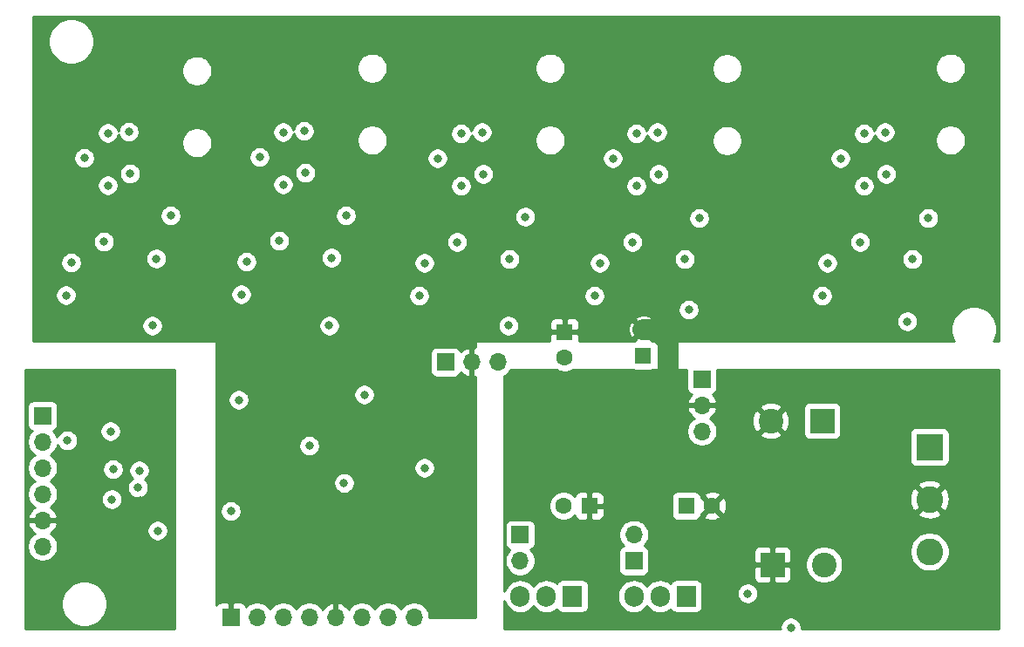
<source format=gbr>
%TF.GenerationSoftware,KiCad,Pcbnew,(5.1.6)-1*%
%TF.CreationDate,2020-11-12T20:03:01-08:00*%
%TF.ProjectId,piezodriver,7069657a-6f64-4726-9976-65722e6b6963,rev?*%
%TF.SameCoordinates,Original*%
%TF.FileFunction,Copper,L2,Inr*%
%TF.FilePolarity,Positive*%
%FSLAX46Y46*%
G04 Gerber Fmt 4.6, Leading zero omitted, Abs format (unit mm)*
G04 Created by KiCad (PCBNEW (5.1.6)-1) date 2020-11-12 20:03:01*
%MOMM*%
%LPD*%
G01*
G04 APERTURE LIST*
%TA.AperFunction,ViaPad*%
%ADD10O,1.905000X2.000000*%
%TD*%
%TA.AperFunction,ViaPad*%
%ADD11R,1.905000X2.000000*%
%TD*%
%TA.AperFunction,ViaPad*%
%ADD12O,1.700000X1.700000*%
%TD*%
%TA.AperFunction,ViaPad*%
%ADD13R,1.700000X1.700000*%
%TD*%
%TA.AperFunction,ViaPad*%
%ADD14C,2.600000*%
%TD*%
%TA.AperFunction,ViaPad*%
%ADD15R,2.600000X2.600000*%
%TD*%
%TA.AperFunction,ViaPad*%
%ADD16C,1.600000*%
%TD*%
%TA.AperFunction,ViaPad*%
%ADD17R,1.600000X1.600000*%
%TD*%
%TA.AperFunction,ViaPad*%
%ADD18C,2.400000*%
%TD*%
%TA.AperFunction,ViaPad*%
%ADD19R,2.400000X2.400000*%
%TD*%
%TA.AperFunction,ViaPad*%
%ADD20C,0.800000*%
%TD*%
%TA.AperFunction,Conductor*%
%ADD21C,2.000000*%
%TD*%
%TA.AperFunction,Conductor*%
%ADD22C,0.254000*%
%TD*%
G04 APERTURE END LIST*
D10*
%TO.N,Net-(J6-Pad2)*%
%TO.C,Q2*%
X250571000Y-64008000D03*
%TO.N,Net-(C6-Pad2)*%
X253111000Y-64008000D03*
D11*
%TO.N,Net-(C10-Pad2)*%
X255651000Y-64008000D03*
%TD*%
D10*
%TO.N,Net-(J5-Pad1)*%
%TO.C,Q1*%
X261620000Y-64008000D03*
%TO.N,Net-(C5-Pad1)*%
X264160000Y-64008000D03*
D11*
%TO.N,Net-(C9-Pad1)*%
X266700000Y-64008000D03*
%TD*%
D12*
%TO.N,/CH8*%
%TO.C,J7*%
X240284000Y-66040000D03*
%TO.N,/CH7*%
X237744000Y-66040000D03*
%TO.N,/CH6*%
X235204000Y-66040000D03*
%TO.N,GNDA*%
X232664000Y-66040000D03*
%TO.N,-VDC*%
X230124000Y-66040000D03*
%TO.N,+VDC*%
X227584000Y-66040000D03*
%TO.N,+3.3VA*%
X225044000Y-66040000D03*
D13*
%TO.N,GNDA*%
X222504000Y-66040000D03*
%TD*%
D12*
%TO.N,Net-(J6-Pad2)*%
%TO.C,J6*%
X250571000Y-60579000D03*
D13*
%TO.N,-VDC*%
X250571000Y-58039000D03*
%TD*%
D12*
%TO.N,+VDC*%
%TO.C,J5*%
X261620000Y-58039000D03*
D13*
%TO.N,Net-(J5-Pad1)*%
X261620000Y-60579000D03*
%TD*%
D12*
%TO.N,-VDC*%
%TO.C,J4*%
X248412000Y-41275000D03*
%TO.N,GNDA*%
X245872000Y-41275000D03*
D13*
%TO.N,+VDC*%
X243332000Y-41275000D03*
%TD*%
D12*
%TO.N,VCC*%
%TO.C,J3*%
X204216000Y-59182000D03*
%TO.N,GND*%
X204216000Y-56642000D03*
%TO.N,/SYNCD*%
X204216000Y-54102000D03*
%TO.N,N/C*%
X204216000Y-51562000D03*
%TO.N,/DIND*%
X204216000Y-49022000D03*
D13*
%TO.N,/SCLKD*%
X204216000Y-46482000D03*
%TD*%
D12*
%TO.N,-VDC*%
%TO.C,J2*%
X268224000Y-48006000D03*
%TO.N,GNDA*%
X268224000Y-45466000D03*
D13*
%TO.N,+VDC*%
X268224000Y-42926000D03*
%TD*%
D14*
%TO.N,Net-(D1-Pad2)*%
%TO.C,J1*%
X290322000Y-59690000D03*
%TO.N,GNDA*%
X290322000Y-54610000D03*
D15*
%TO.N,Net-(D2-Pad2)*%
X290322000Y-49530000D03*
%TD*%
D16*
%TO.N,Net-(C10-Pad2)*%
%TO.C,C10*%
X254802000Y-55245000D03*
D17*
%TO.N,GNDA*%
X257302000Y-55245000D03*
%TD*%
D16*
%TO.N,GNDA*%
%TO.C,C9*%
X269200000Y-55245000D03*
D17*
%TO.N,Net-(C9-Pad1)*%
X266700000Y-55245000D03*
%TD*%
D18*
%TO.N,Net-(C6-Pad2)*%
%TO.C,C6*%
X280082000Y-60960000D03*
D19*
%TO.N,GNDA*%
X275082000Y-60960000D03*
%TD*%
D18*
%TO.N,GNDA*%
%TO.C,C5*%
X274908000Y-46990000D03*
D19*
%TO.N,Net-(C5-Pad1)*%
X279908000Y-46990000D03*
%TD*%
D16*
%TO.N,-VDC*%
%TO.C,C2*%
X254889000Y-40854000D03*
D17*
%TO.N,GNDA*%
X254889000Y-38354000D03*
%TD*%
D16*
%TO.N,GNDA*%
%TO.C,C1*%
X262509000Y-38140000D03*
D17*
%TO.N,+VDC*%
X262509000Y-40640000D03*
%TD*%
D20*
%TO.N,-VDC*%
X288656000Y-31287000D03*
X279893000Y-34843000D03*
X266558000Y-31287000D03*
X257795000Y-34843000D03*
X249540000Y-31287000D03*
X240777000Y-34843000D03*
X232268000Y-31160000D03*
X223505000Y-34716000D03*
X215265000Y-31242000D03*
X206502000Y-34798000D03*
X216662000Y-27051000D03*
X233680000Y-27051000D03*
X251079000Y-27178000D03*
X267970000Y-27305000D03*
X290195000Y-27305000D03*
%TO.N,GND*%
X216408000Y-48895000D03*
X211194000Y-58095942D03*
X209296000Y-48895000D03*
X212344000Y-48768000D03*
X215265000Y-50800000D03*
X213741000Y-54737000D03*
X206375000Y-45339000D03*
X207010000Y-55753000D03*
%TO.N,+VDC*%
X281671000Y-21508000D03*
X286116000Y-23032000D03*
X285989000Y-18968000D03*
X259573000Y-21508000D03*
X264018000Y-23032000D03*
X263891000Y-18968000D03*
X242555000Y-21508000D03*
X247000000Y-23032000D03*
X246873000Y-18968000D03*
X225283000Y-21381000D03*
X229728000Y-22905000D03*
X229601000Y-18841000D03*
X208280000Y-21463000D03*
X212598000Y-18923000D03*
X212725000Y-22987000D03*
%TO.N,Net-(R8-Pad1)*%
X207010000Y-31623000D03*
X210185000Y-29591000D03*
%TO.N,Net-(R11-Pad2)*%
X227569000Y-24048000D03*
X227569000Y-18968000D03*
%TO.N,/opampdriver/BIAS*%
X214884000Y-37739999D03*
X232049999Y-37739999D03*
X249448999Y-37739999D03*
X288163000Y-37338000D03*
X235458000Y-44450000D03*
X266954000Y-36195000D03*
%TO.N,GNDA*%
X291958000Y-31795000D03*
X291704000Y-34081000D03*
X280020000Y-24937000D03*
X269860000Y-31795000D03*
X269606000Y-34081000D03*
X257922000Y-24937000D03*
X252842000Y-31795000D03*
X252588000Y-34081000D03*
X240904000Y-24937000D03*
X235570000Y-31668000D03*
X235316000Y-33954000D03*
X223632000Y-24810000D03*
X206629000Y-24892000D03*
X218313000Y-34036000D03*
X218567000Y-31750000D03*
X212725000Y-11938000D03*
X225298000Y-13843000D03*
X230124000Y-11684000D03*
X242189000Y-13589000D03*
X247396000Y-11557000D03*
X259334000Y-13589000D03*
X266954000Y-11430000D03*
X278892000Y-13335000D03*
X286385000Y-11557000D03*
X296545000Y-11557000D03*
X284734000Y-66167000D03*
X284988000Y-44577000D03*
X270383000Y-61087000D03*
X258191000Y-59690000D03*
X221742000Y-48895000D03*
X237490000Y-44450000D03*
X244856000Y-46355000D03*
X245491000Y-49403000D03*
X238506000Y-59563000D03*
X241808000Y-58420000D03*
X235606500Y-58398500D03*
X226060000Y-59309000D03*
X224028000Y-55245000D03*
X226695000Y-51435000D03*
X238760000Y-49530000D03*
X232156000Y-50292000D03*
%TO.N,Net-(C5-Pad1)*%
X276860000Y-67056000D03*
X272669000Y-63754000D03*
%TO.N,+3V3*%
X215392000Y-57658000D03*
X206629000Y-48895000D03*
%TO.N,/SYNCD*%
X210947000Y-54610000D03*
%TO.N,/DIND*%
X210820000Y-48006000D03*
%TO.N,/SCLKD*%
X213614000Y-51816000D03*
%TO.N,+3.3VA*%
X223266000Y-44958000D03*
X230124000Y-49403000D03*
X241300000Y-51562000D03*
X222504000Y-55753000D03*
X233492000Y-53020000D03*
%TO.N,/DINA*%
X213487000Y-53467000D03*
X211074000Y-51689000D03*
%TO.N,Net-(R7-Pad2)*%
X210566000Y-24130000D03*
X210566000Y-19050000D03*
%TO.N,Net-(R12-Pad1)*%
X227188000Y-29509000D03*
X224013000Y-31541000D03*
%TO.N,Net-(R15-Pad2)*%
X244841000Y-24175000D03*
X244841000Y-19095000D03*
%TO.N,Net-(R16-Pad1)*%
X244460000Y-29636000D03*
X241285000Y-31668000D03*
%TO.N,Net-(R19-Pad2)*%
X283957000Y-24175000D03*
X283957000Y-19095000D03*
%TO.N,Net-(R20-Pad1)*%
X283576000Y-29636000D03*
X280401000Y-31668000D03*
%TO.N,Net-(R23-Pad2)*%
X261859000Y-24175000D03*
X261859000Y-19095000D03*
%TO.N,Net-(R24-Pad1)*%
X261478000Y-29636000D03*
X258303000Y-31668000D03*
%TD*%
D21*
%TO.N,GNDA*%
X263769002Y-38140000D02*
X264922000Y-39292998D01*
X262509000Y-38140000D02*
X263769002Y-38140000D01*
X264922000Y-39292998D02*
X264922000Y-42799000D01*
%TD*%
D22*
%TO.N,GND*%
G36*
X217043000Y-67183000D02*
G01*
X202590000Y-67183000D01*
X202590000Y-64549872D01*
X206045000Y-64549872D01*
X206045000Y-64990128D01*
X206130890Y-65421925D01*
X206299369Y-65828669D01*
X206543962Y-66194729D01*
X206855271Y-66506038D01*
X207221331Y-66750631D01*
X207628075Y-66919110D01*
X208059872Y-67005000D01*
X208500128Y-67005000D01*
X208931925Y-66919110D01*
X209338669Y-66750631D01*
X209704729Y-66506038D01*
X210016038Y-66194729D01*
X210260631Y-65828669D01*
X210429110Y-65421925D01*
X210515000Y-64990128D01*
X210515000Y-64549872D01*
X210429110Y-64118075D01*
X210260631Y-63711331D01*
X210016038Y-63345271D01*
X209704729Y-63033962D01*
X209338669Y-62789369D01*
X208931925Y-62620890D01*
X208500128Y-62535000D01*
X208059872Y-62535000D01*
X207628075Y-62620890D01*
X207221331Y-62789369D01*
X206855271Y-63033962D01*
X206543962Y-63345271D01*
X206299369Y-63711331D01*
X206130890Y-64118075D01*
X206045000Y-64549872D01*
X202590000Y-64549872D01*
X202590000Y-59035740D01*
X202731000Y-59035740D01*
X202731000Y-59328260D01*
X202788068Y-59615158D01*
X202900010Y-59885411D01*
X203062525Y-60128632D01*
X203269368Y-60335475D01*
X203512589Y-60497990D01*
X203782842Y-60609932D01*
X204069740Y-60667000D01*
X204362260Y-60667000D01*
X204649158Y-60609932D01*
X204919411Y-60497990D01*
X205162632Y-60335475D01*
X205369475Y-60128632D01*
X205531990Y-59885411D01*
X205643932Y-59615158D01*
X205701000Y-59328260D01*
X205701000Y-59035740D01*
X205643932Y-58748842D01*
X205531990Y-58478589D01*
X205369475Y-58235368D01*
X205162632Y-58028525D01*
X204980466Y-57906805D01*
X205097355Y-57837178D01*
X205313588Y-57642269D01*
X205377889Y-57556061D01*
X214357000Y-57556061D01*
X214357000Y-57759939D01*
X214396774Y-57959898D01*
X214474795Y-58148256D01*
X214588063Y-58317774D01*
X214732226Y-58461937D01*
X214901744Y-58575205D01*
X215090102Y-58653226D01*
X215290061Y-58693000D01*
X215493939Y-58693000D01*
X215693898Y-58653226D01*
X215882256Y-58575205D01*
X216051774Y-58461937D01*
X216195937Y-58317774D01*
X216309205Y-58148256D01*
X216387226Y-57959898D01*
X216427000Y-57759939D01*
X216427000Y-57556061D01*
X216387226Y-57356102D01*
X216309205Y-57167744D01*
X216195937Y-56998226D01*
X216051774Y-56854063D01*
X215882256Y-56740795D01*
X215693898Y-56662774D01*
X215493939Y-56623000D01*
X215290061Y-56623000D01*
X215090102Y-56662774D01*
X214901744Y-56740795D01*
X214732226Y-56854063D01*
X214588063Y-56998226D01*
X214474795Y-57167744D01*
X214396774Y-57356102D01*
X214357000Y-57556061D01*
X205377889Y-57556061D01*
X205487641Y-57408920D01*
X205612825Y-57146099D01*
X205657476Y-56998890D01*
X205536155Y-56769000D01*
X204343000Y-56769000D01*
X204343000Y-56789000D01*
X204089000Y-56789000D01*
X204089000Y-56769000D01*
X202895845Y-56769000D01*
X202774524Y-56998890D01*
X202819175Y-57146099D01*
X202944359Y-57408920D01*
X203118412Y-57642269D01*
X203334645Y-57837178D01*
X203451534Y-57906805D01*
X203269368Y-58028525D01*
X203062525Y-58235368D01*
X202900010Y-58478589D01*
X202788068Y-58748842D01*
X202731000Y-59035740D01*
X202590000Y-59035740D01*
X202590000Y-45632000D01*
X202727928Y-45632000D01*
X202727928Y-47332000D01*
X202740188Y-47456482D01*
X202776498Y-47576180D01*
X202835463Y-47686494D01*
X202914815Y-47783185D01*
X203011506Y-47862537D01*
X203121820Y-47921502D01*
X203194380Y-47943513D01*
X203062525Y-48075368D01*
X202900010Y-48318589D01*
X202788068Y-48588842D01*
X202731000Y-48875740D01*
X202731000Y-49168260D01*
X202788068Y-49455158D01*
X202900010Y-49725411D01*
X203062525Y-49968632D01*
X203269368Y-50175475D01*
X203443760Y-50292000D01*
X203269368Y-50408525D01*
X203062525Y-50615368D01*
X202900010Y-50858589D01*
X202788068Y-51128842D01*
X202731000Y-51415740D01*
X202731000Y-51708260D01*
X202788068Y-51995158D01*
X202900010Y-52265411D01*
X203062525Y-52508632D01*
X203269368Y-52715475D01*
X203443760Y-52832000D01*
X203269368Y-52948525D01*
X203062525Y-53155368D01*
X202900010Y-53398589D01*
X202788068Y-53668842D01*
X202731000Y-53955740D01*
X202731000Y-54248260D01*
X202788068Y-54535158D01*
X202900010Y-54805411D01*
X203062525Y-55048632D01*
X203269368Y-55255475D01*
X203451534Y-55377195D01*
X203334645Y-55446822D01*
X203118412Y-55641731D01*
X202944359Y-55875080D01*
X202819175Y-56137901D01*
X202774524Y-56285110D01*
X202895845Y-56515000D01*
X204089000Y-56515000D01*
X204089000Y-56495000D01*
X204343000Y-56495000D01*
X204343000Y-56515000D01*
X205536155Y-56515000D01*
X205657476Y-56285110D01*
X205612825Y-56137901D01*
X205487641Y-55875080D01*
X205313588Y-55641731D01*
X205097355Y-55446822D01*
X204980466Y-55377195D01*
X205162632Y-55255475D01*
X205369475Y-55048632D01*
X205531990Y-54805411D01*
X205643932Y-54535158D01*
X205649321Y-54508061D01*
X209912000Y-54508061D01*
X209912000Y-54711939D01*
X209951774Y-54911898D01*
X210029795Y-55100256D01*
X210143063Y-55269774D01*
X210287226Y-55413937D01*
X210456744Y-55527205D01*
X210645102Y-55605226D01*
X210845061Y-55645000D01*
X211048939Y-55645000D01*
X211248898Y-55605226D01*
X211437256Y-55527205D01*
X211606774Y-55413937D01*
X211750937Y-55269774D01*
X211864205Y-55100256D01*
X211942226Y-54911898D01*
X211982000Y-54711939D01*
X211982000Y-54508061D01*
X211942226Y-54308102D01*
X211864205Y-54119744D01*
X211750937Y-53950226D01*
X211606774Y-53806063D01*
X211437256Y-53692795D01*
X211248898Y-53614774D01*
X211048939Y-53575000D01*
X210845061Y-53575000D01*
X210645102Y-53614774D01*
X210456744Y-53692795D01*
X210287226Y-53806063D01*
X210143063Y-53950226D01*
X210029795Y-54119744D01*
X209951774Y-54308102D01*
X209912000Y-54508061D01*
X205649321Y-54508061D01*
X205701000Y-54248260D01*
X205701000Y-53955740D01*
X205643932Y-53668842D01*
X205531990Y-53398589D01*
X205509588Y-53365061D01*
X212452000Y-53365061D01*
X212452000Y-53568939D01*
X212491774Y-53768898D01*
X212569795Y-53957256D01*
X212683063Y-54126774D01*
X212827226Y-54270937D01*
X212996744Y-54384205D01*
X213185102Y-54462226D01*
X213385061Y-54502000D01*
X213588939Y-54502000D01*
X213788898Y-54462226D01*
X213977256Y-54384205D01*
X214146774Y-54270937D01*
X214290937Y-54126774D01*
X214404205Y-53957256D01*
X214482226Y-53768898D01*
X214522000Y-53568939D01*
X214522000Y-53365061D01*
X214482226Y-53165102D01*
X214404205Y-52976744D01*
X214290937Y-52807226D01*
X214171791Y-52688080D01*
X214273774Y-52619937D01*
X214417937Y-52475774D01*
X214531205Y-52306256D01*
X214609226Y-52117898D01*
X214649000Y-51917939D01*
X214649000Y-51714061D01*
X214609226Y-51514102D01*
X214531205Y-51325744D01*
X214417937Y-51156226D01*
X214273774Y-51012063D01*
X214104256Y-50898795D01*
X213915898Y-50820774D01*
X213715939Y-50781000D01*
X213512061Y-50781000D01*
X213312102Y-50820774D01*
X213123744Y-50898795D01*
X212954226Y-51012063D01*
X212810063Y-51156226D01*
X212696795Y-51325744D01*
X212618774Y-51514102D01*
X212579000Y-51714061D01*
X212579000Y-51917939D01*
X212618774Y-52117898D01*
X212696795Y-52306256D01*
X212810063Y-52475774D01*
X212929209Y-52594920D01*
X212827226Y-52663063D01*
X212683063Y-52807226D01*
X212569795Y-52976744D01*
X212491774Y-53165102D01*
X212452000Y-53365061D01*
X205509588Y-53365061D01*
X205369475Y-53155368D01*
X205162632Y-52948525D01*
X204988240Y-52832000D01*
X205162632Y-52715475D01*
X205369475Y-52508632D01*
X205531990Y-52265411D01*
X205643932Y-51995158D01*
X205701000Y-51708260D01*
X205701000Y-51587061D01*
X210039000Y-51587061D01*
X210039000Y-51790939D01*
X210078774Y-51990898D01*
X210156795Y-52179256D01*
X210270063Y-52348774D01*
X210414226Y-52492937D01*
X210583744Y-52606205D01*
X210772102Y-52684226D01*
X210972061Y-52724000D01*
X211175939Y-52724000D01*
X211375898Y-52684226D01*
X211564256Y-52606205D01*
X211733774Y-52492937D01*
X211877937Y-52348774D01*
X211991205Y-52179256D01*
X212069226Y-51990898D01*
X212109000Y-51790939D01*
X212109000Y-51587061D01*
X212069226Y-51387102D01*
X211991205Y-51198744D01*
X211877937Y-51029226D01*
X211733774Y-50885063D01*
X211564256Y-50771795D01*
X211375898Y-50693774D01*
X211175939Y-50654000D01*
X210972061Y-50654000D01*
X210772102Y-50693774D01*
X210583744Y-50771795D01*
X210414226Y-50885063D01*
X210270063Y-51029226D01*
X210156795Y-51198744D01*
X210078774Y-51387102D01*
X210039000Y-51587061D01*
X205701000Y-51587061D01*
X205701000Y-51415740D01*
X205643932Y-51128842D01*
X205531990Y-50858589D01*
X205369475Y-50615368D01*
X205162632Y-50408525D01*
X204988240Y-50292000D01*
X205162632Y-50175475D01*
X205369475Y-49968632D01*
X205531990Y-49725411D01*
X205643932Y-49455158D01*
X205675342Y-49297251D01*
X205711795Y-49385256D01*
X205825063Y-49554774D01*
X205969226Y-49698937D01*
X206138744Y-49812205D01*
X206327102Y-49890226D01*
X206527061Y-49930000D01*
X206730939Y-49930000D01*
X206930898Y-49890226D01*
X207119256Y-49812205D01*
X207288774Y-49698937D01*
X207432937Y-49554774D01*
X207546205Y-49385256D01*
X207624226Y-49196898D01*
X207664000Y-48996939D01*
X207664000Y-48793061D01*
X207624226Y-48593102D01*
X207546205Y-48404744D01*
X207432937Y-48235226D01*
X207288774Y-48091063D01*
X207119256Y-47977795D01*
X206941248Y-47904061D01*
X209785000Y-47904061D01*
X209785000Y-48107939D01*
X209824774Y-48307898D01*
X209902795Y-48496256D01*
X210016063Y-48665774D01*
X210160226Y-48809937D01*
X210329744Y-48923205D01*
X210518102Y-49001226D01*
X210718061Y-49041000D01*
X210921939Y-49041000D01*
X211121898Y-49001226D01*
X211310256Y-48923205D01*
X211479774Y-48809937D01*
X211623937Y-48665774D01*
X211737205Y-48496256D01*
X211815226Y-48307898D01*
X211855000Y-48107939D01*
X211855000Y-47904061D01*
X211815226Y-47704102D01*
X211737205Y-47515744D01*
X211623937Y-47346226D01*
X211479774Y-47202063D01*
X211310256Y-47088795D01*
X211121898Y-47010774D01*
X210921939Y-46971000D01*
X210718061Y-46971000D01*
X210518102Y-47010774D01*
X210329744Y-47088795D01*
X210160226Y-47202063D01*
X210016063Y-47346226D01*
X209902795Y-47515744D01*
X209824774Y-47704102D01*
X209785000Y-47904061D01*
X206941248Y-47904061D01*
X206930898Y-47899774D01*
X206730939Y-47860000D01*
X206527061Y-47860000D01*
X206327102Y-47899774D01*
X206138744Y-47977795D01*
X205969226Y-48091063D01*
X205825063Y-48235226D01*
X205711795Y-48404744D01*
X205639735Y-48578710D01*
X205531990Y-48318589D01*
X205369475Y-48075368D01*
X205237620Y-47943513D01*
X205310180Y-47921502D01*
X205420494Y-47862537D01*
X205517185Y-47783185D01*
X205596537Y-47686494D01*
X205655502Y-47576180D01*
X205691812Y-47456482D01*
X205704072Y-47332000D01*
X205704072Y-45632000D01*
X205691812Y-45507518D01*
X205655502Y-45387820D01*
X205596537Y-45277506D01*
X205517185Y-45180815D01*
X205420494Y-45101463D01*
X205310180Y-45042498D01*
X205190482Y-45006188D01*
X205066000Y-44993928D01*
X203366000Y-44993928D01*
X203241518Y-45006188D01*
X203121820Y-45042498D01*
X203011506Y-45101463D01*
X202914815Y-45180815D01*
X202835463Y-45277506D01*
X202776498Y-45387820D01*
X202740188Y-45507518D01*
X202727928Y-45632000D01*
X202590000Y-45632000D01*
X202590000Y-42037000D01*
X217043000Y-42037000D01*
X217043000Y-67183000D01*
G37*
X217043000Y-67183000D02*
X202590000Y-67183000D01*
X202590000Y-64549872D01*
X206045000Y-64549872D01*
X206045000Y-64990128D01*
X206130890Y-65421925D01*
X206299369Y-65828669D01*
X206543962Y-66194729D01*
X206855271Y-66506038D01*
X207221331Y-66750631D01*
X207628075Y-66919110D01*
X208059872Y-67005000D01*
X208500128Y-67005000D01*
X208931925Y-66919110D01*
X209338669Y-66750631D01*
X209704729Y-66506038D01*
X210016038Y-66194729D01*
X210260631Y-65828669D01*
X210429110Y-65421925D01*
X210515000Y-64990128D01*
X210515000Y-64549872D01*
X210429110Y-64118075D01*
X210260631Y-63711331D01*
X210016038Y-63345271D01*
X209704729Y-63033962D01*
X209338669Y-62789369D01*
X208931925Y-62620890D01*
X208500128Y-62535000D01*
X208059872Y-62535000D01*
X207628075Y-62620890D01*
X207221331Y-62789369D01*
X206855271Y-63033962D01*
X206543962Y-63345271D01*
X206299369Y-63711331D01*
X206130890Y-64118075D01*
X206045000Y-64549872D01*
X202590000Y-64549872D01*
X202590000Y-59035740D01*
X202731000Y-59035740D01*
X202731000Y-59328260D01*
X202788068Y-59615158D01*
X202900010Y-59885411D01*
X203062525Y-60128632D01*
X203269368Y-60335475D01*
X203512589Y-60497990D01*
X203782842Y-60609932D01*
X204069740Y-60667000D01*
X204362260Y-60667000D01*
X204649158Y-60609932D01*
X204919411Y-60497990D01*
X205162632Y-60335475D01*
X205369475Y-60128632D01*
X205531990Y-59885411D01*
X205643932Y-59615158D01*
X205701000Y-59328260D01*
X205701000Y-59035740D01*
X205643932Y-58748842D01*
X205531990Y-58478589D01*
X205369475Y-58235368D01*
X205162632Y-58028525D01*
X204980466Y-57906805D01*
X205097355Y-57837178D01*
X205313588Y-57642269D01*
X205377889Y-57556061D01*
X214357000Y-57556061D01*
X214357000Y-57759939D01*
X214396774Y-57959898D01*
X214474795Y-58148256D01*
X214588063Y-58317774D01*
X214732226Y-58461937D01*
X214901744Y-58575205D01*
X215090102Y-58653226D01*
X215290061Y-58693000D01*
X215493939Y-58693000D01*
X215693898Y-58653226D01*
X215882256Y-58575205D01*
X216051774Y-58461937D01*
X216195937Y-58317774D01*
X216309205Y-58148256D01*
X216387226Y-57959898D01*
X216427000Y-57759939D01*
X216427000Y-57556061D01*
X216387226Y-57356102D01*
X216309205Y-57167744D01*
X216195937Y-56998226D01*
X216051774Y-56854063D01*
X215882256Y-56740795D01*
X215693898Y-56662774D01*
X215493939Y-56623000D01*
X215290061Y-56623000D01*
X215090102Y-56662774D01*
X214901744Y-56740795D01*
X214732226Y-56854063D01*
X214588063Y-56998226D01*
X214474795Y-57167744D01*
X214396774Y-57356102D01*
X214357000Y-57556061D01*
X205377889Y-57556061D01*
X205487641Y-57408920D01*
X205612825Y-57146099D01*
X205657476Y-56998890D01*
X205536155Y-56769000D01*
X204343000Y-56769000D01*
X204343000Y-56789000D01*
X204089000Y-56789000D01*
X204089000Y-56769000D01*
X202895845Y-56769000D01*
X202774524Y-56998890D01*
X202819175Y-57146099D01*
X202944359Y-57408920D01*
X203118412Y-57642269D01*
X203334645Y-57837178D01*
X203451534Y-57906805D01*
X203269368Y-58028525D01*
X203062525Y-58235368D01*
X202900010Y-58478589D01*
X202788068Y-58748842D01*
X202731000Y-59035740D01*
X202590000Y-59035740D01*
X202590000Y-45632000D01*
X202727928Y-45632000D01*
X202727928Y-47332000D01*
X202740188Y-47456482D01*
X202776498Y-47576180D01*
X202835463Y-47686494D01*
X202914815Y-47783185D01*
X203011506Y-47862537D01*
X203121820Y-47921502D01*
X203194380Y-47943513D01*
X203062525Y-48075368D01*
X202900010Y-48318589D01*
X202788068Y-48588842D01*
X202731000Y-48875740D01*
X202731000Y-49168260D01*
X202788068Y-49455158D01*
X202900010Y-49725411D01*
X203062525Y-49968632D01*
X203269368Y-50175475D01*
X203443760Y-50292000D01*
X203269368Y-50408525D01*
X203062525Y-50615368D01*
X202900010Y-50858589D01*
X202788068Y-51128842D01*
X202731000Y-51415740D01*
X202731000Y-51708260D01*
X202788068Y-51995158D01*
X202900010Y-52265411D01*
X203062525Y-52508632D01*
X203269368Y-52715475D01*
X203443760Y-52832000D01*
X203269368Y-52948525D01*
X203062525Y-53155368D01*
X202900010Y-53398589D01*
X202788068Y-53668842D01*
X202731000Y-53955740D01*
X202731000Y-54248260D01*
X202788068Y-54535158D01*
X202900010Y-54805411D01*
X203062525Y-55048632D01*
X203269368Y-55255475D01*
X203451534Y-55377195D01*
X203334645Y-55446822D01*
X203118412Y-55641731D01*
X202944359Y-55875080D01*
X202819175Y-56137901D01*
X202774524Y-56285110D01*
X202895845Y-56515000D01*
X204089000Y-56515000D01*
X204089000Y-56495000D01*
X204343000Y-56495000D01*
X204343000Y-56515000D01*
X205536155Y-56515000D01*
X205657476Y-56285110D01*
X205612825Y-56137901D01*
X205487641Y-55875080D01*
X205313588Y-55641731D01*
X205097355Y-55446822D01*
X204980466Y-55377195D01*
X205162632Y-55255475D01*
X205369475Y-55048632D01*
X205531990Y-54805411D01*
X205643932Y-54535158D01*
X205649321Y-54508061D01*
X209912000Y-54508061D01*
X209912000Y-54711939D01*
X209951774Y-54911898D01*
X210029795Y-55100256D01*
X210143063Y-55269774D01*
X210287226Y-55413937D01*
X210456744Y-55527205D01*
X210645102Y-55605226D01*
X210845061Y-55645000D01*
X211048939Y-55645000D01*
X211248898Y-55605226D01*
X211437256Y-55527205D01*
X211606774Y-55413937D01*
X211750937Y-55269774D01*
X211864205Y-55100256D01*
X211942226Y-54911898D01*
X211982000Y-54711939D01*
X211982000Y-54508061D01*
X211942226Y-54308102D01*
X211864205Y-54119744D01*
X211750937Y-53950226D01*
X211606774Y-53806063D01*
X211437256Y-53692795D01*
X211248898Y-53614774D01*
X211048939Y-53575000D01*
X210845061Y-53575000D01*
X210645102Y-53614774D01*
X210456744Y-53692795D01*
X210287226Y-53806063D01*
X210143063Y-53950226D01*
X210029795Y-54119744D01*
X209951774Y-54308102D01*
X209912000Y-54508061D01*
X205649321Y-54508061D01*
X205701000Y-54248260D01*
X205701000Y-53955740D01*
X205643932Y-53668842D01*
X205531990Y-53398589D01*
X205509588Y-53365061D01*
X212452000Y-53365061D01*
X212452000Y-53568939D01*
X212491774Y-53768898D01*
X212569795Y-53957256D01*
X212683063Y-54126774D01*
X212827226Y-54270937D01*
X212996744Y-54384205D01*
X213185102Y-54462226D01*
X213385061Y-54502000D01*
X213588939Y-54502000D01*
X213788898Y-54462226D01*
X213977256Y-54384205D01*
X214146774Y-54270937D01*
X214290937Y-54126774D01*
X214404205Y-53957256D01*
X214482226Y-53768898D01*
X214522000Y-53568939D01*
X214522000Y-53365061D01*
X214482226Y-53165102D01*
X214404205Y-52976744D01*
X214290937Y-52807226D01*
X214171791Y-52688080D01*
X214273774Y-52619937D01*
X214417937Y-52475774D01*
X214531205Y-52306256D01*
X214609226Y-52117898D01*
X214649000Y-51917939D01*
X214649000Y-51714061D01*
X214609226Y-51514102D01*
X214531205Y-51325744D01*
X214417937Y-51156226D01*
X214273774Y-51012063D01*
X214104256Y-50898795D01*
X213915898Y-50820774D01*
X213715939Y-50781000D01*
X213512061Y-50781000D01*
X213312102Y-50820774D01*
X213123744Y-50898795D01*
X212954226Y-51012063D01*
X212810063Y-51156226D01*
X212696795Y-51325744D01*
X212618774Y-51514102D01*
X212579000Y-51714061D01*
X212579000Y-51917939D01*
X212618774Y-52117898D01*
X212696795Y-52306256D01*
X212810063Y-52475774D01*
X212929209Y-52594920D01*
X212827226Y-52663063D01*
X212683063Y-52807226D01*
X212569795Y-52976744D01*
X212491774Y-53165102D01*
X212452000Y-53365061D01*
X205509588Y-53365061D01*
X205369475Y-53155368D01*
X205162632Y-52948525D01*
X204988240Y-52832000D01*
X205162632Y-52715475D01*
X205369475Y-52508632D01*
X205531990Y-52265411D01*
X205643932Y-51995158D01*
X205701000Y-51708260D01*
X205701000Y-51587061D01*
X210039000Y-51587061D01*
X210039000Y-51790939D01*
X210078774Y-51990898D01*
X210156795Y-52179256D01*
X210270063Y-52348774D01*
X210414226Y-52492937D01*
X210583744Y-52606205D01*
X210772102Y-52684226D01*
X210972061Y-52724000D01*
X211175939Y-52724000D01*
X211375898Y-52684226D01*
X211564256Y-52606205D01*
X211733774Y-52492937D01*
X211877937Y-52348774D01*
X211991205Y-52179256D01*
X212069226Y-51990898D01*
X212109000Y-51790939D01*
X212109000Y-51587061D01*
X212069226Y-51387102D01*
X211991205Y-51198744D01*
X211877937Y-51029226D01*
X211733774Y-50885063D01*
X211564256Y-50771795D01*
X211375898Y-50693774D01*
X211175939Y-50654000D01*
X210972061Y-50654000D01*
X210772102Y-50693774D01*
X210583744Y-50771795D01*
X210414226Y-50885063D01*
X210270063Y-51029226D01*
X210156795Y-51198744D01*
X210078774Y-51387102D01*
X210039000Y-51587061D01*
X205701000Y-51587061D01*
X205701000Y-51415740D01*
X205643932Y-51128842D01*
X205531990Y-50858589D01*
X205369475Y-50615368D01*
X205162632Y-50408525D01*
X204988240Y-50292000D01*
X205162632Y-50175475D01*
X205369475Y-49968632D01*
X205531990Y-49725411D01*
X205643932Y-49455158D01*
X205675342Y-49297251D01*
X205711795Y-49385256D01*
X205825063Y-49554774D01*
X205969226Y-49698937D01*
X206138744Y-49812205D01*
X206327102Y-49890226D01*
X206527061Y-49930000D01*
X206730939Y-49930000D01*
X206930898Y-49890226D01*
X207119256Y-49812205D01*
X207288774Y-49698937D01*
X207432937Y-49554774D01*
X207546205Y-49385256D01*
X207624226Y-49196898D01*
X207664000Y-48996939D01*
X207664000Y-48793061D01*
X207624226Y-48593102D01*
X207546205Y-48404744D01*
X207432937Y-48235226D01*
X207288774Y-48091063D01*
X207119256Y-47977795D01*
X206941248Y-47904061D01*
X209785000Y-47904061D01*
X209785000Y-48107939D01*
X209824774Y-48307898D01*
X209902795Y-48496256D01*
X210016063Y-48665774D01*
X210160226Y-48809937D01*
X210329744Y-48923205D01*
X210518102Y-49001226D01*
X210718061Y-49041000D01*
X210921939Y-49041000D01*
X211121898Y-49001226D01*
X211310256Y-48923205D01*
X211479774Y-48809937D01*
X211623937Y-48665774D01*
X211737205Y-48496256D01*
X211815226Y-48307898D01*
X211855000Y-48107939D01*
X211855000Y-47904061D01*
X211815226Y-47704102D01*
X211737205Y-47515744D01*
X211623937Y-47346226D01*
X211479774Y-47202063D01*
X211310256Y-47088795D01*
X211121898Y-47010774D01*
X210921939Y-46971000D01*
X210718061Y-46971000D01*
X210518102Y-47010774D01*
X210329744Y-47088795D01*
X210160226Y-47202063D01*
X210016063Y-47346226D01*
X209902795Y-47515744D01*
X209824774Y-47704102D01*
X209785000Y-47904061D01*
X206941248Y-47904061D01*
X206930898Y-47899774D01*
X206730939Y-47860000D01*
X206527061Y-47860000D01*
X206327102Y-47899774D01*
X206138744Y-47977795D01*
X205969226Y-48091063D01*
X205825063Y-48235226D01*
X205711795Y-48404744D01*
X205639735Y-48578710D01*
X205531990Y-48318589D01*
X205369475Y-48075368D01*
X205237620Y-47943513D01*
X205310180Y-47921502D01*
X205420494Y-47862537D01*
X205517185Y-47783185D01*
X205596537Y-47686494D01*
X205655502Y-47576180D01*
X205691812Y-47456482D01*
X205704072Y-47332000D01*
X205704072Y-45632000D01*
X205691812Y-45507518D01*
X205655502Y-45387820D01*
X205596537Y-45277506D01*
X205517185Y-45180815D01*
X205420494Y-45101463D01*
X205310180Y-45042498D01*
X205190482Y-45006188D01*
X205066000Y-44993928D01*
X203366000Y-44993928D01*
X203241518Y-45006188D01*
X203121820Y-45042498D01*
X203011506Y-45101463D01*
X202914815Y-45180815D01*
X202835463Y-45277506D01*
X202776498Y-45387820D01*
X202740188Y-45507518D01*
X202727928Y-45632000D01*
X202590000Y-45632000D01*
X202590000Y-42037000D01*
X217043000Y-42037000D01*
X217043000Y-67183000D01*
%TO.N,GNDA*%
G36*
X297053000Y-39243000D02*
G01*
X296564283Y-39243000D01*
X296620631Y-39158669D01*
X296789110Y-38751925D01*
X296875000Y-38320128D01*
X296875000Y-37879872D01*
X296789110Y-37448075D01*
X296620631Y-37041331D01*
X296376038Y-36675271D01*
X296064729Y-36363962D01*
X295698669Y-36119369D01*
X295291925Y-35950890D01*
X294860128Y-35865000D01*
X294419872Y-35865000D01*
X293988075Y-35950890D01*
X293581331Y-36119369D01*
X293215271Y-36363962D01*
X292903962Y-36675271D01*
X292659369Y-37041331D01*
X292490890Y-37448075D01*
X292405000Y-37879872D01*
X292405000Y-38320128D01*
X292490890Y-38751925D01*
X292659369Y-39158669D01*
X292715717Y-39243000D01*
X263528462Y-39243000D01*
X263433482Y-39214188D01*
X263309000Y-39201928D01*
X263301785Y-39201928D01*
X263322097Y-39132702D01*
X262509000Y-38319605D01*
X261695903Y-39132702D01*
X261716215Y-39201928D01*
X261709000Y-39201928D01*
X261584518Y-39214188D01*
X261489538Y-39243000D01*
X256318307Y-39243000D01*
X256327072Y-39154000D01*
X256324000Y-38639750D01*
X256165250Y-38481000D01*
X255016000Y-38481000D01*
X255016000Y-38501000D01*
X254762000Y-38501000D01*
X254762000Y-38481000D01*
X253612750Y-38481000D01*
X253454000Y-38639750D01*
X253450928Y-39154000D01*
X253459693Y-39243000D01*
X246380000Y-39243000D01*
X246355224Y-39245440D01*
X246331399Y-39252667D01*
X246309443Y-39264403D01*
X246290197Y-39280197D01*
X246274403Y-39299443D01*
X246262667Y-39321399D01*
X246255440Y-39345224D01*
X246253000Y-39370000D01*
X246253000Y-39840837D01*
X246228890Y-39833524D01*
X245999000Y-39954845D01*
X245999000Y-41148000D01*
X246019000Y-41148000D01*
X246019000Y-41402000D01*
X245999000Y-41402000D01*
X245999000Y-42595155D01*
X246228890Y-42716476D01*
X246253000Y-42709163D01*
X246253000Y-66040000D01*
X241769000Y-66040000D01*
X241769000Y-65893740D01*
X241711932Y-65606842D01*
X241599990Y-65336589D01*
X241437475Y-65093368D01*
X241230632Y-64886525D01*
X240987411Y-64724010D01*
X240717158Y-64612068D01*
X240430260Y-64555000D01*
X240137740Y-64555000D01*
X239850842Y-64612068D01*
X239580589Y-64724010D01*
X239337368Y-64886525D01*
X239130525Y-65093368D01*
X239014000Y-65267760D01*
X238897475Y-65093368D01*
X238690632Y-64886525D01*
X238447411Y-64724010D01*
X238177158Y-64612068D01*
X237890260Y-64555000D01*
X237597740Y-64555000D01*
X237310842Y-64612068D01*
X237040589Y-64724010D01*
X236797368Y-64886525D01*
X236590525Y-65093368D01*
X236474000Y-65267760D01*
X236357475Y-65093368D01*
X236150632Y-64886525D01*
X235907411Y-64724010D01*
X235637158Y-64612068D01*
X235350260Y-64555000D01*
X235057740Y-64555000D01*
X234770842Y-64612068D01*
X234500589Y-64724010D01*
X234257368Y-64886525D01*
X234050525Y-65093368D01*
X233928805Y-65275534D01*
X233859178Y-65158645D01*
X233664269Y-64942412D01*
X233430920Y-64768359D01*
X233168099Y-64643175D01*
X233020890Y-64598524D01*
X232791000Y-64719845D01*
X232791000Y-65913000D01*
X232811000Y-65913000D01*
X232811000Y-66040000D01*
X232517000Y-66040000D01*
X232517000Y-65913000D01*
X232537000Y-65913000D01*
X232537000Y-64719845D01*
X232307110Y-64598524D01*
X232159901Y-64643175D01*
X231897080Y-64768359D01*
X231663731Y-64942412D01*
X231468822Y-65158645D01*
X231399195Y-65275534D01*
X231277475Y-65093368D01*
X231070632Y-64886525D01*
X230827411Y-64724010D01*
X230557158Y-64612068D01*
X230270260Y-64555000D01*
X229977740Y-64555000D01*
X229690842Y-64612068D01*
X229420589Y-64724010D01*
X229177368Y-64886525D01*
X228970525Y-65093368D01*
X228854000Y-65267760D01*
X228737475Y-65093368D01*
X228530632Y-64886525D01*
X228287411Y-64724010D01*
X228017158Y-64612068D01*
X227730260Y-64555000D01*
X227437740Y-64555000D01*
X227150842Y-64612068D01*
X226880589Y-64724010D01*
X226637368Y-64886525D01*
X226430525Y-65093368D01*
X226314000Y-65267760D01*
X226197475Y-65093368D01*
X225990632Y-64886525D01*
X225747411Y-64724010D01*
X225477158Y-64612068D01*
X225190260Y-64555000D01*
X224897740Y-64555000D01*
X224610842Y-64612068D01*
X224340589Y-64724010D01*
X224097368Y-64886525D01*
X223965513Y-65018380D01*
X223943502Y-64945820D01*
X223884537Y-64835506D01*
X223805185Y-64738815D01*
X223708494Y-64659463D01*
X223598180Y-64600498D01*
X223478482Y-64564188D01*
X223354000Y-64551928D01*
X222789750Y-64555000D01*
X222631000Y-64713750D01*
X222631000Y-65913000D01*
X222651000Y-65913000D01*
X222651000Y-66040000D01*
X222357000Y-66040000D01*
X222357000Y-65913000D01*
X222377000Y-65913000D01*
X222377000Y-64713750D01*
X222218250Y-64555000D01*
X221654000Y-64551928D01*
X221529518Y-64564188D01*
X221409820Y-64600498D01*
X221299506Y-64659463D01*
X221202815Y-64738815D01*
X221123463Y-64835506D01*
X221107000Y-64866306D01*
X221107000Y-55651061D01*
X221469000Y-55651061D01*
X221469000Y-55854939D01*
X221508774Y-56054898D01*
X221586795Y-56243256D01*
X221700063Y-56412774D01*
X221844226Y-56556937D01*
X222013744Y-56670205D01*
X222202102Y-56748226D01*
X222402061Y-56788000D01*
X222605939Y-56788000D01*
X222805898Y-56748226D01*
X222994256Y-56670205D01*
X223163774Y-56556937D01*
X223307937Y-56412774D01*
X223421205Y-56243256D01*
X223499226Y-56054898D01*
X223539000Y-55854939D01*
X223539000Y-55651061D01*
X223499226Y-55451102D01*
X223421205Y-55262744D01*
X223307937Y-55093226D01*
X223163774Y-54949063D01*
X222994256Y-54835795D01*
X222805898Y-54757774D01*
X222605939Y-54718000D01*
X222402061Y-54718000D01*
X222202102Y-54757774D01*
X222013744Y-54835795D01*
X221844226Y-54949063D01*
X221700063Y-55093226D01*
X221586795Y-55262744D01*
X221508774Y-55451102D01*
X221469000Y-55651061D01*
X221107000Y-55651061D01*
X221107000Y-52918061D01*
X232457000Y-52918061D01*
X232457000Y-53121939D01*
X232496774Y-53321898D01*
X232574795Y-53510256D01*
X232688063Y-53679774D01*
X232832226Y-53823937D01*
X233001744Y-53937205D01*
X233190102Y-54015226D01*
X233390061Y-54055000D01*
X233593939Y-54055000D01*
X233793898Y-54015226D01*
X233982256Y-53937205D01*
X234151774Y-53823937D01*
X234295937Y-53679774D01*
X234409205Y-53510256D01*
X234487226Y-53321898D01*
X234527000Y-53121939D01*
X234527000Y-52918061D01*
X234487226Y-52718102D01*
X234409205Y-52529744D01*
X234295937Y-52360226D01*
X234151774Y-52216063D01*
X233982256Y-52102795D01*
X233793898Y-52024774D01*
X233593939Y-51985000D01*
X233390061Y-51985000D01*
X233190102Y-52024774D01*
X233001744Y-52102795D01*
X232832226Y-52216063D01*
X232688063Y-52360226D01*
X232574795Y-52529744D01*
X232496774Y-52718102D01*
X232457000Y-52918061D01*
X221107000Y-52918061D01*
X221107000Y-51460061D01*
X240265000Y-51460061D01*
X240265000Y-51663939D01*
X240304774Y-51863898D01*
X240382795Y-52052256D01*
X240496063Y-52221774D01*
X240640226Y-52365937D01*
X240809744Y-52479205D01*
X240998102Y-52557226D01*
X241198061Y-52597000D01*
X241401939Y-52597000D01*
X241601898Y-52557226D01*
X241790256Y-52479205D01*
X241959774Y-52365937D01*
X242103937Y-52221774D01*
X242217205Y-52052256D01*
X242295226Y-51863898D01*
X242335000Y-51663939D01*
X242335000Y-51460061D01*
X242295226Y-51260102D01*
X242217205Y-51071744D01*
X242103937Y-50902226D01*
X241959774Y-50758063D01*
X241790256Y-50644795D01*
X241601898Y-50566774D01*
X241401939Y-50527000D01*
X241198061Y-50527000D01*
X240998102Y-50566774D01*
X240809744Y-50644795D01*
X240640226Y-50758063D01*
X240496063Y-50902226D01*
X240382795Y-51071744D01*
X240304774Y-51260102D01*
X240265000Y-51460061D01*
X221107000Y-51460061D01*
X221107000Y-49301061D01*
X229089000Y-49301061D01*
X229089000Y-49504939D01*
X229128774Y-49704898D01*
X229206795Y-49893256D01*
X229320063Y-50062774D01*
X229464226Y-50206937D01*
X229633744Y-50320205D01*
X229822102Y-50398226D01*
X230022061Y-50438000D01*
X230225939Y-50438000D01*
X230425898Y-50398226D01*
X230614256Y-50320205D01*
X230783774Y-50206937D01*
X230927937Y-50062774D01*
X231041205Y-49893256D01*
X231119226Y-49704898D01*
X231159000Y-49504939D01*
X231159000Y-49301061D01*
X231119226Y-49101102D01*
X231041205Y-48912744D01*
X230927937Y-48743226D01*
X230783774Y-48599063D01*
X230614256Y-48485795D01*
X230425898Y-48407774D01*
X230225939Y-48368000D01*
X230022061Y-48368000D01*
X229822102Y-48407774D01*
X229633744Y-48485795D01*
X229464226Y-48599063D01*
X229320063Y-48743226D01*
X229206795Y-48912744D01*
X229128774Y-49101102D01*
X229089000Y-49301061D01*
X221107000Y-49301061D01*
X221107000Y-44856061D01*
X222231000Y-44856061D01*
X222231000Y-45059939D01*
X222270774Y-45259898D01*
X222348795Y-45448256D01*
X222462063Y-45617774D01*
X222606226Y-45761937D01*
X222775744Y-45875205D01*
X222964102Y-45953226D01*
X223164061Y-45993000D01*
X223367939Y-45993000D01*
X223567898Y-45953226D01*
X223756256Y-45875205D01*
X223925774Y-45761937D01*
X224069937Y-45617774D01*
X224183205Y-45448256D01*
X224261226Y-45259898D01*
X224301000Y-45059939D01*
X224301000Y-44856061D01*
X224261226Y-44656102D01*
X224183205Y-44467744D01*
X224103236Y-44348061D01*
X234423000Y-44348061D01*
X234423000Y-44551939D01*
X234462774Y-44751898D01*
X234540795Y-44940256D01*
X234654063Y-45109774D01*
X234798226Y-45253937D01*
X234967744Y-45367205D01*
X235156102Y-45445226D01*
X235356061Y-45485000D01*
X235559939Y-45485000D01*
X235759898Y-45445226D01*
X235948256Y-45367205D01*
X236117774Y-45253937D01*
X236261937Y-45109774D01*
X236375205Y-44940256D01*
X236453226Y-44751898D01*
X236493000Y-44551939D01*
X236493000Y-44348061D01*
X236453226Y-44148102D01*
X236375205Y-43959744D01*
X236261937Y-43790226D01*
X236117774Y-43646063D01*
X235948256Y-43532795D01*
X235759898Y-43454774D01*
X235559939Y-43415000D01*
X235356061Y-43415000D01*
X235156102Y-43454774D01*
X234967744Y-43532795D01*
X234798226Y-43646063D01*
X234654063Y-43790226D01*
X234540795Y-43959744D01*
X234462774Y-44148102D01*
X234423000Y-44348061D01*
X224103236Y-44348061D01*
X224069937Y-44298226D01*
X223925774Y-44154063D01*
X223756256Y-44040795D01*
X223567898Y-43962774D01*
X223367939Y-43923000D01*
X223164061Y-43923000D01*
X222964102Y-43962774D01*
X222775744Y-44040795D01*
X222606226Y-44154063D01*
X222462063Y-44298226D01*
X222348795Y-44467744D01*
X222270774Y-44656102D01*
X222231000Y-44856061D01*
X221107000Y-44856061D01*
X221107000Y-40425000D01*
X241843928Y-40425000D01*
X241843928Y-42125000D01*
X241856188Y-42249482D01*
X241892498Y-42369180D01*
X241951463Y-42479494D01*
X242030815Y-42576185D01*
X242127506Y-42655537D01*
X242237820Y-42714502D01*
X242357518Y-42750812D01*
X242482000Y-42763072D01*
X244182000Y-42763072D01*
X244306482Y-42750812D01*
X244426180Y-42714502D01*
X244536494Y-42655537D01*
X244633185Y-42576185D01*
X244712537Y-42479494D01*
X244771502Y-42369180D01*
X244795966Y-42288534D01*
X244871731Y-42372588D01*
X245105080Y-42546641D01*
X245367901Y-42671825D01*
X245515110Y-42716476D01*
X245745000Y-42595155D01*
X245745000Y-41402000D01*
X245725000Y-41402000D01*
X245725000Y-41148000D01*
X245745000Y-41148000D01*
X245745000Y-39954845D01*
X245515110Y-39833524D01*
X245367901Y-39878175D01*
X245105080Y-40003359D01*
X244871731Y-40177412D01*
X244795966Y-40261466D01*
X244771502Y-40180820D01*
X244712537Y-40070506D01*
X244633185Y-39973815D01*
X244536494Y-39894463D01*
X244426180Y-39835498D01*
X244306482Y-39799188D01*
X244182000Y-39786928D01*
X242482000Y-39786928D01*
X242357518Y-39799188D01*
X242237820Y-39835498D01*
X242127506Y-39894463D01*
X242030815Y-39973815D01*
X241951463Y-40070506D01*
X241892498Y-40180820D01*
X241856188Y-40300518D01*
X241843928Y-40425000D01*
X221107000Y-40425000D01*
X221107000Y-39370000D01*
X221104560Y-39345224D01*
X221097333Y-39321399D01*
X221085597Y-39299443D01*
X221069803Y-39280197D01*
X221050557Y-39264403D01*
X221028601Y-39252667D01*
X221004776Y-39245440D01*
X220980000Y-39243000D01*
X203327000Y-39243000D01*
X203327000Y-37638060D01*
X213849000Y-37638060D01*
X213849000Y-37841938D01*
X213888774Y-38041897D01*
X213966795Y-38230255D01*
X214080063Y-38399773D01*
X214224226Y-38543936D01*
X214393744Y-38657204D01*
X214582102Y-38735225D01*
X214782061Y-38774999D01*
X214985939Y-38774999D01*
X215185898Y-38735225D01*
X215374256Y-38657204D01*
X215543774Y-38543936D01*
X215687937Y-38399773D01*
X215801205Y-38230255D01*
X215879226Y-38041897D01*
X215919000Y-37841938D01*
X215919000Y-37638060D01*
X231014999Y-37638060D01*
X231014999Y-37841938D01*
X231054773Y-38041897D01*
X231132794Y-38230255D01*
X231246062Y-38399773D01*
X231390225Y-38543936D01*
X231559743Y-38657204D01*
X231748101Y-38735225D01*
X231948060Y-38774999D01*
X232151938Y-38774999D01*
X232351897Y-38735225D01*
X232540255Y-38657204D01*
X232709773Y-38543936D01*
X232853936Y-38399773D01*
X232967204Y-38230255D01*
X233045225Y-38041897D01*
X233084999Y-37841938D01*
X233084999Y-37638060D01*
X248413999Y-37638060D01*
X248413999Y-37841938D01*
X248453773Y-38041897D01*
X248531794Y-38230255D01*
X248645062Y-38399773D01*
X248789225Y-38543936D01*
X248958743Y-38657204D01*
X249147101Y-38735225D01*
X249347060Y-38774999D01*
X249550938Y-38774999D01*
X249750897Y-38735225D01*
X249939255Y-38657204D01*
X250108773Y-38543936D01*
X250252936Y-38399773D01*
X250366204Y-38230255D01*
X250444225Y-38041897D01*
X250483999Y-37841938D01*
X250483999Y-37638060D01*
X250467279Y-37554000D01*
X253450928Y-37554000D01*
X253454000Y-38068250D01*
X253612750Y-38227000D01*
X254762000Y-38227000D01*
X254762000Y-37077750D01*
X255016000Y-37077750D01*
X255016000Y-38227000D01*
X256165250Y-38227000D01*
X256181738Y-38210512D01*
X261068783Y-38210512D01*
X261110213Y-38490130D01*
X261205397Y-38756292D01*
X261272329Y-38881514D01*
X261516298Y-38953097D01*
X262329395Y-38140000D01*
X262688605Y-38140000D01*
X263501702Y-38953097D01*
X263745671Y-38881514D01*
X263866571Y-38626004D01*
X263935300Y-38351816D01*
X263949217Y-38069488D01*
X263907787Y-37789870D01*
X263812603Y-37523708D01*
X263745671Y-37398486D01*
X263501702Y-37326903D01*
X262688605Y-38140000D01*
X262329395Y-38140000D01*
X261516298Y-37326903D01*
X261272329Y-37398486D01*
X261151429Y-37653996D01*
X261082700Y-37928184D01*
X261068783Y-38210512D01*
X256181738Y-38210512D01*
X256324000Y-38068250D01*
X256327072Y-37554000D01*
X256314812Y-37429518D01*
X256278502Y-37309820D01*
X256219537Y-37199506D01*
X256176692Y-37147298D01*
X261695903Y-37147298D01*
X262509000Y-37960395D01*
X263233334Y-37236061D01*
X287128000Y-37236061D01*
X287128000Y-37439939D01*
X287167774Y-37639898D01*
X287245795Y-37828256D01*
X287359063Y-37997774D01*
X287503226Y-38141937D01*
X287672744Y-38255205D01*
X287861102Y-38333226D01*
X288061061Y-38373000D01*
X288264939Y-38373000D01*
X288464898Y-38333226D01*
X288653256Y-38255205D01*
X288822774Y-38141937D01*
X288966937Y-37997774D01*
X289080205Y-37828256D01*
X289158226Y-37639898D01*
X289198000Y-37439939D01*
X289198000Y-37236061D01*
X289158226Y-37036102D01*
X289080205Y-36847744D01*
X288966937Y-36678226D01*
X288822774Y-36534063D01*
X288653256Y-36420795D01*
X288464898Y-36342774D01*
X288264939Y-36303000D01*
X288061061Y-36303000D01*
X287861102Y-36342774D01*
X287672744Y-36420795D01*
X287503226Y-36534063D01*
X287359063Y-36678226D01*
X287245795Y-36847744D01*
X287167774Y-37036102D01*
X287128000Y-37236061D01*
X263233334Y-37236061D01*
X263322097Y-37147298D01*
X263250514Y-36903329D01*
X262995004Y-36782429D01*
X262720816Y-36713700D01*
X262438488Y-36699783D01*
X262158870Y-36741213D01*
X261892708Y-36836397D01*
X261767486Y-36903329D01*
X261695903Y-37147298D01*
X256176692Y-37147298D01*
X256140185Y-37102815D01*
X256043494Y-37023463D01*
X255933180Y-36964498D01*
X255813482Y-36928188D01*
X255689000Y-36915928D01*
X255174750Y-36919000D01*
X255016000Y-37077750D01*
X254762000Y-37077750D01*
X254603250Y-36919000D01*
X254089000Y-36915928D01*
X253964518Y-36928188D01*
X253844820Y-36964498D01*
X253734506Y-37023463D01*
X253637815Y-37102815D01*
X253558463Y-37199506D01*
X253499498Y-37309820D01*
X253463188Y-37429518D01*
X253450928Y-37554000D01*
X250467279Y-37554000D01*
X250444225Y-37438101D01*
X250366204Y-37249743D01*
X250252936Y-37080225D01*
X250108773Y-36936062D01*
X249939255Y-36822794D01*
X249750897Y-36744773D01*
X249550938Y-36704999D01*
X249347060Y-36704999D01*
X249147101Y-36744773D01*
X248958743Y-36822794D01*
X248789225Y-36936062D01*
X248645062Y-37080225D01*
X248531794Y-37249743D01*
X248453773Y-37438101D01*
X248413999Y-37638060D01*
X233084999Y-37638060D01*
X233045225Y-37438101D01*
X232967204Y-37249743D01*
X232853936Y-37080225D01*
X232709773Y-36936062D01*
X232540255Y-36822794D01*
X232351897Y-36744773D01*
X232151938Y-36704999D01*
X231948060Y-36704999D01*
X231748101Y-36744773D01*
X231559743Y-36822794D01*
X231390225Y-36936062D01*
X231246062Y-37080225D01*
X231132794Y-37249743D01*
X231054773Y-37438101D01*
X231014999Y-37638060D01*
X215919000Y-37638060D01*
X215879226Y-37438101D01*
X215801205Y-37249743D01*
X215687937Y-37080225D01*
X215543774Y-36936062D01*
X215374256Y-36822794D01*
X215185898Y-36744773D01*
X214985939Y-36704999D01*
X214782061Y-36704999D01*
X214582102Y-36744773D01*
X214393744Y-36822794D01*
X214224226Y-36936062D01*
X214080063Y-37080225D01*
X213966795Y-37249743D01*
X213888774Y-37438101D01*
X213849000Y-37638060D01*
X203327000Y-37638060D01*
X203327000Y-36093061D01*
X265919000Y-36093061D01*
X265919000Y-36296939D01*
X265958774Y-36496898D01*
X266036795Y-36685256D01*
X266150063Y-36854774D01*
X266294226Y-36998937D01*
X266463744Y-37112205D01*
X266652102Y-37190226D01*
X266852061Y-37230000D01*
X267055939Y-37230000D01*
X267255898Y-37190226D01*
X267444256Y-37112205D01*
X267613774Y-36998937D01*
X267757937Y-36854774D01*
X267871205Y-36685256D01*
X267949226Y-36496898D01*
X267989000Y-36296939D01*
X267989000Y-36093061D01*
X267949226Y-35893102D01*
X267871205Y-35704744D01*
X267757937Y-35535226D01*
X267613774Y-35391063D01*
X267444256Y-35277795D01*
X267255898Y-35199774D01*
X267055939Y-35160000D01*
X266852061Y-35160000D01*
X266652102Y-35199774D01*
X266463744Y-35277795D01*
X266294226Y-35391063D01*
X266150063Y-35535226D01*
X266036795Y-35704744D01*
X265958774Y-35893102D01*
X265919000Y-36093061D01*
X203327000Y-36093061D01*
X203327000Y-34696061D01*
X205467000Y-34696061D01*
X205467000Y-34899939D01*
X205506774Y-35099898D01*
X205584795Y-35288256D01*
X205698063Y-35457774D01*
X205842226Y-35601937D01*
X206011744Y-35715205D01*
X206200102Y-35793226D01*
X206400061Y-35833000D01*
X206603939Y-35833000D01*
X206803898Y-35793226D01*
X206992256Y-35715205D01*
X207161774Y-35601937D01*
X207305937Y-35457774D01*
X207419205Y-35288256D01*
X207497226Y-35099898D01*
X207537000Y-34899939D01*
X207537000Y-34696061D01*
X207520690Y-34614061D01*
X222470000Y-34614061D01*
X222470000Y-34817939D01*
X222509774Y-35017898D01*
X222587795Y-35206256D01*
X222701063Y-35375774D01*
X222845226Y-35519937D01*
X223014744Y-35633205D01*
X223203102Y-35711226D01*
X223403061Y-35751000D01*
X223606939Y-35751000D01*
X223806898Y-35711226D01*
X223995256Y-35633205D01*
X224164774Y-35519937D01*
X224308937Y-35375774D01*
X224422205Y-35206256D01*
X224500226Y-35017898D01*
X224540000Y-34817939D01*
X224540000Y-34741061D01*
X239742000Y-34741061D01*
X239742000Y-34944939D01*
X239781774Y-35144898D01*
X239859795Y-35333256D01*
X239973063Y-35502774D01*
X240117226Y-35646937D01*
X240286744Y-35760205D01*
X240475102Y-35838226D01*
X240675061Y-35878000D01*
X240878939Y-35878000D01*
X241078898Y-35838226D01*
X241267256Y-35760205D01*
X241436774Y-35646937D01*
X241580937Y-35502774D01*
X241694205Y-35333256D01*
X241772226Y-35144898D01*
X241812000Y-34944939D01*
X241812000Y-34741061D01*
X256760000Y-34741061D01*
X256760000Y-34944939D01*
X256799774Y-35144898D01*
X256877795Y-35333256D01*
X256991063Y-35502774D01*
X257135226Y-35646937D01*
X257304744Y-35760205D01*
X257493102Y-35838226D01*
X257693061Y-35878000D01*
X257896939Y-35878000D01*
X258096898Y-35838226D01*
X258285256Y-35760205D01*
X258454774Y-35646937D01*
X258598937Y-35502774D01*
X258712205Y-35333256D01*
X258790226Y-35144898D01*
X258830000Y-34944939D01*
X258830000Y-34741061D01*
X278858000Y-34741061D01*
X278858000Y-34944939D01*
X278897774Y-35144898D01*
X278975795Y-35333256D01*
X279089063Y-35502774D01*
X279233226Y-35646937D01*
X279402744Y-35760205D01*
X279591102Y-35838226D01*
X279791061Y-35878000D01*
X279994939Y-35878000D01*
X280194898Y-35838226D01*
X280383256Y-35760205D01*
X280552774Y-35646937D01*
X280696937Y-35502774D01*
X280810205Y-35333256D01*
X280888226Y-35144898D01*
X280928000Y-34944939D01*
X280928000Y-34741061D01*
X280888226Y-34541102D01*
X280810205Y-34352744D01*
X280696937Y-34183226D01*
X280552774Y-34039063D01*
X280383256Y-33925795D01*
X280194898Y-33847774D01*
X279994939Y-33808000D01*
X279791061Y-33808000D01*
X279591102Y-33847774D01*
X279402744Y-33925795D01*
X279233226Y-34039063D01*
X279089063Y-34183226D01*
X278975795Y-34352744D01*
X278897774Y-34541102D01*
X278858000Y-34741061D01*
X258830000Y-34741061D01*
X258790226Y-34541102D01*
X258712205Y-34352744D01*
X258598937Y-34183226D01*
X258454774Y-34039063D01*
X258285256Y-33925795D01*
X258096898Y-33847774D01*
X257896939Y-33808000D01*
X257693061Y-33808000D01*
X257493102Y-33847774D01*
X257304744Y-33925795D01*
X257135226Y-34039063D01*
X256991063Y-34183226D01*
X256877795Y-34352744D01*
X256799774Y-34541102D01*
X256760000Y-34741061D01*
X241812000Y-34741061D01*
X241772226Y-34541102D01*
X241694205Y-34352744D01*
X241580937Y-34183226D01*
X241436774Y-34039063D01*
X241267256Y-33925795D01*
X241078898Y-33847774D01*
X240878939Y-33808000D01*
X240675061Y-33808000D01*
X240475102Y-33847774D01*
X240286744Y-33925795D01*
X240117226Y-34039063D01*
X239973063Y-34183226D01*
X239859795Y-34352744D01*
X239781774Y-34541102D01*
X239742000Y-34741061D01*
X224540000Y-34741061D01*
X224540000Y-34614061D01*
X224500226Y-34414102D01*
X224422205Y-34225744D01*
X224308937Y-34056226D01*
X224164774Y-33912063D01*
X223995256Y-33798795D01*
X223806898Y-33720774D01*
X223606939Y-33681000D01*
X223403061Y-33681000D01*
X223203102Y-33720774D01*
X223014744Y-33798795D01*
X222845226Y-33912063D01*
X222701063Y-34056226D01*
X222587795Y-34225744D01*
X222509774Y-34414102D01*
X222470000Y-34614061D01*
X207520690Y-34614061D01*
X207497226Y-34496102D01*
X207419205Y-34307744D01*
X207305937Y-34138226D01*
X207161774Y-33994063D01*
X206992256Y-33880795D01*
X206803898Y-33802774D01*
X206603939Y-33763000D01*
X206400061Y-33763000D01*
X206200102Y-33802774D01*
X206011744Y-33880795D01*
X205842226Y-33994063D01*
X205698063Y-34138226D01*
X205584795Y-34307744D01*
X205506774Y-34496102D01*
X205467000Y-34696061D01*
X203327000Y-34696061D01*
X203327000Y-31521061D01*
X205975000Y-31521061D01*
X205975000Y-31724939D01*
X206014774Y-31924898D01*
X206092795Y-32113256D01*
X206206063Y-32282774D01*
X206350226Y-32426937D01*
X206519744Y-32540205D01*
X206708102Y-32618226D01*
X206908061Y-32658000D01*
X207111939Y-32658000D01*
X207311898Y-32618226D01*
X207500256Y-32540205D01*
X207669774Y-32426937D01*
X207813937Y-32282774D01*
X207927205Y-32113256D01*
X208005226Y-31924898D01*
X208045000Y-31724939D01*
X208045000Y-31521061D01*
X208005226Y-31321102D01*
X207930236Y-31140061D01*
X214230000Y-31140061D01*
X214230000Y-31343939D01*
X214269774Y-31543898D01*
X214347795Y-31732256D01*
X214461063Y-31901774D01*
X214605226Y-32045937D01*
X214774744Y-32159205D01*
X214963102Y-32237226D01*
X215163061Y-32277000D01*
X215366939Y-32277000D01*
X215566898Y-32237226D01*
X215755256Y-32159205D01*
X215924774Y-32045937D01*
X216068937Y-31901774D01*
X216182205Y-31732256D01*
X216260226Y-31543898D01*
X216281079Y-31439061D01*
X222978000Y-31439061D01*
X222978000Y-31642939D01*
X223017774Y-31842898D01*
X223095795Y-32031256D01*
X223209063Y-32200774D01*
X223353226Y-32344937D01*
X223522744Y-32458205D01*
X223711102Y-32536226D01*
X223911061Y-32576000D01*
X224114939Y-32576000D01*
X224314898Y-32536226D01*
X224503256Y-32458205D01*
X224672774Y-32344937D01*
X224816937Y-32200774D01*
X224930205Y-32031256D01*
X225008226Y-31842898D01*
X225048000Y-31642939D01*
X225048000Y-31439061D01*
X225008226Y-31239102D01*
X224933236Y-31058061D01*
X231233000Y-31058061D01*
X231233000Y-31261939D01*
X231272774Y-31461898D01*
X231350795Y-31650256D01*
X231464063Y-31819774D01*
X231608226Y-31963937D01*
X231777744Y-32077205D01*
X231966102Y-32155226D01*
X232166061Y-32195000D01*
X232369939Y-32195000D01*
X232569898Y-32155226D01*
X232758256Y-32077205D01*
X232927774Y-31963937D01*
X233071937Y-31819774D01*
X233185205Y-31650256D01*
X233220079Y-31566061D01*
X240250000Y-31566061D01*
X240250000Y-31769939D01*
X240289774Y-31969898D01*
X240367795Y-32158256D01*
X240481063Y-32327774D01*
X240625226Y-32471937D01*
X240794744Y-32585205D01*
X240983102Y-32663226D01*
X241183061Y-32703000D01*
X241386939Y-32703000D01*
X241586898Y-32663226D01*
X241775256Y-32585205D01*
X241944774Y-32471937D01*
X242088937Y-32327774D01*
X242202205Y-32158256D01*
X242280226Y-31969898D01*
X242320000Y-31769939D01*
X242320000Y-31566061D01*
X242280226Y-31366102D01*
X242205236Y-31185061D01*
X248505000Y-31185061D01*
X248505000Y-31388939D01*
X248544774Y-31588898D01*
X248622795Y-31777256D01*
X248736063Y-31946774D01*
X248880226Y-32090937D01*
X249049744Y-32204205D01*
X249238102Y-32282226D01*
X249438061Y-32322000D01*
X249641939Y-32322000D01*
X249841898Y-32282226D01*
X250030256Y-32204205D01*
X250199774Y-32090937D01*
X250343937Y-31946774D01*
X250457205Y-31777256D01*
X250535226Y-31588898D01*
X250539768Y-31566061D01*
X257268000Y-31566061D01*
X257268000Y-31769939D01*
X257307774Y-31969898D01*
X257385795Y-32158256D01*
X257499063Y-32327774D01*
X257643226Y-32471937D01*
X257812744Y-32585205D01*
X258001102Y-32663226D01*
X258201061Y-32703000D01*
X258404939Y-32703000D01*
X258604898Y-32663226D01*
X258793256Y-32585205D01*
X258962774Y-32471937D01*
X259106937Y-32327774D01*
X259220205Y-32158256D01*
X259298226Y-31969898D01*
X259338000Y-31769939D01*
X259338000Y-31566061D01*
X259298226Y-31366102D01*
X259223236Y-31185061D01*
X265523000Y-31185061D01*
X265523000Y-31388939D01*
X265562774Y-31588898D01*
X265640795Y-31777256D01*
X265754063Y-31946774D01*
X265898226Y-32090937D01*
X266067744Y-32204205D01*
X266256102Y-32282226D01*
X266456061Y-32322000D01*
X266659939Y-32322000D01*
X266859898Y-32282226D01*
X267048256Y-32204205D01*
X267217774Y-32090937D01*
X267361937Y-31946774D01*
X267475205Y-31777256D01*
X267553226Y-31588898D01*
X267557768Y-31566061D01*
X279366000Y-31566061D01*
X279366000Y-31769939D01*
X279405774Y-31969898D01*
X279483795Y-32158256D01*
X279597063Y-32327774D01*
X279741226Y-32471937D01*
X279910744Y-32585205D01*
X280099102Y-32663226D01*
X280299061Y-32703000D01*
X280502939Y-32703000D01*
X280702898Y-32663226D01*
X280891256Y-32585205D01*
X281060774Y-32471937D01*
X281204937Y-32327774D01*
X281318205Y-32158256D01*
X281396226Y-31969898D01*
X281436000Y-31769939D01*
X281436000Y-31566061D01*
X281396226Y-31366102D01*
X281321236Y-31185061D01*
X287621000Y-31185061D01*
X287621000Y-31388939D01*
X287660774Y-31588898D01*
X287738795Y-31777256D01*
X287852063Y-31946774D01*
X287996226Y-32090937D01*
X288165744Y-32204205D01*
X288354102Y-32282226D01*
X288554061Y-32322000D01*
X288757939Y-32322000D01*
X288957898Y-32282226D01*
X289146256Y-32204205D01*
X289315774Y-32090937D01*
X289459937Y-31946774D01*
X289573205Y-31777256D01*
X289651226Y-31588898D01*
X289691000Y-31388939D01*
X289691000Y-31185061D01*
X289651226Y-30985102D01*
X289573205Y-30796744D01*
X289459937Y-30627226D01*
X289315774Y-30483063D01*
X289146256Y-30369795D01*
X288957898Y-30291774D01*
X288757939Y-30252000D01*
X288554061Y-30252000D01*
X288354102Y-30291774D01*
X288165744Y-30369795D01*
X287996226Y-30483063D01*
X287852063Y-30627226D01*
X287738795Y-30796744D01*
X287660774Y-30985102D01*
X287621000Y-31185061D01*
X281321236Y-31185061D01*
X281318205Y-31177744D01*
X281204937Y-31008226D01*
X281060774Y-30864063D01*
X280891256Y-30750795D01*
X280702898Y-30672774D01*
X280502939Y-30633000D01*
X280299061Y-30633000D01*
X280099102Y-30672774D01*
X279910744Y-30750795D01*
X279741226Y-30864063D01*
X279597063Y-31008226D01*
X279483795Y-31177744D01*
X279405774Y-31366102D01*
X279366000Y-31566061D01*
X267557768Y-31566061D01*
X267593000Y-31388939D01*
X267593000Y-31185061D01*
X267553226Y-30985102D01*
X267475205Y-30796744D01*
X267361937Y-30627226D01*
X267217774Y-30483063D01*
X267048256Y-30369795D01*
X266859898Y-30291774D01*
X266659939Y-30252000D01*
X266456061Y-30252000D01*
X266256102Y-30291774D01*
X266067744Y-30369795D01*
X265898226Y-30483063D01*
X265754063Y-30627226D01*
X265640795Y-30796744D01*
X265562774Y-30985102D01*
X265523000Y-31185061D01*
X259223236Y-31185061D01*
X259220205Y-31177744D01*
X259106937Y-31008226D01*
X258962774Y-30864063D01*
X258793256Y-30750795D01*
X258604898Y-30672774D01*
X258404939Y-30633000D01*
X258201061Y-30633000D01*
X258001102Y-30672774D01*
X257812744Y-30750795D01*
X257643226Y-30864063D01*
X257499063Y-31008226D01*
X257385795Y-31177744D01*
X257307774Y-31366102D01*
X257268000Y-31566061D01*
X250539768Y-31566061D01*
X250575000Y-31388939D01*
X250575000Y-31185061D01*
X250535226Y-30985102D01*
X250457205Y-30796744D01*
X250343937Y-30627226D01*
X250199774Y-30483063D01*
X250030256Y-30369795D01*
X249841898Y-30291774D01*
X249641939Y-30252000D01*
X249438061Y-30252000D01*
X249238102Y-30291774D01*
X249049744Y-30369795D01*
X248880226Y-30483063D01*
X248736063Y-30627226D01*
X248622795Y-30796744D01*
X248544774Y-30985102D01*
X248505000Y-31185061D01*
X242205236Y-31185061D01*
X242202205Y-31177744D01*
X242088937Y-31008226D01*
X241944774Y-30864063D01*
X241775256Y-30750795D01*
X241586898Y-30672774D01*
X241386939Y-30633000D01*
X241183061Y-30633000D01*
X240983102Y-30672774D01*
X240794744Y-30750795D01*
X240625226Y-30864063D01*
X240481063Y-31008226D01*
X240367795Y-31177744D01*
X240289774Y-31366102D01*
X240250000Y-31566061D01*
X233220079Y-31566061D01*
X233263226Y-31461898D01*
X233303000Y-31261939D01*
X233303000Y-31058061D01*
X233263226Y-30858102D01*
X233185205Y-30669744D01*
X233071937Y-30500226D01*
X232927774Y-30356063D01*
X232758256Y-30242795D01*
X232569898Y-30164774D01*
X232369939Y-30125000D01*
X232166061Y-30125000D01*
X231966102Y-30164774D01*
X231777744Y-30242795D01*
X231608226Y-30356063D01*
X231464063Y-30500226D01*
X231350795Y-30669744D01*
X231272774Y-30858102D01*
X231233000Y-31058061D01*
X224933236Y-31058061D01*
X224930205Y-31050744D01*
X224816937Y-30881226D01*
X224672774Y-30737063D01*
X224503256Y-30623795D01*
X224314898Y-30545774D01*
X224114939Y-30506000D01*
X223911061Y-30506000D01*
X223711102Y-30545774D01*
X223522744Y-30623795D01*
X223353226Y-30737063D01*
X223209063Y-30881226D01*
X223095795Y-31050744D01*
X223017774Y-31239102D01*
X222978000Y-31439061D01*
X216281079Y-31439061D01*
X216300000Y-31343939D01*
X216300000Y-31140061D01*
X216260226Y-30940102D01*
X216182205Y-30751744D01*
X216068937Y-30582226D01*
X215924774Y-30438063D01*
X215755256Y-30324795D01*
X215566898Y-30246774D01*
X215366939Y-30207000D01*
X215163061Y-30207000D01*
X214963102Y-30246774D01*
X214774744Y-30324795D01*
X214605226Y-30438063D01*
X214461063Y-30582226D01*
X214347795Y-30751744D01*
X214269774Y-30940102D01*
X214230000Y-31140061D01*
X207930236Y-31140061D01*
X207927205Y-31132744D01*
X207813937Y-30963226D01*
X207669774Y-30819063D01*
X207500256Y-30705795D01*
X207311898Y-30627774D01*
X207111939Y-30588000D01*
X206908061Y-30588000D01*
X206708102Y-30627774D01*
X206519744Y-30705795D01*
X206350226Y-30819063D01*
X206206063Y-30963226D01*
X206092795Y-31132744D01*
X206014774Y-31321102D01*
X205975000Y-31521061D01*
X203327000Y-31521061D01*
X203327000Y-29489061D01*
X209150000Y-29489061D01*
X209150000Y-29692939D01*
X209189774Y-29892898D01*
X209267795Y-30081256D01*
X209381063Y-30250774D01*
X209525226Y-30394937D01*
X209694744Y-30508205D01*
X209883102Y-30586226D01*
X210083061Y-30626000D01*
X210286939Y-30626000D01*
X210486898Y-30586226D01*
X210675256Y-30508205D01*
X210844774Y-30394937D01*
X210988937Y-30250774D01*
X211102205Y-30081256D01*
X211180226Y-29892898D01*
X211220000Y-29692939D01*
X211220000Y-29489061D01*
X211203690Y-29407061D01*
X226153000Y-29407061D01*
X226153000Y-29610939D01*
X226192774Y-29810898D01*
X226270795Y-29999256D01*
X226384063Y-30168774D01*
X226528226Y-30312937D01*
X226697744Y-30426205D01*
X226886102Y-30504226D01*
X227086061Y-30544000D01*
X227289939Y-30544000D01*
X227489898Y-30504226D01*
X227678256Y-30426205D01*
X227847774Y-30312937D01*
X227991937Y-30168774D01*
X228105205Y-29999256D01*
X228183226Y-29810898D01*
X228223000Y-29610939D01*
X228223000Y-29534061D01*
X243425000Y-29534061D01*
X243425000Y-29737939D01*
X243464774Y-29937898D01*
X243542795Y-30126256D01*
X243656063Y-30295774D01*
X243800226Y-30439937D01*
X243969744Y-30553205D01*
X244158102Y-30631226D01*
X244358061Y-30671000D01*
X244561939Y-30671000D01*
X244761898Y-30631226D01*
X244950256Y-30553205D01*
X245119774Y-30439937D01*
X245263937Y-30295774D01*
X245377205Y-30126256D01*
X245455226Y-29937898D01*
X245495000Y-29737939D01*
X245495000Y-29534061D01*
X260443000Y-29534061D01*
X260443000Y-29737939D01*
X260482774Y-29937898D01*
X260560795Y-30126256D01*
X260674063Y-30295774D01*
X260818226Y-30439937D01*
X260987744Y-30553205D01*
X261176102Y-30631226D01*
X261376061Y-30671000D01*
X261579939Y-30671000D01*
X261779898Y-30631226D01*
X261968256Y-30553205D01*
X262137774Y-30439937D01*
X262281937Y-30295774D01*
X262395205Y-30126256D01*
X262473226Y-29937898D01*
X262513000Y-29737939D01*
X262513000Y-29534061D01*
X282541000Y-29534061D01*
X282541000Y-29737939D01*
X282580774Y-29937898D01*
X282658795Y-30126256D01*
X282772063Y-30295774D01*
X282916226Y-30439937D01*
X283085744Y-30553205D01*
X283274102Y-30631226D01*
X283474061Y-30671000D01*
X283677939Y-30671000D01*
X283877898Y-30631226D01*
X284066256Y-30553205D01*
X284235774Y-30439937D01*
X284379937Y-30295774D01*
X284493205Y-30126256D01*
X284571226Y-29937898D01*
X284611000Y-29737939D01*
X284611000Y-29534061D01*
X284571226Y-29334102D01*
X284493205Y-29145744D01*
X284379937Y-28976226D01*
X284235774Y-28832063D01*
X284066256Y-28718795D01*
X283877898Y-28640774D01*
X283677939Y-28601000D01*
X283474061Y-28601000D01*
X283274102Y-28640774D01*
X283085744Y-28718795D01*
X282916226Y-28832063D01*
X282772063Y-28976226D01*
X282658795Y-29145744D01*
X282580774Y-29334102D01*
X282541000Y-29534061D01*
X262513000Y-29534061D01*
X262473226Y-29334102D01*
X262395205Y-29145744D01*
X262281937Y-28976226D01*
X262137774Y-28832063D01*
X261968256Y-28718795D01*
X261779898Y-28640774D01*
X261579939Y-28601000D01*
X261376061Y-28601000D01*
X261176102Y-28640774D01*
X260987744Y-28718795D01*
X260818226Y-28832063D01*
X260674063Y-28976226D01*
X260560795Y-29145744D01*
X260482774Y-29334102D01*
X260443000Y-29534061D01*
X245495000Y-29534061D01*
X245455226Y-29334102D01*
X245377205Y-29145744D01*
X245263937Y-28976226D01*
X245119774Y-28832063D01*
X244950256Y-28718795D01*
X244761898Y-28640774D01*
X244561939Y-28601000D01*
X244358061Y-28601000D01*
X244158102Y-28640774D01*
X243969744Y-28718795D01*
X243800226Y-28832063D01*
X243656063Y-28976226D01*
X243542795Y-29145744D01*
X243464774Y-29334102D01*
X243425000Y-29534061D01*
X228223000Y-29534061D01*
X228223000Y-29407061D01*
X228183226Y-29207102D01*
X228105205Y-29018744D01*
X227991937Y-28849226D01*
X227847774Y-28705063D01*
X227678256Y-28591795D01*
X227489898Y-28513774D01*
X227289939Y-28474000D01*
X227086061Y-28474000D01*
X226886102Y-28513774D01*
X226697744Y-28591795D01*
X226528226Y-28705063D01*
X226384063Y-28849226D01*
X226270795Y-29018744D01*
X226192774Y-29207102D01*
X226153000Y-29407061D01*
X211203690Y-29407061D01*
X211180226Y-29289102D01*
X211102205Y-29100744D01*
X210988937Y-28931226D01*
X210844774Y-28787063D01*
X210675256Y-28673795D01*
X210486898Y-28595774D01*
X210286939Y-28556000D01*
X210083061Y-28556000D01*
X209883102Y-28595774D01*
X209694744Y-28673795D01*
X209525226Y-28787063D01*
X209381063Y-28931226D01*
X209267795Y-29100744D01*
X209189774Y-29289102D01*
X209150000Y-29489061D01*
X203327000Y-29489061D01*
X203327000Y-26949061D01*
X215627000Y-26949061D01*
X215627000Y-27152939D01*
X215666774Y-27352898D01*
X215744795Y-27541256D01*
X215858063Y-27710774D01*
X216002226Y-27854937D01*
X216171744Y-27968205D01*
X216360102Y-28046226D01*
X216560061Y-28086000D01*
X216763939Y-28086000D01*
X216963898Y-28046226D01*
X217152256Y-27968205D01*
X217321774Y-27854937D01*
X217465937Y-27710774D01*
X217579205Y-27541256D01*
X217657226Y-27352898D01*
X217697000Y-27152939D01*
X217697000Y-26949061D01*
X232645000Y-26949061D01*
X232645000Y-27152939D01*
X232684774Y-27352898D01*
X232762795Y-27541256D01*
X232876063Y-27710774D01*
X233020226Y-27854937D01*
X233189744Y-27968205D01*
X233378102Y-28046226D01*
X233578061Y-28086000D01*
X233781939Y-28086000D01*
X233981898Y-28046226D01*
X234170256Y-27968205D01*
X234339774Y-27854937D01*
X234483937Y-27710774D01*
X234597205Y-27541256D01*
X234675226Y-27352898D01*
X234715000Y-27152939D01*
X234715000Y-27076061D01*
X250044000Y-27076061D01*
X250044000Y-27279939D01*
X250083774Y-27479898D01*
X250161795Y-27668256D01*
X250275063Y-27837774D01*
X250419226Y-27981937D01*
X250588744Y-28095205D01*
X250777102Y-28173226D01*
X250977061Y-28213000D01*
X251180939Y-28213000D01*
X251380898Y-28173226D01*
X251569256Y-28095205D01*
X251738774Y-27981937D01*
X251882937Y-27837774D01*
X251996205Y-27668256D01*
X252074226Y-27479898D01*
X252114000Y-27279939D01*
X252114000Y-27203061D01*
X266935000Y-27203061D01*
X266935000Y-27406939D01*
X266974774Y-27606898D01*
X267052795Y-27795256D01*
X267166063Y-27964774D01*
X267310226Y-28108937D01*
X267479744Y-28222205D01*
X267668102Y-28300226D01*
X267868061Y-28340000D01*
X268071939Y-28340000D01*
X268271898Y-28300226D01*
X268460256Y-28222205D01*
X268629774Y-28108937D01*
X268773937Y-27964774D01*
X268887205Y-27795256D01*
X268965226Y-27606898D01*
X269005000Y-27406939D01*
X269005000Y-27203061D01*
X289160000Y-27203061D01*
X289160000Y-27406939D01*
X289199774Y-27606898D01*
X289277795Y-27795256D01*
X289391063Y-27964774D01*
X289535226Y-28108937D01*
X289704744Y-28222205D01*
X289893102Y-28300226D01*
X290093061Y-28340000D01*
X290296939Y-28340000D01*
X290496898Y-28300226D01*
X290685256Y-28222205D01*
X290854774Y-28108937D01*
X290998937Y-27964774D01*
X291112205Y-27795256D01*
X291190226Y-27606898D01*
X291230000Y-27406939D01*
X291230000Y-27203061D01*
X291190226Y-27003102D01*
X291112205Y-26814744D01*
X290998937Y-26645226D01*
X290854774Y-26501063D01*
X290685256Y-26387795D01*
X290496898Y-26309774D01*
X290296939Y-26270000D01*
X290093061Y-26270000D01*
X289893102Y-26309774D01*
X289704744Y-26387795D01*
X289535226Y-26501063D01*
X289391063Y-26645226D01*
X289277795Y-26814744D01*
X289199774Y-27003102D01*
X289160000Y-27203061D01*
X269005000Y-27203061D01*
X268965226Y-27003102D01*
X268887205Y-26814744D01*
X268773937Y-26645226D01*
X268629774Y-26501063D01*
X268460256Y-26387795D01*
X268271898Y-26309774D01*
X268071939Y-26270000D01*
X267868061Y-26270000D01*
X267668102Y-26309774D01*
X267479744Y-26387795D01*
X267310226Y-26501063D01*
X267166063Y-26645226D01*
X267052795Y-26814744D01*
X266974774Y-27003102D01*
X266935000Y-27203061D01*
X252114000Y-27203061D01*
X252114000Y-27076061D01*
X252074226Y-26876102D01*
X251996205Y-26687744D01*
X251882937Y-26518226D01*
X251738774Y-26374063D01*
X251569256Y-26260795D01*
X251380898Y-26182774D01*
X251180939Y-26143000D01*
X250977061Y-26143000D01*
X250777102Y-26182774D01*
X250588744Y-26260795D01*
X250419226Y-26374063D01*
X250275063Y-26518226D01*
X250161795Y-26687744D01*
X250083774Y-26876102D01*
X250044000Y-27076061D01*
X234715000Y-27076061D01*
X234715000Y-26949061D01*
X234675226Y-26749102D01*
X234597205Y-26560744D01*
X234483937Y-26391226D01*
X234339774Y-26247063D01*
X234170256Y-26133795D01*
X233981898Y-26055774D01*
X233781939Y-26016000D01*
X233578061Y-26016000D01*
X233378102Y-26055774D01*
X233189744Y-26133795D01*
X233020226Y-26247063D01*
X232876063Y-26391226D01*
X232762795Y-26560744D01*
X232684774Y-26749102D01*
X232645000Y-26949061D01*
X217697000Y-26949061D01*
X217657226Y-26749102D01*
X217579205Y-26560744D01*
X217465937Y-26391226D01*
X217321774Y-26247063D01*
X217152256Y-26133795D01*
X216963898Y-26055774D01*
X216763939Y-26016000D01*
X216560061Y-26016000D01*
X216360102Y-26055774D01*
X216171744Y-26133795D01*
X216002226Y-26247063D01*
X215858063Y-26391226D01*
X215744795Y-26560744D01*
X215666774Y-26749102D01*
X215627000Y-26949061D01*
X203327000Y-26949061D01*
X203327000Y-24028061D01*
X209531000Y-24028061D01*
X209531000Y-24231939D01*
X209570774Y-24431898D01*
X209648795Y-24620256D01*
X209762063Y-24789774D01*
X209906226Y-24933937D01*
X210075744Y-25047205D01*
X210264102Y-25125226D01*
X210464061Y-25165000D01*
X210667939Y-25165000D01*
X210867898Y-25125226D01*
X211056256Y-25047205D01*
X211225774Y-24933937D01*
X211369937Y-24789774D01*
X211483205Y-24620256D01*
X211561226Y-24431898D01*
X211601000Y-24231939D01*
X211601000Y-24028061D01*
X211561226Y-23828102D01*
X211483205Y-23639744D01*
X211369937Y-23470226D01*
X211225774Y-23326063D01*
X211056256Y-23212795D01*
X210867898Y-23134774D01*
X210667939Y-23095000D01*
X210464061Y-23095000D01*
X210264102Y-23134774D01*
X210075744Y-23212795D01*
X209906226Y-23326063D01*
X209762063Y-23470226D01*
X209648795Y-23639744D01*
X209570774Y-23828102D01*
X209531000Y-24028061D01*
X203327000Y-24028061D01*
X203327000Y-22885061D01*
X211690000Y-22885061D01*
X211690000Y-23088939D01*
X211729774Y-23288898D01*
X211807795Y-23477256D01*
X211921063Y-23646774D01*
X212065226Y-23790937D01*
X212234744Y-23904205D01*
X212423102Y-23982226D01*
X212623061Y-24022000D01*
X212826939Y-24022000D01*
X213026898Y-23982226D01*
X213114207Y-23946061D01*
X226534000Y-23946061D01*
X226534000Y-24149939D01*
X226573774Y-24349898D01*
X226651795Y-24538256D01*
X226765063Y-24707774D01*
X226909226Y-24851937D01*
X227078744Y-24965205D01*
X227267102Y-25043226D01*
X227467061Y-25083000D01*
X227670939Y-25083000D01*
X227870898Y-25043226D01*
X228059256Y-24965205D01*
X228228774Y-24851937D01*
X228372937Y-24707774D01*
X228486205Y-24538256D01*
X228564226Y-24349898D01*
X228604000Y-24149939D01*
X228604000Y-24073061D01*
X243806000Y-24073061D01*
X243806000Y-24276939D01*
X243845774Y-24476898D01*
X243923795Y-24665256D01*
X244037063Y-24834774D01*
X244181226Y-24978937D01*
X244350744Y-25092205D01*
X244539102Y-25170226D01*
X244739061Y-25210000D01*
X244942939Y-25210000D01*
X245142898Y-25170226D01*
X245331256Y-25092205D01*
X245500774Y-24978937D01*
X245644937Y-24834774D01*
X245758205Y-24665256D01*
X245836226Y-24476898D01*
X245876000Y-24276939D01*
X245876000Y-24073061D01*
X260824000Y-24073061D01*
X260824000Y-24276939D01*
X260863774Y-24476898D01*
X260941795Y-24665256D01*
X261055063Y-24834774D01*
X261199226Y-24978937D01*
X261368744Y-25092205D01*
X261557102Y-25170226D01*
X261757061Y-25210000D01*
X261960939Y-25210000D01*
X262160898Y-25170226D01*
X262349256Y-25092205D01*
X262518774Y-24978937D01*
X262662937Y-24834774D01*
X262776205Y-24665256D01*
X262854226Y-24476898D01*
X262894000Y-24276939D01*
X262894000Y-24073061D01*
X282922000Y-24073061D01*
X282922000Y-24276939D01*
X282961774Y-24476898D01*
X283039795Y-24665256D01*
X283153063Y-24834774D01*
X283297226Y-24978937D01*
X283466744Y-25092205D01*
X283655102Y-25170226D01*
X283855061Y-25210000D01*
X284058939Y-25210000D01*
X284258898Y-25170226D01*
X284447256Y-25092205D01*
X284616774Y-24978937D01*
X284760937Y-24834774D01*
X284874205Y-24665256D01*
X284952226Y-24476898D01*
X284992000Y-24276939D01*
X284992000Y-24073061D01*
X284952226Y-23873102D01*
X284874205Y-23684744D01*
X284760937Y-23515226D01*
X284616774Y-23371063D01*
X284447256Y-23257795D01*
X284258898Y-23179774D01*
X284058939Y-23140000D01*
X283855061Y-23140000D01*
X283655102Y-23179774D01*
X283466744Y-23257795D01*
X283297226Y-23371063D01*
X283153063Y-23515226D01*
X283039795Y-23684744D01*
X282961774Y-23873102D01*
X282922000Y-24073061D01*
X262894000Y-24073061D01*
X262854226Y-23873102D01*
X262776205Y-23684744D01*
X262662937Y-23515226D01*
X262518774Y-23371063D01*
X262349256Y-23257795D01*
X262160898Y-23179774D01*
X261960939Y-23140000D01*
X261757061Y-23140000D01*
X261557102Y-23179774D01*
X261368744Y-23257795D01*
X261199226Y-23371063D01*
X261055063Y-23515226D01*
X260941795Y-23684744D01*
X260863774Y-23873102D01*
X260824000Y-24073061D01*
X245876000Y-24073061D01*
X245836226Y-23873102D01*
X245758205Y-23684744D01*
X245644937Y-23515226D01*
X245500774Y-23371063D01*
X245331256Y-23257795D01*
X245142898Y-23179774D01*
X244942939Y-23140000D01*
X244739061Y-23140000D01*
X244539102Y-23179774D01*
X244350744Y-23257795D01*
X244181226Y-23371063D01*
X244037063Y-23515226D01*
X243923795Y-23684744D01*
X243845774Y-23873102D01*
X243806000Y-24073061D01*
X228604000Y-24073061D01*
X228604000Y-23946061D01*
X228564226Y-23746102D01*
X228486205Y-23557744D01*
X228372937Y-23388226D01*
X228228774Y-23244063D01*
X228059256Y-23130795D01*
X227870898Y-23052774D01*
X227670939Y-23013000D01*
X227467061Y-23013000D01*
X227267102Y-23052774D01*
X227078744Y-23130795D01*
X226909226Y-23244063D01*
X226765063Y-23388226D01*
X226651795Y-23557744D01*
X226573774Y-23746102D01*
X226534000Y-23946061D01*
X213114207Y-23946061D01*
X213215256Y-23904205D01*
X213384774Y-23790937D01*
X213528937Y-23646774D01*
X213642205Y-23477256D01*
X213720226Y-23288898D01*
X213760000Y-23088939D01*
X213760000Y-22885061D01*
X213743690Y-22803061D01*
X228693000Y-22803061D01*
X228693000Y-23006939D01*
X228732774Y-23206898D01*
X228810795Y-23395256D01*
X228924063Y-23564774D01*
X229068226Y-23708937D01*
X229237744Y-23822205D01*
X229426102Y-23900226D01*
X229626061Y-23940000D01*
X229829939Y-23940000D01*
X230029898Y-23900226D01*
X230218256Y-23822205D01*
X230387774Y-23708937D01*
X230531937Y-23564774D01*
X230645205Y-23395256D01*
X230723226Y-23206898D01*
X230763000Y-23006939D01*
X230763000Y-22930061D01*
X245965000Y-22930061D01*
X245965000Y-23133939D01*
X246004774Y-23333898D01*
X246082795Y-23522256D01*
X246196063Y-23691774D01*
X246340226Y-23835937D01*
X246509744Y-23949205D01*
X246698102Y-24027226D01*
X246898061Y-24067000D01*
X247101939Y-24067000D01*
X247301898Y-24027226D01*
X247490256Y-23949205D01*
X247659774Y-23835937D01*
X247803937Y-23691774D01*
X247917205Y-23522256D01*
X247995226Y-23333898D01*
X248035000Y-23133939D01*
X248035000Y-22930061D01*
X262983000Y-22930061D01*
X262983000Y-23133939D01*
X263022774Y-23333898D01*
X263100795Y-23522256D01*
X263214063Y-23691774D01*
X263358226Y-23835937D01*
X263527744Y-23949205D01*
X263716102Y-24027226D01*
X263916061Y-24067000D01*
X264119939Y-24067000D01*
X264319898Y-24027226D01*
X264508256Y-23949205D01*
X264677774Y-23835937D01*
X264821937Y-23691774D01*
X264935205Y-23522256D01*
X265013226Y-23333898D01*
X265053000Y-23133939D01*
X265053000Y-22930061D01*
X285081000Y-22930061D01*
X285081000Y-23133939D01*
X285120774Y-23333898D01*
X285198795Y-23522256D01*
X285312063Y-23691774D01*
X285456226Y-23835937D01*
X285625744Y-23949205D01*
X285814102Y-24027226D01*
X286014061Y-24067000D01*
X286217939Y-24067000D01*
X286417898Y-24027226D01*
X286606256Y-23949205D01*
X286775774Y-23835937D01*
X286919937Y-23691774D01*
X287033205Y-23522256D01*
X287111226Y-23333898D01*
X287151000Y-23133939D01*
X287151000Y-22930061D01*
X287111226Y-22730102D01*
X287033205Y-22541744D01*
X286919937Y-22372226D01*
X286775774Y-22228063D01*
X286606256Y-22114795D01*
X286417898Y-22036774D01*
X286217939Y-21997000D01*
X286014061Y-21997000D01*
X285814102Y-22036774D01*
X285625744Y-22114795D01*
X285456226Y-22228063D01*
X285312063Y-22372226D01*
X285198795Y-22541744D01*
X285120774Y-22730102D01*
X285081000Y-22930061D01*
X265053000Y-22930061D01*
X265013226Y-22730102D01*
X264935205Y-22541744D01*
X264821937Y-22372226D01*
X264677774Y-22228063D01*
X264508256Y-22114795D01*
X264319898Y-22036774D01*
X264119939Y-21997000D01*
X263916061Y-21997000D01*
X263716102Y-22036774D01*
X263527744Y-22114795D01*
X263358226Y-22228063D01*
X263214063Y-22372226D01*
X263100795Y-22541744D01*
X263022774Y-22730102D01*
X262983000Y-22930061D01*
X248035000Y-22930061D01*
X247995226Y-22730102D01*
X247917205Y-22541744D01*
X247803937Y-22372226D01*
X247659774Y-22228063D01*
X247490256Y-22114795D01*
X247301898Y-22036774D01*
X247101939Y-21997000D01*
X246898061Y-21997000D01*
X246698102Y-22036774D01*
X246509744Y-22114795D01*
X246340226Y-22228063D01*
X246196063Y-22372226D01*
X246082795Y-22541744D01*
X246004774Y-22730102D01*
X245965000Y-22930061D01*
X230763000Y-22930061D01*
X230763000Y-22803061D01*
X230723226Y-22603102D01*
X230645205Y-22414744D01*
X230531937Y-22245226D01*
X230387774Y-22101063D01*
X230218256Y-21987795D01*
X230029898Y-21909774D01*
X229829939Y-21870000D01*
X229626061Y-21870000D01*
X229426102Y-21909774D01*
X229237744Y-21987795D01*
X229068226Y-22101063D01*
X228924063Y-22245226D01*
X228810795Y-22414744D01*
X228732774Y-22603102D01*
X228693000Y-22803061D01*
X213743690Y-22803061D01*
X213720226Y-22685102D01*
X213642205Y-22496744D01*
X213528937Y-22327226D01*
X213384774Y-22183063D01*
X213215256Y-22069795D01*
X213026898Y-21991774D01*
X212826939Y-21952000D01*
X212623061Y-21952000D01*
X212423102Y-21991774D01*
X212234744Y-22069795D01*
X212065226Y-22183063D01*
X211921063Y-22327226D01*
X211807795Y-22496744D01*
X211729774Y-22685102D01*
X211690000Y-22885061D01*
X203327000Y-22885061D01*
X203327000Y-21361061D01*
X207245000Y-21361061D01*
X207245000Y-21564939D01*
X207284774Y-21764898D01*
X207362795Y-21953256D01*
X207476063Y-22122774D01*
X207620226Y-22266937D01*
X207789744Y-22380205D01*
X207978102Y-22458226D01*
X208178061Y-22498000D01*
X208381939Y-22498000D01*
X208581898Y-22458226D01*
X208770256Y-22380205D01*
X208939774Y-22266937D01*
X209083937Y-22122774D01*
X209197205Y-21953256D01*
X209275226Y-21764898D01*
X209315000Y-21564939D01*
X209315000Y-21361061D01*
X209275226Y-21161102D01*
X209197205Y-20972744D01*
X209083937Y-20803226D01*
X208939774Y-20659063D01*
X208770256Y-20545795D01*
X208581898Y-20467774D01*
X208381939Y-20428000D01*
X208178061Y-20428000D01*
X207978102Y-20467774D01*
X207789744Y-20545795D01*
X207620226Y-20659063D01*
X207476063Y-20803226D01*
X207362795Y-20972744D01*
X207284774Y-21161102D01*
X207245000Y-21361061D01*
X203327000Y-21361061D01*
X203327000Y-18948061D01*
X209531000Y-18948061D01*
X209531000Y-19151939D01*
X209570774Y-19351898D01*
X209648795Y-19540256D01*
X209762063Y-19709774D01*
X209906226Y-19853937D01*
X210075744Y-19967205D01*
X210264102Y-20045226D01*
X210464061Y-20085000D01*
X210667939Y-20085000D01*
X210867898Y-20045226D01*
X211056256Y-19967205D01*
X211225774Y-19853937D01*
X211369937Y-19709774D01*
X211483205Y-19540256D01*
X211561226Y-19351898D01*
X211594631Y-19183959D01*
X211602774Y-19224898D01*
X211680795Y-19413256D01*
X211794063Y-19582774D01*
X211938226Y-19726937D01*
X212107744Y-19840205D01*
X212296102Y-19918226D01*
X212496061Y-19958000D01*
X212699939Y-19958000D01*
X212899898Y-19918226D01*
X213070065Y-19847740D01*
X217717000Y-19847740D01*
X217717000Y-20140260D01*
X217774068Y-20427158D01*
X217886010Y-20697411D01*
X218048525Y-20940632D01*
X218255368Y-21147475D01*
X218498589Y-21309990D01*
X218768842Y-21421932D01*
X219055740Y-21479000D01*
X219348260Y-21479000D01*
X219635158Y-21421932D01*
X219905411Y-21309990D01*
X219951699Y-21279061D01*
X224248000Y-21279061D01*
X224248000Y-21482939D01*
X224287774Y-21682898D01*
X224365795Y-21871256D01*
X224479063Y-22040774D01*
X224623226Y-22184937D01*
X224792744Y-22298205D01*
X224981102Y-22376226D01*
X225181061Y-22416000D01*
X225384939Y-22416000D01*
X225584898Y-22376226D01*
X225773256Y-22298205D01*
X225942774Y-22184937D01*
X226086937Y-22040774D01*
X226200205Y-21871256D01*
X226278226Y-21682898D01*
X226318000Y-21482939D01*
X226318000Y-21406061D01*
X241520000Y-21406061D01*
X241520000Y-21609939D01*
X241559774Y-21809898D01*
X241637795Y-21998256D01*
X241751063Y-22167774D01*
X241895226Y-22311937D01*
X242064744Y-22425205D01*
X242253102Y-22503226D01*
X242453061Y-22543000D01*
X242656939Y-22543000D01*
X242856898Y-22503226D01*
X243045256Y-22425205D01*
X243214774Y-22311937D01*
X243358937Y-22167774D01*
X243472205Y-21998256D01*
X243550226Y-21809898D01*
X243590000Y-21609939D01*
X243590000Y-21406061D01*
X258538000Y-21406061D01*
X258538000Y-21609939D01*
X258577774Y-21809898D01*
X258655795Y-21998256D01*
X258769063Y-22167774D01*
X258913226Y-22311937D01*
X259082744Y-22425205D01*
X259271102Y-22503226D01*
X259471061Y-22543000D01*
X259674939Y-22543000D01*
X259874898Y-22503226D01*
X260063256Y-22425205D01*
X260232774Y-22311937D01*
X260376937Y-22167774D01*
X260490205Y-21998256D01*
X260568226Y-21809898D01*
X260608000Y-21609939D01*
X260608000Y-21406061D01*
X280636000Y-21406061D01*
X280636000Y-21609939D01*
X280675774Y-21809898D01*
X280753795Y-21998256D01*
X280867063Y-22167774D01*
X281011226Y-22311937D01*
X281180744Y-22425205D01*
X281369102Y-22503226D01*
X281569061Y-22543000D01*
X281772939Y-22543000D01*
X281972898Y-22503226D01*
X282161256Y-22425205D01*
X282330774Y-22311937D01*
X282474937Y-22167774D01*
X282588205Y-21998256D01*
X282666226Y-21809898D01*
X282706000Y-21609939D01*
X282706000Y-21406061D01*
X282666226Y-21206102D01*
X282588205Y-21017744D01*
X282474937Y-20848226D01*
X282330774Y-20704063D01*
X282161256Y-20590795D01*
X281972898Y-20512774D01*
X281772939Y-20473000D01*
X281569061Y-20473000D01*
X281369102Y-20512774D01*
X281180744Y-20590795D01*
X281011226Y-20704063D01*
X280867063Y-20848226D01*
X280753795Y-21017744D01*
X280675774Y-21206102D01*
X280636000Y-21406061D01*
X260608000Y-21406061D01*
X260568226Y-21206102D01*
X260490205Y-21017744D01*
X260376937Y-20848226D01*
X260232774Y-20704063D01*
X260063256Y-20590795D01*
X259874898Y-20512774D01*
X259674939Y-20473000D01*
X259471061Y-20473000D01*
X259271102Y-20512774D01*
X259082744Y-20590795D01*
X258913226Y-20704063D01*
X258769063Y-20848226D01*
X258655795Y-21017744D01*
X258577774Y-21206102D01*
X258538000Y-21406061D01*
X243590000Y-21406061D01*
X243550226Y-21206102D01*
X243472205Y-21017744D01*
X243358937Y-20848226D01*
X243214774Y-20704063D01*
X243045256Y-20590795D01*
X242856898Y-20512774D01*
X242656939Y-20473000D01*
X242453061Y-20473000D01*
X242253102Y-20512774D01*
X242064744Y-20590795D01*
X241895226Y-20704063D01*
X241751063Y-20848226D01*
X241637795Y-21017744D01*
X241559774Y-21206102D01*
X241520000Y-21406061D01*
X226318000Y-21406061D01*
X226318000Y-21279061D01*
X226278226Y-21079102D01*
X226200205Y-20890744D01*
X226086937Y-20721226D01*
X225942774Y-20577063D01*
X225773256Y-20463795D01*
X225584898Y-20385774D01*
X225384939Y-20346000D01*
X225181061Y-20346000D01*
X224981102Y-20385774D01*
X224792744Y-20463795D01*
X224623226Y-20577063D01*
X224479063Y-20721226D01*
X224365795Y-20890744D01*
X224287774Y-21079102D01*
X224248000Y-21279061D01*
X219951699Y-21279061D01*
X220148632Y-21147475D01*
X220355475Y-20940632D01*
X220517990Y-20697411D01*
X220629932Y-20427158D01*
X220687000Y-20140260D01*
X220687000Y-19847740D01*
X220629932Y-19560842D01*
X220517990Y-19290589D01*
X220355475Y-19047368D01*
X220174168Y-18866061D01*
X226534000Y-18866061D01*
X226534000Y-19069939D01*
X226573774Y-19269898D01*
X226651795Y-19458256D01*
X226765063Y-19627774D01*
X226909226Y-19771937D01*
X227078744Y-19885205D01*
X227267102Y-19963226D01*
X227467061Y-20003000D01*
X227670939Y-20003000D01*
X227870898Y-19963226D01*
X228059256Y-19885205D01*
X228228774Y-19771937D01*
X228372937Y-19627774D01*
X228486205Y-19458256D01*
X228564226Y-19269898D01*
X228597631Y-19101959D01*
X228605774Y-19142898D01*
X228683795Y-19331256D01*
X228797063Y-19500774D01*
X228941226Y-19644937D01*
X229110744Y-19758205D01*
X229299102Y-19836226D01*
X229499061Y-19876000D01*
X229702939Y-19876000D01*
X229902898Y-19836226D01*
X230091256Y-19758205D01*
X230260774Y-19644937D01*
X230311971Y-19593740D01*
X234735000Y-19593740D01*
X234735000Y-19886260D01*
X234792068Y-20173158D01*
X234904010Y-20443411D01*
X235066525Y-20686632D01*
X235273368Y-20893475D01*
X235516589Y-21055990D01*
X235786842Y-21167932D01*
X236073740Y-21225000D01*
X236366260Y-21225000D01*
X236653158Y-21167932D01*
X236923411Y-21055990D01*
X237166632Y-20893475D01*
X237373475Y-20686632D01*
X237535990Y-20443411D01*
X237647932Y-20173158D01*
X237705000Y-19886260D01*
X237705000Y-19593740D01*
X237647932Y-19306842D01*
X237535990Y-19036589D01*
X237506906Y-18993061D01*
X243806000Y-18993061D01*
X243806000Y-19196939D01*
X243845774Y-19396898D01*
X243923795Y-19585256D01*
X244037063Y-19754774D01*
X244181226Y-19898937D01*
X244350744Y-20012205D01*
X244539102Y-20090226D01*
X244739061Y-20130000D01*
X244942939Y-20130000D01*
X245142898Y-20090226D01*
X245331256Y-20012205D01*
X245500774Y-19898937D01*
X245644937Y-19754774D01*
X245758205Y-19585256D01*
X245836226Y-19396898D01*
X245869631Y-19228959D01*
X245877774Y-19269898D01*
X245955795Y-19458256D01*
X246069063Y-19627774D01*
X246213226Y-19771937D01*
X246382744Y-19885205D01*
X246571102Y-19963226D01*
X246771061Y-20003000D01*
X246974939Y-20003000D01*
X247174898Y-19963226D01*
X247363256Y-19885205D01*
X247532774Y-19771937D01*
X247676937Y-19627774D01*
X247699677Y-19593740D01*
X252007000Y-19593740D01*
X252007000Y-19886260D01*
X252064068Y-20173158D01*
X252176010Y-20443411D01*
X252338525Y-20686632D01*
X252545368Y-20893475D01*
X252788589Y-21055990D01*
X253058842Y-21167932D01*
X253345740Y-21225000D01*
X253638260Y-21225000D01*
X253925158Y-21167932D01*
X254195411Y-21055990D01*
X254438632Y-20893475D01*
X254645475Y-20686632D01*
X254807990Y-20443411D01*
X254919932Y-20173158D01*
X254977000Y-19886260D01*
X254977000Y-19593740D01*
X254919932Y-19306842D01*
X254807990Y-19036589D01*
X254778906Y-18993061D01*
X260824000Y-18993061D01*
X260824000Y-19196939D01*
X260863774Y-19396898D01*
X260941795Y-19585256D01*
X261055063Y-19754774D01*
X261199226Y-19898937D01*
X261368744Y-20012205D01*
X261557102Y-20090226D01*
X261757061Y-20130000D01*
X261960939Y-20130000D01*
X262160898Y-20090226D01*
X262349256Y-20012205D01*
X262518774Y-19898937D01*
X262662937Y-19754774D01*
X262776205Y-19585256D01*
X262854226Y-19396898D01*
X262887631Y-19228959D01*
X262895774Y-19269898D01*
X262973795Y-19458256D01*
X263087063Y-19627774D01*
X263231226Y-19771937D01*
X263400744Y-19885205D01*
X263589102Y-19963226D01*
X263789061Y-20003000D01*
X263992939Y-20003000D01*
X264192898Y-19963226D01*
X264381256Y-19885205D01*
X264550774Y-19771937D01*
X264686971Y-19635740D01*
X269169000Y-19635740D01*
X269169000Y-19928260D01*
X269226068Y-20215158D01*
X269338010Y-20485411D01*
X269500525Y-20728632D01*
X269707368Y-20935475D01*
X269950589Y-21097990D01*
X270220842Y-21209932D01*
X270507740Y-21267000D01*
X270800260Y-21267000D01*
X271087158Y-21209932D01*
X271357411Y-21097990D01*
X271600632Y-20935475D01*
X271807475Y-20728632D01*
X271969990Y-20485411D01*
X272081932Y-20215158D01*
X272139000Y-19928260D01*
X272139000Y-19635740D01*
X272081932Y-19348842D01*
X271969990Y-19078589D01*
X271912843Y-18993061D01*
X282922000Y-18993061D01*
X282922000Y-19196939D01*
X282961774Y-19396898D01*
X283039795Y-19585256D01*
X283153063Y-19754774D01*
X283297226Y-19898937D01*
X283466744Y-20012205D01*
X283655102Y-20090226D01*
X283855061Y-20130000D01*
X284058939Y-20130000D01*
X284258898Y-20090226D01*
X284447256Y-20012205D01*
X284616774Y-19898937D01*
X284760937Y-19754774D01*
X284874205Y-19585256D01*
X284952226Y-19396898D01*
X284985631Y-19228959D01*
X284993774Y-19269898D01*
X285071795Y-19458256D01*
X285185063Y-19627774D01*
X285329226Y-19771937D01*
X285498744Y-19885205D01*
X285687102Y-19963226D01*
X285887061Y-20003000D01*
X286090939Y-20003000D01*
X286290898Y-19963226D01*
X286479256Y-19885205D01*
X286648774Y-19771937D01*
X286792937Y-19627774D01*
X286815677Y-19593740D01*
X290869000Y-19593740D01*
X290869000Y-19886260D01*
X290926068Y-20173158D01*
X291038010Y-20443411D01*
X291200525Y-20686632D01*
X291407368Y-20893475D01*
X291650589Y-21055990D01*
X291920842Y-21167932D01*
X292207740Y-21225000D01*
X292500260Y-21225000D01*
X292787158Y-21167932D01*
X293057411Y-21055990D01*
X293300632Y-20893475D01*
X293507475Y-20686632D01*
X293669990Y-20443411D01*
X293781932Y-20173158D01*
X293839000Y-19886260D01*
X293839000Y-19593740D01*
X293781932Y-19306842D01*
X293669990Y-19036589D01*
X293507475Y-18793368D01*
X293300632Y-18586525D01*
X293057411Y-18424010D01*
X292787158Y-18312068D01*
X292500260Y-18255000D01*
X292207740Y-18255000D01*
X291920842Y-18312068D01*
X291650589Y-18424010D01*
X291407368Y-18586525D01*
X291200525Y-18793368D01*
X291038010Y-19036589D01*
X290926068Y-19306842D01*
X290869000Y-19593740D01*
X286815677Y-19593740D01*
X286906205Y-19458256D01*
X286984226Y-19269898D01*
X287024000Y-19069939D01*
X287024000Y-18866061D01*
X286984226Y-18666102D01*
X286906205Y-18477744D01*
X286792937Y-18308226D01*
X286648774Y-18164063D01*
X286479256Y-18050795D01*
X286290898Y-17972774D01*
X286090939Y-17933000D01*
X285887061Y-17933000D01*
X285687102Y-17972774D01*
X285498744Y-18050795D01*
X285329226Y-18164063D01*
X285185063Y-18308226D01*
X285071795Y-18477744D01*
X284993774Y-18666102D01*
X284960369Y-18834041D01*
X284952226Y-18793102D01*
X284874205Y-18604744D01*
X284760937Y-18435226D01*
X284616774Y-18291063D01*
X284447256Y-18177795D01*
X284258898Y-18099774D01*
X284058939Y-18060000D01*
X283855061Y-18060000D01*
X283655102Y-18099774D01*
X283466744Y-18177795D01*
X283297226Y-18291063D01*
X283153063Y-18435226D01*
X283039795Y-18604744D01*
X282961774Y-18793102D01*
X282922000Y-18993061D01*
X271912843Y-18993061D01*
X271807475Y-18835368D01*
X271600632Y-18628525D01*
X271357411Y-18466010D01*
X271087158Y-18354068D01*
X270800260Y-18297000D01*
X270507740Y-18297000D01*
X270220842Y-18354068D01*
X269950589Y-18466010D01*
X269707368Y-18628525D01*
X269500525Y-18835368D01*
X269338010Y-19078589D01*
X269226068Y-19348842D01*
X269169000Y-19635740D01*
X264686971Y-19635740D01*
X264694937Y-19627774D01*
X264808205Y-19458256D01*
X264886226Y-19269898D01*
X264926000Y-19069939D01*
X264926000Y-18866061D01*
X264886226Y-18666102D01*
X264808205Y-18477744D01*
X264694937Y-18308226D01*
X264550774Y-18164063D01*
X264381256Y-18050795D01*
X264192898Y-17972774D01*
X263992939Y-17933000D01*
X263789061Y-17933000D01*
X263589102Y-17972774D01*
X263400744Y-18050795D01*
X263231226Y-18164063D01*
X263087063Y-18308226D01*
X262973795Y-18477744D01*
X262895774Y-18666102D01*
X262862369Y-18834041D01*
X262854226Y-18793102D01*
X262776205Y-18604744D01*
X262662937Y-18435226D01*
X262518774Y-18291063D01*
X262349256Y-18177795D01*
X262160898Y-18099774D01*
X261960939Y-18060000D01*
X261757061Y-18060000D01*
X261557102Y-18099774D01*
X261368744Y-18177795D01*
X261199226Y-18291063D01*
X261055063Y-18435226D01*
X260941795Y-18604744D01*
X260863774Y-18793102D01*
X260824000Y-18993061D01*
X254778906Y-18993061D01*
X254645475Y-18793368D01*
X254438632Y-18586525D01*
X254195411Y-18424010D01*
X253925158Y-18312068D01*
X253638260Y-18255000D01*
X253345740Y-18255000D01*
X253058842Y-18312068D01*
X252788589Y-18424010D01*
X252545368Y-18586525D01*
X252338525Y-18793368D01*
X252176010Y-19036589D01*
X252064068Y-19306842D01*
X252007000Y-19593740D01*
X247699677Y-19593740D01*
X247790205Y-19458256D01*
X247868226Y-19269898D01*
X247908000Y-19069939D01*
X247908000Y-18866061D01*
X247868226Y-18666102D01*
X247790205Y-18477744D01*
X247676937Y-18308226D01*
X247532774Y-18164063D01*
X247363256Y-18050795D01*
X247174898Y-17972774D01*
X246974939Y-17933000D01*
X246771061Y-17933000D01*
X246571102Y-17972774D01*
X246382744Y-18050795D01*
X246213226Y-18164063D01*
X246069063Y-18308226D01*
X245955795Y-18477744D01*
X245877774Y-18666102D01*
X245844369Y-18834041D01*
X245836226Y-18793102D01*
X245758205Y-18604744D01*
X245644937Y-18435226D01*
X245500774Y-18291063D01*
X245331256Y-18177795D01*
X245142898Y-18099774D01*
X244942939Y-18060000D01*
X244739061Y-18060000D01*
X244539102Y-18099774D01*
X244350744Y-18177795D01*
X244181226Y-18291063D01*
X244037063Y-18435226D01*
X243923795Y-18604744D01*
X243845774Y-18793102D01*
X243806000Y-18993061D01*
X237506906Y-18993061D01*
X237373475Y-18793368D01*
X237166632Y-18586525D01*
X236923411Y-18424010D01*
X236653158Y-18312068D01*
X236366260Y-18255000D01*
X236073740Y-18255000D01*
X235786842Y-18312068D01*
X235516589Y-18424010D01*
X235273368Y-18586525D01*
X235066525Y-18793368D01*
X234904010Y-19036589D01*
X234792068Y-19306842D01*
X234735000Y-19593740D01*
X230311971Y-19593740D01*
X230404937Y-19500774D01*
X230518205Y-19331256D01*
X230596226Y-19142898D01*
X230636000Y-18942939D01*
X230636000Y-18739061D01*
X230596226Y-18539102D01*
X230518205Y-18350744D01*
X230404937Y-18181226D01*
X230260774Y-18037063D01*
X230091256Y-17923795D01*
X229902898Y-17845774D01*
X229702939Y-17806000D01*
X229499061Y-17806000D01*
X229299102Y-17845774D01*
X229110744Y-17923795D01*
X228941226Y-18037063D01*
X228797063Y-18181226D01*
X228683795Y-18350744D01*
X228605774Y-18539102D01*
X228572369Y-18707041D01*
X228564226Y-18666102D01*
X228486205Y-18477744D01*
X228372937Y-18308226D01*
X228228774Y-18164063D01*
X228059256Y-18050795D01*
X227870898Y-17972774D01*
X227670939Y-17933000D01*
X227467061Y-17933000D01*
X227267102Y-17972774D01*
X227078744Y-18050795D01*
X226909226Y-18164063D01*
X226765063Y-18308226D01*
X226651795Y-18477744D01*
X226573774Y-18666102D01*
X226534000Y-18866061D01*
X220174168Y-18866061D01*
X220148632Y-18840525D01*
X219905411Y-18678010D01*
X219635158Y-18566068D01*
X219348260Y-18509000D01*
X219055740Y-18509000D01*
X218768842Y-18566068D01*
X218498589Y-18678010D01*
X218255368Y-18840525D01*
X218048525Y-19047368D01*
X217886010Y-19290589D01*
X217774068Y-19560842D01*
X217717000Y-19847740D01*
X213070065Y-19847740D01*
X213088256Y-19840205D01*
X213257774Y-19726937D01*
X213401937Y-19582774D01*
X213515205Y-19413256D01*
X213593226Y-19224898D01*
X213633000Y-19024939D01*
X213633000Y-18821061D01*
X213593226Y-18621102D01*
X213515205Y-18432744D01*
X213401937Y-18263226D01*
X213257774Y-18119063D01*
X213088256Y-18005795D01*
X212899898Y-17927774D01*
X212699939Y-17888000D01*
X212496061Y-17888000D01*
X212296102Y-17927774D01*
X212107744Y-18005795D01*
X211938226Y-18119063D01*
X211794063Y-18263226D01*
X211680795Y-18432744D01*
X211602774Y-18621102D01*
X211569369Y-18789041D01*
X211561226Y-18748102D01*
X211483205Y-18559744D01*
X211369937Y-18390226D01*
X211225774Y-18246063D01*
X211056256Y-18132795D01*
X210867898Y-18054774D01*
X210667939Y-18015000D01*
X210464061Y-18015000D01*
X210264102Y-18054774D01*
X210075744Y-18132795D01*
X209906226Y-18246063D01*
X209762063Y-18390226D01*
X209648795Y-18559744D01*
X209570774Y-18748102D01*
X209531000Y-18948061D01*
X203327000Y-18948061D01*
X203327000Y-12847740D01*
X217717000Y-12847740D01*
X217717000Y-13140260D01*
X217774068Y-13427158D01*
X217886010Y-13697411D01*
X218048525Y-13940632D01*
X218255368Y-14147475D01*
X218498589Y-14309990D01*
X218768842Y-14421932D01*
X219055740Y-14479000D01*
X219348260Y-14479000D01*
X219635158Y-14421932D01*
X219905411Y-14309990D01*
X220148632Y-14147475D01*
X220355475Y-13940632D01*
X220517990Y-13697411D01*
X220629932Y-13427158D01*
X220687000Y-13140260D01*
X220687000Y-12847740D01*
X220636476Y-12593740D01*
X234735000Y-12593740D01*
X234735000Y-12886260D01*
X234792068Y-13173158D01*
X234904010Y-13443411D01*
X235066525Y-13686632D01*
X235273368Y-13893475D01*
X235516589Y-14055990D01*
X235786842Y-14167932D01*
X236073740Y-14225000D01*
X236366260Y-14225000D01*
X236653158Y-14167932D01*
X236923411Y-14055990D01*
X237166632Y-13893475D01*
X237373475Y-13686632D01*
X237535990Y-13443411D01*
X237647932Y-13173158D01*
X237705000Y-12886260D01*
X237705000Y-12593740D01*
X252007000Y-12593740D01*
X252007000Y-12886260D01*
X252064068Y-13173158D01*
X252176010Y-13443411D01*
X252338525Y-13686632D01*
X252545368Y-13893475D01*
X252788589Y-14055990D01*
X253058842Y-14167932D01*
X253345740Y-14225000D01*
X253638260Y-14225000D01*
X253925158Y-14167932D01*
X254195411Y-14055990D01*
X254438632Y-13893475D01*
X254645475Y-13686632D01*
X254807990Y-13443411D01*
X254919932Y-13173158D01*
X254977000Y-12886260D01*
X254977000Y-12635740D01*
X269169000Y-12635740D01*
X269169000Y-12928260D01*
X269226068Y-13215158D01*
X269338010Y-13485411D01*
X269500525Y-13728632D01*
X269707368Y-13935475D01*
X269950589Y-14097990D01*
X270220842Y-14209932D01*
X270507740Y-14267000D01*
X270800260Y-14267000D01*
X271087158Y-14209932D01*
X271357411Y-14097990D01*
X271600632Y-13935475D01*
X271807475Y-13728632D01*
X271969990Y-13485411D01*
X272081932Y-13215158D01*
X272139000Y-12928260D01*
X272139000Y-12635740D01*
X272130646Y-12593740D01*
X290869000Y-12593740D01*
X290869000Y-12886260D01*
X290926068Y-13173158D01*
X291038010Y-13443411D01*
X291200525Y-13686632D01*
X291407368Y-13893475D01*
X291650589Y-14055990D01*
X291920842Y-14167932D01*
X292207740Y-14225000D01*
X292500260Y-14225000D01*
X292787158Y-14167932D01*
X293057411Y-14055990D01*
X293300632Y-13893475D01*
X293507475Y-13686632D01*
X293669990Y-13443411D01*
X293781932Y-13173158D01*
X293839000Y-12886260D01*
X293839000Y-12593740D01*
X293781932Y-12306842D01*
X293669990Y-12036589D01*
X293507475Y-11793368D01*
X293300632Y-11586525D01*
X293057411Y-11424010D01*
X292787158Y-11312068D01*
X292500260Y-11255000D01*
X292207740Y-11255000D01*
X291920842Y-11312068D01*
X291650589Y-11424010D01*
X291407368Y-11586525D01*
X291200525Y-11793368D01*
X291038010Y-12036589D01*
X290926068Y-12306842D01*
X290869000Y-12593740D01*
X272130646Y-12593740D01*
X272081932Y-12348842D01*
X271969990Y-12078589D01*
X271807475Y-11835368D01*
X271600632Y-11628525D01*
X271357411Y-11466010D01*
X271087158Y-11354068D01*
X270800260Y-11297000D01*
X270507740Y-11297000D01*
X270220842Y-11354068D01*
X269950589Y-11466010D01*
X269707368Y-11628525D01*
X269500525Y-11835368D01*
X269338010Y-12078589D01*
X269226068Y-12348842D01*
X269169000Y-12635740D01*
X254977000Y-12635740D01*
X254977000Y-12593740D01*
X254919932Y-12306842D01*
X254807990Y-12036589D01*
X254645475Y-11793368D01*
X254438632Y-11586525D01*
X254195411Y-11424010D01*
X253925158Y-11312068D01*
X253638260Y-11255000D01*
X253345740Y-11255000D01*
X253058842Y-11312068D01*
X252788589Y-11424010D01*
X252545368Y-11586525D01*
X252338525Y-11793368D01*
X252176010Y-12036589D01*
X252064068Y-12306842D01*
X252007000Y-12593740D01*
X237705000Y-12593740D01*
X237647932Y-12306842D01*
X237535990Y-12036589D01*
X237373475Y-11793368D01*
X237166632Y-11586525D01*
X236923411Y-11424010D01*
X236653158Y-11312068D01*
X236366260Y-11255000D01*
X236073740Y-11255000D01*
X235786842Y-11312068D01*
X235516589Y-11424010D01*
X235273368Y-11586525D01*
X235066525Y-11793368D01*
X234904010Y-12036589D01*
X234792068Y-12306842D01*
X234735000Y-12593740D01*
X220636476Y-12593740D01*
X220629932Y-12560842D01*
X220517990Y-12290589D01*
X220355475Y-12047368D01*
X220148632Y-11840525D01*
X219905411Y-11678010D01*
X219635158Y-11566068D01*
X219348260Y-11509000D01*
X219055740Y-11509000D01*
X218768842Y-11566068D01*
X218498589Y-11678010D01*
X218255368Y-11840525D01*
X218048525Y-12047368D01*
X217886010Y-12290589D01*
X217774068Y-12560842D01*
X217717000Y-12847740D01*
X203327000Y-12847740D01*
X203327000Y-9939872D01*
X204775000Y-9939872D01*
X204775000Y-10380128D01*
X204860890Y-10811925D01*
X205029369Y-11218669D01*
X205273962Y-11584729D01*
X205585271Y-11896038D01*
X205951331Y-12140631D01*
X206358075Y-12309110D01*
X206789872Y-12395000D01*
X207230128Y-12395000D01*
X207661925Y-12309110D01*
X208068669Y-12140631D01*
X208434729Y-11896038D01*
X208746038Y-11584729D01*
X208990631Y-11218669D01*
X209159110Y-10811925D01*
X209245000Y-10380128D01*
X209245000Y-9939872D01*
X209159110Y-9508075D01*
X208990631Y-9101331D01*
X208746038Y-8735271D01*
X208434729Y-8423962D01*
X208068669Y-8179369D01*
X207661925Y-8010890D01*
X207230128Y-7925000D01*
X206789872Y-7925000D01*
X206358075Y-8010890D01*
X205951331Y-8179369D01*
X205585271Y-8423962D01*
X205273962Y-8735271D01*
X205029369Y-9101331D01*
X204860890Y-9508075D01*
X204775000Y-9939872D01*
X203327000Y-9939872D01*
X203327000Y-7747000D01*
X297053000Y-7747000D01*
X297053000Y-39243000D01*
G37*
X297053000Y-39243000D02*
X296564283Y-39243000D01*
X296620631Y-39158669D01*
X296789110Y-38751925D01*
X296875000Y-38320128D01*
X296875000Y-37879872D01*
X296789110Y-37448075D01*
X296620631Y-37041331D01*
X296376038Y-36675271D01*
X296064729Y-36363962D01*
X295698669Y-36119369D01*
X295291925Y-35950890D01*
X294860128Y-35865000D01*
X294419872Y-35865000D01*
X293988075Y-35950890D01*
X293581331Y-36119369D01*
X293215271Y-36363962D01*
X292903962Y-36675271D01*
X292659369Y-37041331D01*
X292490890Y-37448075D01*
X292405000Y-37879872D01*
X292405000Y-38320128D01*
X292490890Y-38751925D01*
X292659369Y-39158669D01*
X292715717Y-39243000D01*
X263528462Y-39243000D01*
X263433482Y-39214188D01*
X263309000Y-39201928D01*
X263301785Y-39201928D01*
X263322097Y-39132702D01*
X262509000Y-38319605D01*
X261695903Y-39132702D01*
X261716215Y-39201928D01*
X261709000Y-39201928D01*
X261584518Y-39214188D01*
X261489538Y-39243000D01*
X256318307Y-39243000D01*
X256327072Y-39154000D01*
X256324000Y-38639750D01*
X256165250Y-38481000D01*
X255016000Y-38481000D01*
X255016000Y-38501000D01*
X254762000Y-38501000D01*
X254762000Y-38481000D01*
X253612750Y-38481000D01*
X253454000Y-38639750D01*
X253450928Y-39154000D01*
X253459693Y-39243000D01*
X246380000Y-39243000D01*
X246355224Y-39245440D01*
X246331399Y-39252667D01*
X246309443Y-39264403D01*
X246290197Y-39280197D01*
X246274403Y-39299443D01*
X246262667Y-39321399D01*
X246255440Y-39345224D01*
X246253000Y-39370000D01*
X246253000Y-39840837D01*
X246228890Y-39833524D01*
X245999000Y-39954845D01*
X245999000Y-41148000D01*
X246019000Y-41148000D01*
X246019000Y-41402000D01*
X245999000Y-41402000D01*
X245999000Y-42595155D01*
X246228890Y-42716476D01*
X246253000Y-42709163D01*
X246253000Y-66040000D01*
X241769000Y-66040000D01*
X241769000Y-65893740D01*
X241711932Y-65606842D01*
X241599990Y-65336589D01*
X241437475Y-65093368D01*
X241230632Y-64886525D01*
X240987411Y-64724010D01*
X240717158Y-64612068D01*
X240430260Y-64555000D01*
X240137740Y-64555000D01*
X239850842Y-64612068D01*
X239580589Y-64724010D01*
X239337368Y-64886525D01*
X239130525Y-65093368D01*
X239014000Y-65267760D01*
X238897475Y-65093368D01*
X238690632Y-64886525D01*
X238447411Y-64724010D01*
X238177158Y-64612068D01*
X237890260Y-64555000D01*
X237597740Y-64555000D01*
X237310842Y-64612068D01*
X237040589Y-64724010D01*
X236797368Y-64886525D01*
X236590525Y-65093368D01*
X236474000Y-65267760D01*
X236357475Y-65093368D01*
X236150632Y-64886525D01*
X235907411Y-64724010D01*
X235637158Y-64612068D01*
X235350260Y-64555000D01*
X235057740Y-64555000D01*
X234770842Y-64612068D01*
X234500589Y-64724010D01*
X234257368Y-64886525D01*
X234050525Y-65093368D01*
X233928805Y-65275534D01*
X233859178Y-65158645D01*
X233664269Y-64942412D01*
X233430920Y-64768359D01*
X233168099Y-64643175D01*
X233020890Y-64598524D01*
X232791000Y-64719845D01*
X232791000Y-65913000D01*
X232811000Y-65913000D01*
X232811000Y-66040000D01*
X232517000Y-66040000D01*
X232517000Y-65913000D01*
X232537000Y-65913000D01*
X232537000Y-64719845D01*
X232307110Y-64598524D01*
X232159901Y-64643175D01*
X231897080Y-64768359D01*
X231663731Y-64942412D01*
X231468822Y-65158645D01*
X231399195Y-65275534D01*
X231277475Y-65093368D01*
X231070632Y-64886525D01*
X230827411Y-64724010D01*
X230557158Y-64612068D01*
X230270260Y-64555000D01*
X229977740Y-64555000D01*
X229690842Y-64612068D01*
X229420589Y-64724010D01*
X229177368Y-64886525D01*
X228970525Y-65093368D01*
X228854000Y-65267760D01*
X228737475Y-65093368D01*
X228530632Y-64886525D01*
X228287411Y-64724010D01*
X228017158Y-64612068D01*
X227730260Y-64555000D01*
X227437740Y-64555000D01*
X227150842Y-64612068D01*
X226880589Y-64724010D01*
X226637368Y-64886525D01*
X226430525Y-65093368D01*
X226314000Y-65267760D01*
X226197475Y-65093368D01*
X225990632Y-64886525D01*
X225747411Y-64724010D01*
X225477158Y-64612068D01*
X225190260Y-64555000D01*
X224897740Y-64555000D01*
X224610842Y-64612068D01*
X224340589Y-64724010D01*
X224097368Y-64886525D01*
X223965513Y-65018380D01*
X223943502Y-64945820D01*
X223884537Y-64835506D01*
X223805185Y-64738815D01*
X223708494Y-64659463D01*
X223598180Y-64600498D01*
X223478482Y-64564188D01*
X223354000Y-64551928D01*
X222789750Y-64555000D01*
X222631000Y-64713750D01*
X222631000Y-65913000D01*
X222651000Y-65913000D01*
X222651000Y-66040000D01*
X222357000Y-66040000D01*
X222357000Y-65913000D01*
X222377000Y-65913000D01*
X222377000Y-64713750D01*
X222218250Y-64555000D01*
X221654000Y-64551928D01*
X221529518Y-64564188D01*
X221409820Y-64600498D01*
X221299506Y-64659463D01*
X221202815Y-64738815D01*
X221123463Y-64835506D01*
X221107000Y-64866306D01*
X221107000Y-55651061D01*
X221469000Y-55651061D01*
X221469000Y-55854939D01*
X221508774Y-56054898D01*
X221586795Y-56243256D01*
X221700063Y-56412774D01*
X221844226Y-56556937D01*
X222013744Y-56670205D01*
X222202102Y-56748226D01*
X222402061Y-56788000D01*
X222605939Y-56788000D01*
X222805898Y-56748226D01*
X222994256Y-56670205D01*
X223163774Y-56556937D01*
X223307937Y-56412774D01*
X223421205Y-56243256D01*
X223499226Y-56054898D01*
X223539000Y-55854939D01*
X223539000Y-55651061D01*
X223499226Y-55451102D01*
X223421205Y-55262744D01*
X223307937Y-55093226D01*
X223163774Y-54949063D01*
X222994256Y-54835795D01*
X222805898Y-54757774D01*
X222605939Y-54718000D01*
X222402061Y-54718000D01*
X222202102Y-54757774D01*
X222013744Y-54835795D01*
X221844226Y-54949063D01*
X221700063Y-55093226D01*
X221586795Y-55262744D01*
X221508774Y-55451102D01*
X221469000Y-55651061D01*
X221107000Y-55651061D01*
X221107000Y-52918061D01*
X232457000Y-52918061D01*
X232457000Y-53121939D01*
X232496774Y-53321898D01*
X232574795Y-53510256D01*
X232688063Y-53679774D01*
X232832226Y-53823937D01*
X233001744Y-53937205D01*
X233190102Y-54015226D01*
X233390061Y-54055000D01*
X233593939Y-54055000D01*
X233793898Y-54015226D01*
X233982256Y-53937205D01*
X234151774Y-53823937D01*
X234295937Y-53679774D01*
X234409205Y-53510256D01*
X234487226Y-53321898D01*
X234527000Y-53121939D01*
X234527000Y-52918061D01*
X234487226Y-52718102D01*
X234409205Y-52529744D01*
X234295937Y-52360226D01*
X234151774Y-52216063D01*
X233982256Y-52102795D01*
X233793898Y-52024774D01*
X233593939Y-51985000D01*
X233390061Y-51985000D01*
X233190102Y-52024774D01*
X233001744Y-52102795D01*
X232832226Y-52216063D01*
X232688063Y-52360226D01*
X232574795Y-52529744D01*
X232496774Y-52718102D01*
X232457000Y-52918061D01*
X221107000Y-52918061D01*
X221107000Y-51460061D01*
X240265000Y-51460061D01*
X240265000Y-51663939D01*
X240304774Y-51863898D01*
X240382795Y-52052256D01*
X240496063Y-52221774D01*
X240640226Y-52365937D01*
X240809744Y-52479205D01*
X240998102Y-52557226D01*
X241198061Y-52597000D01*
X241401939Y-52597000D01*
X241601898Y-52557226D01*
X241790256Y-52479205D01*
X241959774Y-52365937D01*
X242103937Y-52221774D01*
X242217205Y-52052256D01*
X242295226Y-51863898D01*
X242335000Y-51663939D01*
X242335000Y-51460061D01*
X242295226Y-51260102D01*
X242217205Y-51071744D01*
X242103937Y-50902226D01*
X241959774Y-50758063D01*
X241790256Y-50644795D01*
X241601898Y-50566774D01*
X241401939Y-50527000D01*
X241198061Y-50527000D01*
X240998102Y-50566774D01*
X240809744Y-50644795D01*
X240640226Y-50758063D01*
X240496063Y-50902226D01*
X240382795Y-51071744D01*
X240304774Y-51260102D01*
X240265000Y-51460061D01*
X221107000Y-51460061D01*
X221107000Y-49301061D01*
X229089000Y-49301061D01*
X229089000Y-49504939D01*
X229128774Y-49704898D01*
X229206795Y-49893256D01*
X229320063Y-50062774D01*
X229464226Y-50206937D01*
X229633744Y-50320205D01*
X229822102Y-50398226D01*
X230022061Y-50438000D01*
X230225939Y-50438000D01*
X230425898Y-50398226D01*
X230614256Y-50320205D01*
X230783774Y-50206937D01*
X230927937Y-50062774D01*
X231041205Y-49893256D01*
X231119226Y-49704898D01*
X231159000Y-49504939D01*
X231159000Y-49301061D01*
X231119226Y-49101102D01*
X231041205Y-48912744D01*
X230927937Y-48743226D01*
X230783774Y-48599063D01*
X230614256Y-48485795D01*
X230425898Y-48407774D01*
X230225939Y-48368000D01*
X230022061Y-48368000D01*
X229822102Y-48407774D01*
X229633744Y-48485795D01*
X229464226Y-48599063D01*
X229320063Y-48743226D01*
X229206795Y-48912744D01*
X229128774Y-49101102D01*
X229089000Y-49301061D01*
X221107000Y-49301061D01*
X221107000Y-44856061D01*
X222231000Y-44856061D01*
X222231000Y-45059939D01*
X222270774Y-45259898D01*
X222348795Y-45448256D01*
X222462063Y-45617774D01*
X222606226Y-45761937D01*
X222775744Y-45875205D01*
X222964102Y-45953226D01*
X223164061Y-45993000D01*
X223367939Y-45993000D01*
X223567898Y-45953226D01*
X223756256Y-45875205D01*
X223925774Y-45761937D01*
X224069937Y-45617774D01*
X224183205Y-45448256D01*
X224261226Y-45259898D01*
X224301000Y-45059939D01*
X224301000Y-44856061D01*
X224261226Y-44656102D01*
X224183205Y-44467744D01*
X224103236Y-44348061D01*
X234423000Y-44348061D01*
X234423000Y-44551939D01*
X234462774Y-44751898D01*
X234540795Y-44940256D01*
X234654063Y-45109774D01*
X234798226Y-45253937D01*
X234967744Y-45367205D01*
X235156102Y-45445226D01*
X235356061Y-45485000D01*
X235559939Y-45485000D01*
X235759898Y-45445226D01*
X235948256Y-45367205D01*
X236117774Y-45253937D01*
X236261937Y-45109774D01*
X236375205Y-44940256D01*
X236453226Y-44751898D01*
X236493000Y-44551939D01*
X236493000Y-44348061D01*
X236453226Y-44148102D01*
X236375205Y-43959744D01*
X236261937Y-43790226D01*
X236117774Y-43646063D01*
X235948256Y-43532795D01*
X235759898Y-43454774D01*
X235559939Y-43415000D01*
X235356061Y-43415000D01*
X235156102Y-43454774D01*
X234967744Y-43532795D01*
X234798226Y-43646063D01*
X234654063Y-43790226D01*
X234540795Y-43959744D01*
X234462774Y-44148102D01*
X234423000Y-44348061D01*
X224103236Y-44348061D01*
X224069937Y-44298226D01*
X223925774Y-44154063D01*
X223756256Y-44040795D01*
X223567898Y-43962774D01*
X223367939Y-43923000D01*
X223164061Y-43923000D01*
X222964102Y-43962774D01*
X222775744Y-44040795D01*
X222606226Y-44154063D01*
X222462063Y-44298226D01*
X222348795Y-44467744D01*
X222270774Y-44656102D01*
X222231000Y-44856061D01*
X221107000Y-44856061D01*
X221107000Y-40425000D01*
X241843928Y-40425000D01*
X241843928Y-42125000D01*
X241856188Y-42249482D01*
X241892498Y-42369180D01*
X241951463Y-42479494D01*
X242030815Y-42576185D01*
X242127506Y-42655537D01*
X242237820Y-42714502D01*
X242357518Y-42750812D01*
X242482000Y-42763072D01*
X244182000Y-42763072D01*
X244306482Y-42750812D01*
X244426180Y-42714502D01*
X244536494Y-42655537D01*
X244633185Y-42576185D01*
X244712537Y-42479494D01*
X244771502Y-42369180D01*
X244795966Y-42288534D01*
X244871731Y-42372588D01*
X245105080Y-42546641D01*
X245367901Y-42671825D01*
X245515110Y-42716476D01*
X245745000Y-42595155D01*
X245745000Y-41402000D01*
X245725000Y-41402000D01*
X245725000Y-41148000D01*
X245745000Y-41148000D01*
X245745000Y-39954845D01*
X245515110Y-39833524D01*
X245367901Y-39878175D01*
X245105080Y-40003359D01*
X244871731Y-40177412D01*
X244795966Y-40261466D01*
X244771502Y-40180820D01*
X244712537Y-40070506D01*
X244633185Y-39973815D01*
X244536494Y-39894463D01*
X244426180Y-39835498D01*
X244306482Y-39799188D01*
X244182000Y-39786928D01*
X242482000Y-39786928D01*
X242357518Y-39799188D01*
X242237820Y-39835498D01*
X242127506Y-39894463D01*
X242030815Y-39973815D01*
X241951463Y-40070506D01*
X241892498Y-40180820D01*
X241856188Y-40300518D01*
X241843928Y-40425000D01*
X221107000Y-40425000D01*
X221107000Y-39370000D01*
X221104560Y-39345224D01*
X221097333Y-39321399D01*
X221085597Y-39299443D01*
X221069803Y-39280197D01*
X221050557Y-39264403D01*
X221028601Y-39252667D01*
X221004776Y-39245440D01*
X220980000Y-39243000D01*
X203327000Y-39243000D01*
X203327000Y-37638060D01*
X213849000Y-37638060D01*
X213849000Y-37841938D01*
X213888774Y-38041897D01*
X213966795Y-38230255D01*
X214080063Y-38399773D01*
X214224226Y-38543936D01*
X214393744Y-38657204D01*
X214582102Y-38735225D01*
X214782061Y-38774999D01*
X214985939Y-38774999D01*
X215185898Y-38735225D01*
X215374256Y-38657204D01*
X215543774Y-38543936D01*
X215687937Y-38399773D01*
X215801205Y-38230255D01*
X215879226Y-38041897D01*
X215919000Y-37841938D01*
X215919000Y-37638060D01*
X231014999Y-37638060D01*
X231014999Y-37841938D01*
X231054773Y-38041897D01*
X231132794Y-38230255D01*
X231246062Y-38399773D01*
X231390225Y-38543936D01*
X231559743Y-38657204D01*
X231748101Y-38735225D01*
X231948060Y-38774999D01*
X232151938Y-38774999D01*
X232351897Y-38735225D01*
X232540255Y-38657204D01*
X232709773Y-38543936D01*
X232853936Y-38399773D01*
X232967204Y-38230255D01*
X233045225Y-38041897D01*
X233084999Y-37841938D01*
X233084999Y-37638060D01*
X248413999Y-37638060D01*
X248413999Y-37841938D01*
X248453773Y-38041897D01*
X248531794Y-38230255D01*
X248645062Y-38399773D01*
X248789225Y-38543936D01*
X248958743Y-38657204D01*
X249147101Y-38735225D01*
X249347060Y-38774999D01*
X249550938Y-38774999D01*
X249750897Y-38735225D01*
X249939255Y-38657204D01*
X250108773Y-38543936D01*
X250252936Y-38399773D01*
X250366204Y-38230255D01*
X250444225Y-38041897D01*
X250483999Y-37841938D01*
X250483999Y-37638060D01*
X250467279Y-37554000D01*
X253450928Y-37554000D01*
X253454000Y-38068250D01*
X253612750Y-38227000D01*
X254762000Y-38227000D01*
X254762000Y-37077750D01*
X255016000Y-37077750D01*
X255016000Y-38227000D01*
X256165250Y-38227000D01*
X256181738Y-38210512D01*
X261068783Y-38210512D01*
X261110213Y-38490130D01*
X261205397Y-38756292D01*
X261272329Y-38881514D01*
X261516298Y-38953097D01*
X262329395Y-38140000D01*
X262688605Y-38140000D01*
X263501702Y-38953097D01*
X263745671Y-38881514D01*
X263866571Y-38626004D01*
X263935300Y-38351816D01*
X263949217Y-38069488D01*
X263907787Y-37789870D01*
X263812603Y-37523708D01*
X263745671Y-37398486D01*
X263501702Y-37326903D01*
X262688605Y-38140000D01*
X262329395Y-38140000D01*
X261516298Y-37326903D01*
X261272329Y-37398486D01*
X261151429Y-37653996D01*
X261082700Y-37928184D01*
X261068783Y-38210512D01*
X256181738Y-38210512D01*
X256324000Y-38068250D01*
X256327072Y-37554000D01*
X256314812Y-37429518D01*
X256278502Y-37309820D01*
X256219537Y-37199506D01*
X256176692Y-37147298D01*
X261695903Y-37147298D01*
X262509000Y-37960395D01*
X263233334Y-37236061D01*
X287128000Y-37236061D01*
X287128000Y-37439939D01*
X287167774Y-37639898D01*
X287245795Y-37828256D01*
X287359063Y-37997774D01*
X287503226Y-38141937D01*
X287672744Y-38255205D01*
X287861102Y-38333226D01*
X288061061Y-38373000D01*
X288264939Y-38373000D01*
X288464898Y-38333226D01*
X288653256Y-38255205D01*
X288822774Y-38141937D01*
X288966937Y-37997774D01*
X289080205Y-37828256D01*
X289158226Y-37639898D01*
X289198000Y-37439939D01*
X289198000Y-37236061D01*
X289158226Y-37036102D01*
X289080205Y-36847744D01*
X288966937Y-36678226D01*
X288822774Y-36534063D01*
X288653256Y-36420795D01*
X288464898Y-36342774D01*
X288264939Y-36303000D01*
X288061061Y-36303000D01*
X287861102Y-36342774D01*
X287672744Y-36420795D01*
X287503226Y-36534063D01*
X287359063Y-36678226D01*
X287245795Y-36847744D01*
X287167774Y-37036102D01*
X287128000Y-37236061D01*
X263233334Y-37236061D01*
X263322097Y-37147298D01*
X263250514Y-36903329D01*
X262995004Y-36782429D01*
X262720816Y-36713700D01*
X262438488Y-36699783D01*
X262158870Y-36741213D01*
X261892708Y-36836397D01*
X261767486Y-36903329D01*
X261695903Y-37147298D01*
X256176692Y-37147298D01*
X256140185Y-37102815D01*
X256043494Y-37023463D01*
X255933180Y-36964498D01*
X255813482Y-36928188D01*
X255689000Y-36915928D01*
X255174750Y-36919000D01*
X255016000Y-37077750D01*
X254762000Y-37077750D01*
X254603250Y-36919000D01*
X254089000Y-36915928D01*
X253964518Y-36928188D01*
X253844820Y-36964498D01*
X253734506Y-37023463D01*
X253637815Y-37102815D01*
X253558463Y-37199506D01*
X253499498Y-37309820D01*
X253463188Y-37429518D01*
X253450928Y-37554000D01*
X250467279Y-37554000D01*
X250444225Y-37438101D01*
X250366204Y-37249743D01*
X250252936Y-37080225D01*
X250108773Y-36936062D01*
X249939255Y-36822794D01*
X249750897Y-36744773D01*
X249550938Y-36704999D01*
X249347060Y-36704999D01*
X249147101Y-36744773D01*
X248958743Y-36822794D01*
X248789225Y-36936062D01*
X248645062Y-37080225D01*
X248531794Y-37249743D01*
X248453773Y-37438101D01*
X248413999Y-37638060D01*
X233084999Y-37638060D01*
X233045225Y-37438101D01*
X232967204Y-37249743D01*
X232853936Y-37080225D01*
X232709773Y-36936062D01*
X232540255Y-36822794D01*
X232351897Y-36744773D01*
X232151938Y-36704999D01*
X231948060Y-36704999D01*
X231748101Y-36744773D01*
X231559743Y-36822794D01*
X231390225Y-36936062D01*
X231246062Y-37080225D01*
X231132794Y-37249743D01*
X231054773Y-37438101D01*
X231014999Y-37638060D01*
X215919000Y-37638060D01*
X215879226Y-37438101D01*
X215801205Y-37249743D01*
X215687937Y-37080225D01*
X215543774Y-36936062D01*
X215374256Y-36822794D01*
X215185898Y-36744773D01*
X214985939Y-36704999D01*
X214782061Y-36704999D01*
X214582102Y-36744773D01*
X214393744Y-36822794D01*
X214224226Y-36936062D01*
X214080063Y-37080225D01*
X213966795Y-37249743D01*
X213888774Y-37438101D01*
X213849000Y-37638060D01*
X203327000Y-37638060D01*
X203327000Y-36093061D01*
X265919000Y-36093061D01*
X265919000Y-36296939D01*
X265958774Y-36496898D01*
X266036795Y-36685256D01*
X266150063Y-36854774D01*
X266294226Y-36998937D01*
X266463744Y-37112205D01*
X266652102Y-37190226D01*
X266852061Y-37230000D01*
X267055939Y-37230000D01*
X267255898Y-37190226D01*
X267444256Y-37112205D01*
X267613774Y-36998937D01*
X267757937Y-36854774D01*
X267871205Y-36685256D01*
X267949226Y-36496898D01*
X267989000Y-36296939D01*
X267989000Y-36093061D01*
X267949226Y-35893102D01*
X267871205Y-35704744D01*
X267757937Y-35535226D01*
X267613774Y-35391063D01*
X267444256Y-35277795D01*
X267255898Y-35199774D01*
X267055939Y-35160000D01*
X266852061Y-35160000D01*
X266652102Y-35199774D01*
X266463744Y-35277795D01*
X266294226Y-35391063D01*
X266150063Y-35535226D01*
X266036795Y-35704744D01*
X265958774Y-35893102D01*
X265919000Y-36093061D01*
X203327000Y-36093061D01*
X203327000Y-34696061D01*
X205467000Y-34696061D01*
X205467000Y-34899939D01*
X205506774Y-35099898D01*
X205584795Y-35288256D01*
X205698063Y-35457774D01*
X205842226Y-35601937D01*
X206011744Y-35715205D01*
X206200102Y-35793226D01*
X206400061Y-35833000D01*
X206603939Y-35833000D01*
X206803898Y-35793226D01*
X206992256Y-35715205D01*
X207161774Y-35601937D01*
X207305937Y-35457774D01*
X207419205Y-35288256D01*
X207497226Y-35099898D01*
X207537000Y-34899939D01*
X207537000Y-34696061D01*
X207520690Y-34614061D01*
X222470000Y-34614061D01*
X222470000Y-34817939D01*
X222509774Y-35017898D01*
X222587795Y-35206256D01*
X222701063Y-35375774D01*
X222845226Y-35519937D01*
X223014744Y-35633205D01*
X223203102Y-35711226D01*
X223403061Y-35751000D01*
X223606939Y-35751000D01*
X223806898Y-35711226D01*
X223995256Y-35633205D01*
X224164774Y-35519937D01*
X224308937Y-35375774D01*
X224422205Y-35206256D01*
X224500226Y-35017898D01*
X224540000Y-34817939D01*
X224540000Y-34741061D01*
X239742000Y-34741061D01*
X239742000Y-34944939D01*
X239781774Y-35144898D01*
X239859795Y-35333256D01*
X239973063Y-35502774D01*
X240117226Y-35646937D01*
X240286744Y-35760205D01*
X240475102Y-35838226D01*
X240675061Y-35878000D01*
X240878939Y-35878000D01*
X241078898Y-35838226D01*
X241267256Y-35760205D01*
X241436774Y-35646937D01*
X241580937Y-35502774D01*
X241694205Y-35333256D01*
X241772226Y-35144898D01*
X241812000Y-34944939D01*
X241812000Y-34741061D01*
X256760000Y-34741061D01*
X256760000Y-34944939D01*
X256799774Y-35144898D01*
X256877795Y-35333256D01*
X256991063Y-35502774D01*
X257135226Y-35646937D01*
X257304744Y-35760205D01*
X257493102Y-35838226D01*
X257693061Y-35878000D01*
X257896939Y-35878000D01*
X258096898Y-35838226D01*
X258285256Y-35760205D01*
X258454774Y-35646937D01*
X258598937Y-35502774D01*
X258712205Y-35333256D01*
X258790226Y-35144898D01*
X258830000Y-34944939D01*
X258830000Y-34741061D01*
X278858000Y-34741061D01*
X278858000Y-34944939D01*
X278897774Y-35144898D01*
X278975795Y-35333256D01*
X279089063Y-35502774D01*
X279233226Y-35646937D01*
X279402744Y-35760205D01*
X279591102Y-35838226D01*
X279791061Y-35878000D01*
X279994939Y-35878000D01*
X280194898Y-35838226D01*
X280383256Y-35760205D01*
X280552774Y-35646937D01*
X280696937Y-35502774D01*
X280810205Y-35333256D01*
X280888226Y-35144898D01*
X280928000Y-34944939D01*
X280928000Y-34741061D01*
X280888226Y-34541102D01*
X280810205Y-34352744D01*
X280696937Y-34183226D01*
X280552774Y-34039063D01*
X280383256Y-33925795D01*
X280194898Y-33847774D01*
X279994939Y-33808000D01*
X279791061Y-33808000D01*
X279591102Y-33847774D01*
X279402744Y-33925795D01*
X279233226Y-34039063D01*
X279089063Y-34183226D01*
X278975795Y-34352744D01*
X278897774Y-34541102D01*
X278858000Y-34741061D01*
X258830000Y-34741061D01*
X258790226Y-34541102D01*
X258712205Y-34352744D01*
X258598937Y-34183226D01*
X258454774Y-34039063D01*
X258285256Y-33925795D01*
X258096898Y-33847774D01*
X257896939Y-33808000D01*
X257693061Y-33808000D01*
X257493102Y-33847774D01*
X257304744Y-33925795D01*
X257135226Y-34039063D01*
X256991063Y-34183226D01*
X256877795Y-34352744D01*
X256799774Y-34541102D01*
X256760000Y-34741061D01*
X241812000Y-34741061D01*
X241772226Y-34541102D01*
X241694205Y-34352744D01*
X241580937Y-34183226D01*
X241436774Y-34039063D01*
X241267256Y-33925795D01*
X241078898Y-33847774D01*
X240878939Y-33808000D01*
X240675061Y-33808000D01*
X240475102Y-33847774D01*
X240286744Y-33925795D01*
X240117226Y-34039063D01*
X239973063Y-34183226D01*
X239859795Y-34352744D01*
X239781774Y-34541102D01*
X239742000Y-34741061D01*
X224540000Y-34741061D01*
X224540000Y-34614061D01*
X224500226Y-34414102D01*
X224422205Y-34225744D01*
X224308937Y-34056226D01*
X224164774Y-33912063D01*
X223995256Y-33798795D01*
X223806898Y-33720774D01*
X223606939Y-33681000D01*
X223403061Y-33681000D01*
X223203102Y-33720774D01*
X223014744Y-33798795D01*
X222845226Y-33912063D01*
X222701063Y-34056226D01*
X222587795Y-34225744D01*
X222509774Y-34414102D01*
X222470000Y-34614061D01*
X207520690Y-34614061D01*
X207497226Y-34496102D01*
X207419205Y-34307744D01*
X207305937Y-34138226D01*
X207161774Y-33994063D01*
X206992256Y-33880795D01*
X206803898Y-33802774D01*
X206603939Y-33763000D01*
X206400061Y-33763000D01*
X206200102Y-33802774D01*
X206011744Y-33880795D01*
X205842226Y-33994063D01*
X205698063Y-34138226D01*
X205584795Y-34307744D01*
X205506774Y-34496102D01*
X205467000Y-34696061D01*
X203327000Y-34696061D01*
X203327000Y-31521061D01*
X205975000Y-31521061D01*
X205975000Y-31724939D01*
X206014774Y-31924898D01*
X206092795Y-32113256D01*
X206206063Y-32282774D01*
X206350226Y-32426937D01*
X206519744Y-32540205D01*
X206708102Y-32618226D01*
X206908061Y-32658000D01*
X207111939Y-32658000D01*
X207311898Y-32618226D01*
X207500256Y-32540205D01*
X207669774Y-32426937D01*
X207813937Y-32282774D01*
X207927205Y-32113256D01*
X208005226Y-31924898D01*
X208045000Y-31724939D01*
X208045000Y-31521061D01*
X208005226Y-31321102D01*
X207930236Y-31140061D01*
X214230000Y-31140061D01*
X214230000Y-31343939D01*
X214269774Y-31543898D01*
X214347795Y-31732256D01*
X214461063Y-31901774D01*
X214605226Y-32045937D01*
X214774744Y-32159205D01*
X214963102Y-32237226D01*
X215163061Y-32277000D01*
X215366939Y-32277000D01*
X215566898Y-32237226D01*
X215755256Y-32159205D01*
X215924774Y-32045937D01*
X216068937Y-31901774D01*
X216182205Y-31732256D01*
X216260226Y-31543898D01*
X216281079Y-31439061D01*
X222978000Y-31439061D01*
X222978000Y-31642939D01*
X223017774Y-31842898D01*
X223095795Y-32031256D01*
X223209063Y-32200774D01*
X223353226Y-32344937D01*
X223522744Y-32458205D01*
X223711102Y-32536226D01*
X223911061Y-32576000D01*
X224114939Y-32576000D01*
X224314898Y-32536226D01*
X224503256Y-32458205D01*
X224672774Y-32344937D01*
X224816937Y-32200774D01*
X224930205Y-32031256D01*
X225008226Y-31842898D01*
X225048000Y-31642939D01*
X225048000Y-31439061D01*
X225008226Y-31239102D01*
X224933236Y-31058061D01*
X231233000Y-31058061D01*
X231233000Y-31261939D01*
X231272774Y-31461898D01*
X231350795Y-31650256D01*
X231464063Y-31819774D01*
X231608226Y-31963937D01*
X231777744Y-32077205D01*
X231966102Y-32155226D01*
X232166061Y-32195000D01*
X232369939Y-32195000D01*
X232569898Y-32155226D01*
X232758256Y-32077205D01*
X232927774Y-31963937D01*
X233071937Y-31819774D01*
X233185205Y-31650256D01*
X233220079Y-31566061D01*
X240250000Y-31566061D01*
X240250000Y-31769939D01*
X240289774Y-31969898D01*
X240367795Y-32158256D01*
X240481063Y-32327774D01*
X240625226Y-32471937D01*
X240794744Y-32585205D01*
X240983102Y-32663226D01*
X241183061Y-32703000D01*
X241386939Y-32703000D01*
X241586898Y-32663226D01*
X241775256Y-32585205D01*
X241944774Y-32471937D01*
X242088937Y-32327774D01*
X242202205Y-32158256D01*
X242280226Y-31969898D01*
X242320000Y-31769939D01*
X242320000Y-31566061D01*
X242280226Y-31366102D01*
X242205236Y-31185061D01*
X248505000Y-31185061D01*
X248505000Y-31388939D01*
X248544774Y-31588898D01*
X248622795Y-31777256D01*
X248736063Y-31946774D01*
X248880226Y-32090937D01*
X249049744Y-32204205D01*
X249238102Y-32282226D01*
X249438061Y-32322000D01*
X249641939Y-32322000D01*
X249841898Y-32282226D01*
X250030256Y-32204205D01*
X250199774Y-32090937D01*
X250343937Y-31946774D01*
X250457205Y-31777256D01*
X250535226Y-31588898D01*
X250539768Y-31566061D01*
X257268000Y-31566061D01*
X257268000Y-31769939D01*
X257307774Y-31969898D01*
X257385795Y-32158256D01*
X257499063Y-32327774D01*
X257643226Y-32471937D01*
X257812744Y-32585205D01*
X258001102Y-32663226D01*
X258201061Y-32703000D01*
X258404939Y-32703000D01*
X258604898Y-32663226D01*
X258793256Y-32585205D01*
X258962774Y-32471937D01*
X259106937Y-32327774D01*
X259220205Y-32158256D01*
X259298226Y-31969898D01*
X259338000Y-31769939D01*
X259338000Y-31566061D01*
X259298226Y-31366102D01*
X259223236Y-31185061D01*
X265523000Y-31185061D01*
X265523000Y-31388939D01*
X265562774Y-31588898D01*
X265640795Y-31777256D01*
X265754063Y-31946774D01*
X265898226Y-32090937D01*
X266067744Y-32204205D01*
X266256102Y-32282226D01*
X266456061Y-32322000D01*
X266659939Y-32322000D01*
X266859898Y-32282226D01*
X267048256Y-32204205D01*
X267217774Y-32090937D01*
X267361937Y-31946774D01*
X267475205Y-31777256D01*
X267553226Y-31588898D01*
X267557768Y-31566061D01*
X279366000Y-31566061D01*
X279366000Y-31769939D01*
X279405774Y-31969898D01*
X279483795Y-32158256D01*
X279597063Y-32327774D01*
X279741226Y-32471937D01*
X279910744Y-32585205D01*
X280099102Y-32663226D01*
X280299061Y-32703000D01*
X280502939Y-32703000D01*
X280702898Y-32663226D01*
X280891256Y-32585205D01*
X281060774Y-32471937D01*
X281204937Y-32327774D01*
X281318205Y-32158256D01*
X281396226Y-31969898D01*
X281436000Y-31769939D01*
X281436000Y-31566061D01*
X281396226Y-31366102D01*
X281321236Y-31185061D01*
X287621000Y-31185061D01*
X287621000Y-31388939D01*
X287660774Y-31588898D01*
X287738795Y-31777256D01*
X287852063Y-31946774D01*
X287996226Y-32090937D01*
X288165744Y-32204205D01*
X288354102Y-32282226D01*
X288554061Y-32322000D01*
X288757939Y-32322000D01*
X288957898Y-32282226D01*
X289146256Y-32204205D01*
X289315774Y-32090937D01*
X289459937Y-31946774D01*
X289573205Y-31777256D01*
X289651226Y-31588898D01*
X289691000Y-31388939D01*
X289691000Y-31185061D01*
X289651226Y-30985102D01*
X289573205Y-30796744D01*
X289459937Y-30627226D01*
X289315774Y-30483063D01*
X289146256Y-30369795D01*
X288957898Y-30291774D01*
X288757939Y-30252000D01*
X288554061Y-30252000D01*
X288354102Y-30291774D01*
X288165744Y-30369795D01*
X287996226Y-30483063D01*
X287852063Y-30627226D01*
X287738795Y-30796744D01*
X287660774Y-30985102D01*
X287621000Y-31185061D01*
X281321236Y-31185061D01*
X281318205Y-31177744D01*
X281204937Y-31008226D01*
X281060774Y-30864063D01*
X280891256Y-30750795D01*
X280702898Y-30672774D01*
X280502939Y-30633000D01*
X280299061Y-30633000D01*
X280099102Y-30672774D01*
X279910744Y-30750795D01*
X279741226Y-30864063D01*
X279597063Y-31008226D01*
X279483795Y-31177744D01*
X279405774Y-31366102D01*
X279366000Y-31566061D01*
X267557768Y-31566061D01*
X267593000Y-31388939D01*
X267593000Y-31185061D01*
X267553226Y-30985102D01*
X267475205Y-30796744D01*
X267361937Y-30627226D01*
X267217774Y-30483063D01*
X267048256Y-30369795D01*
X266859898Y-30291774D01*
X266659939Y-30252000D01*
X266456061Y-30252000D01*
X266256102Y-30291774D01*
X266067744Y-30369795D01*
X265898226Y-30483063D01*
X265754063Y-30627226D01*
X265640795Y-30796744D01*
X265562774Y-30985102D01*
X265523000Y-31185061D01*
X259223236Y-31185061D01*
X259220205Y-31177744D01*
X259106937Y-31008226D01*
X258962774Y-30864063D01*
X258793256Y-30750795D01*
X258604898Y-30672774D01*
X258404939Y-30633000D01*
X258201061Y-30633000D01*
X258001102Y-30672774D01*
X257812744Y-30750795D01*
X257643226Y-30864063D01*
X257499063Y-31008226D01*
X257385795Y-31177744D01*
X257307774Y-31366102D01*
X257268000Y-31566061D01*
X250539768Y-31566061D01*
X250575000Y-31388939D01*
X250575000Y-31185061D01*
X250535226Y-30985102D01*
X250457205Y-30796744D01*
X250343937Y-30627226D01*
X250199774Y-30483063D01*
X250030256Y-30369795D01*
X249841898Y-30291774D01*
X249641939Y-30252000D01*
X249438061Y-30252000D01*
X249238102Y-30291774D01*
X249049744Y-30369795D01*
X248880226Y-30483063D01*
X248736063Y-30627226D01*
X248622795Y-30796744D01*
X248544774Y-30985102D01*
X248505000Y-31185061D01*
X242205236Y-31185061D01*
X242202205Y-31177744D01*
X242088937Y-31008226D01*
X241944774Y-30864063D01*
X241775256Y-30750795D01*
X241586898Y-30672774D01*
X241386939Y-30633000D01*
X241183061Y-30633000D01*
X240983102Y-30672774D01*
X240794744Y-30750795D01*
X240625226Y-30864063D01*
X240481063Y-31008226D01*
X240367795Y-31177744D01*
X240289774Y-31366102D01*
X240250000Y-31566061D01*
X233220079Y-31566061D01*
X233263226Y-31461898D01*
X233303000Y-31261939D01*
X233303000Y-31058061D01*
X233263226Y-30858102D01*
X233185205Y-30669744D01*
X233071937Y-30500226D01*
X232927774Y-30356063D01*
X232758256Y-30242795D01*
X232569898Y-30164774D01*
X232369939Y-30125000D01*
X232166061Y-30125000D01*
X231966102Y-30164774D01*
X231777744Y-30242795D01*
X231608226Y-30356063D01*
X231464063Y-30500226D01*
X231350795Y-30669744D01*
X231272774Y-30858102D01*
X231233000Y-31058061D01*
X224933236Y-31058061D01*
X224930205Y-31050744D01*
X224816937Y-30881226D01*
X224672774Y-30737063D01*
X224503256Y-30623795D01*
X224314898Y-30545774D01*
X224114939Y-30506000D01*
X223911061Y-30506000D01*
X223711102Y-30545774D01*
X223522744Y-30623795D01*
X223353226Y-30737063D01*
X223209063Y-30881226D01*
X223095795Y-31050744D01*
X223017774Y-31239102D01*
X222978000Y-31439061D01*
X216281079Y-31439061D01*
X216300000Y-31343939D01*
X216300000Y-31140061D01*
X216260226Y-30940102D01*
X216182205Y-30751744D01*
X216068937Y-30582226D01*
X215924774Y-30438063D01*
X215755256Y-30324795D01*
X215566898Y-30246774D01*
X215366939Y-30207000D01*
X215163061Y-30207000D01*
X214963102Y-30246774D01*
X214774744Y-30324795D01*
X214605226Y-30438063D01*
X214461063Y-30582226D01*
X214347795Y-30751744D01*
X214269774Y-30940102D01*
X214230000Y-31140061D01*
X207930236Y-31140061D01*
X207927205Y-31132744D01*
X207813937Y-30963226D01*
X207669774Y-30819063D01*
X207500256Y-30705795D01*
X207311898Y-30627774D01*
X207111939Y-30588000D01*
X206908061Y-30588000D01*
X206708102Y-30627774D01*
X206519744Y-30705795D01*
X206350226Y-30819063D01*
X206206063Y-30963226D01*
X206092795Y-31132744D01*
X206014774Y-31321102D01*
X205975000Y-31521061D01*
X203327000Y-31521061D01*
X203327000Y-29489061D01*
X209150000Y-29489061D01*
X209150000Y-29692939D01*
X209189774Y-29892898D01*
X209267795Y-30081256D01*
X209381063Y-30250774D01*
X209525226Y-30394937D01*
X209694744Y-30508205D01*
X209883102Y-30586226D01*
X210083061Y-30626000D01*
X210286939Y-30626000D01*
X210486898Y-30586226D01*
X210675256Y-30508205D01*
X210844774Y-30394937D01*
X210988937Y-30250774D01*
X211102205Y-30081256D01*
X211180226Y-29892898D01*
X211220000Y-29692939D01*
X211220000Y-29489061D01*
X211203690Y-29407061D01*
X226153000Y-29407061D01*
X226153000Y-29610939D01*
X226192774Y-29810898D01*
X226270795Y-29999256D01*
X226384063Y-30168774D01*
X226528226Y-30312937D01*
X226697744Y-30426205D01*
X226886102Y-30504226D01*
X227086061Y-30544000D01*
X227289939Y-30544000D01*
X227489898Y-30504226D01*
X227678256Y-30426205D01*
X227847774Y-30312937D01*
X227991937Y-30168774D01*
X228105205Y-29999256D01*
X228183226Y-29810898D01*
X228223000Y-29610939D01*
X228223000Y-29534061D01*
X243425000Y-29534061D01*
X243425000Y-29737939D01*
X243464774Y-29937898D01*
X243542795Y-30126256D01*
X243656063Y-30295774D01*
X243800226Y-30439937D01*
X243969744Y-30553205D01*
X244158102Y-30631226D01*
X244358061Y-30671000D01*
X244561939Y-30671000D01*
X244761898Y-30631226D01*
X244950256Y-30553205D01*
X245119774Y-30439937D01*
X245263937Y-30295774D01*
X245377205Y-30126256D01*
X245455226Y-29937898D01*
X245495000Y-29737939D01*
X245495000Y-29534061D01*
X260443000Y-29534061D01*
X260443000Y-29737939D01*
X260482774Y-29937898D01*
X260560795Y-30126256D01*
X260674063Y-30295774D01*
X260818226Y-30439937D01*
X260987744Y-30553205D01*
X261176102Y-30631226D01*
X261376061Y-30671000D01*
X261579939Y-30671000D01*
X261779898Y-30631226D01*
X261968256Y-30553205D01*
X262137774Y-30439937D01*
X262281937Y-30295774D01*
X262395205Y-30126256D01*
X262473226Y-29937898D01*
X262513000Y-29737939D01*
X262513000Y-29534061D01*
X282541000Y-29534061D01*
X282541000Y-29737939D01*
X282580774Y-29937898D01*
X282658795Y-30126256D01*
X282772063Y-30295774D01*
X282916226Y-30439937D01*
X283085744Y-30553205D01*
X283274102Y-30631226D01*
X283474061Y-30671000D01*
X283677939Y-30671000D01*
X283877898Y-30631226D01*
X284066256Y-30553205D01*
X284235774Y-30439937D01*
X284379937Y-30295774D01*
X284493205Y-30126256D01*
X284571226Y-29937898D01*
X284611000Y-29737939D01*
X284611000Y-29534061D01*
X284571226Y-29334102D01*
X284493205Y-29145744D01*
X284379937Y-28976226D01*
X284235774Y-28832063D01*
X284066256Y-28718795D01*
X283877898Y-28640774D01*
X283677939Y-28601000D01*
X283474061Y-28601000D01*
X283274102Y-28640774D01*
X283085744Y-28718795D01*
X282916226Y-28832063D01*
X282772063Y-28976226D01*
X282658795Y-29145744D01*
X282580774Y-29334102D01*
X282541000Y-29534061D01*
X262513000Y-29534061D01*
X262473226Y-29334102D01*
X262395205Y-29145744D01*
X262281937Y-28976226D01*
X262137774Y-28832063D01*
X261968256Y-28718795D01*
X261779898Y-28640774D01*
X261579939Y-28601000D01*
X261376061Y-28601000D01*
X261176102Y-28640774D01*
X260987744Y-28718795D01*
X260818226Y-28832063D01*
X260674063Y-28976226D01*
X260560795Y-29145744D01*
X260482774Y-29334102D01*
X260443000Y-29534061D01*
X245495000Y-29534061D01*
X245455226Y-29334102D01*
X245377205Y-29145744D01*
X245263937Y-28976226D01*
X245119774Y-28832063D01*
X244950256Y-28718795D01*
X244761898Y-28640774D01*
X244561939Y-28601000D01*
X244358061Y-28601000D01*
X244158102Y-28640774D01*
X243969744Y-28718795D01*
X243800226Y-28832063D01*
X243656063Y-28976226D01*
X243542795Y-29145744D01*
X243464774Y-29334102D01*
X243425000Y-29534061D01*
X228223000Y-29534061D01*
X228223000Y-29407061D01*
X228183226Y-29207102D01*
X228105205Y-29018744D01*
X227991937Y-28849226D01*
X227847774Y-28705063D01*
X227678256Y-28591795D01*
X227489898Y-28513774D01*
X227289939Y-28474000D01*
X227086061Y-28474000D01*
X226886102Y-28513774D01*
X226697744Y-28591795D01*
X226528226Y-28705063D01*
X226384063Y-28849226D01*
X226270795Y-29018744D01*
X226192774Y-29207102D01*
X226153000Y-29407061D01*
X211203690Y-29407061D01*
X211180226Y-29289102D01*
X211102205Y-29100744D01*
X210988937Y-28931226D01*
X210844774Y-28787063D01*
X210675256Y-28673795D01*
X210486898Y-28595774D01*
X210286939Y-28556000D01*
X210083061Y-28556000D01*
X209883102Y-28595774D01*
X209694744Y-28673795D01*
X209525226Y-28787063D01*
X209381063Y-28931226D01*
X209267795Y-29100744D01*
X209189774Y-29289102D01*
X209150000Y-29489061D01*
X203327000Y-29489061D01*
X203327000Y-26949061D01*
X215627000Y-26949061D01*
X215627000Y-27152939D01*
X215666774Y-27352898D01*
X215744795Y-27541256D01*
X215858063Y-27710774D01*
X216002226Y-27854937D01*
X216171744Y-27968205D01*
X216360102Y-28046226D01*
X216560061Y-28086000D01*
X216763939Y-28086000D01*
X216963898Y-28046226D01*
X217152256Y-27968205D01*
X217321774Y-27854937D01*
X217465937Y-27710774D01*
X217579205Y-27541256D01*
X217657226Y-27352898D01*
X217697000Y-27152939D01*
X217697000Y-26949061D01*
X232645000Y-26949061D01*
X232645000Y-27152939D01*
X232684774Y-27352898D01*
X232762795Y-27541256D01*
X232876063Y-27710774D01*
X233020226Y-27854937D01*
X233189744Y-27968205D01*
X233378102Y-28046226D01*
X233578061Y-28086000D01*
X233781939Y-28086000D01*
X233981898Y-28046226D01*
X234170256Y-27968205D01*
X234339774Y-27854937D01*
X234483937Y-27710774D01*
X234597205Y-27541256D01*
X234675226Y-27352898D01*
X234715000Y-27152939D01*
X234715000Y-27076061D01*
X250044000Y-27076061D01*
X250044000Y-27279939D01*
X250083774Y-27479898D01*
X250161795Y-27668256D01*
X250275063Y-27837774D01*
X250419226Y-27981937D01*
X250588744Y-28095205D01*
X250777102Y-28173226D01*
X250977061Y-28213000D01*
X251180939Y-28213000D01*
X251380898Y-28173226D01*
X251569256Y-28095205D01*
X251738774Y-27981937D01*
X251882937Y-27837774D01*
X251996205Y-27668256D01*
X252074226Y-27479898D01*
X252114000Y-27279939D01*
X252114000Y-27203061D01*
X266935000Y-27203061D01*
X266935000Y-27406939D01*
X266974774Y-27606898D01*
X267052795Y-27795256D01*
X267166063Y-27964774D01*
X267310226Y-28108937D01*
X267479744Y-28222205D01*
X267668102Y-28300226D01*
X267868061Y-28340000D01*
X268071939Y-28340000D01*
X268271898Y-28300226D01*
X268460256Y-28222205D01*
X268629774Y-28108937D01*
X268773937Y-27964774D01*
X268887205Y-27795256D01*
X268965226Y-27606898D01*
X269005000Y-27406939D01*
X269005000Y-27203061D01*
X289160000Y-27203061D01*
X289160000Y-27406939D01*
X289199774Y-27606898D01*
X289277795Y-27795256D01*
X289391063Y-27964774D01*
X289535226Y-28108937D01*
X289704744Y-28222205D01*
X289893102Y-28300226D01*
X290093061Y-28340000D01*
X290296939Y-28340000D01*
X290496898Y-28300226D01*
X290685256Y-28222205D01*
X290854774Y-28108937D01*
X290998937Y-27964774D01*
X291112205Y-27795256D01*
X291190226Y-27606898D01*
X291230000Y-27406939D01*
X291230000Y-27203061D01*
X291190226Y-27003102D01*
X291112205Y-26814744D01*
X290998937Y-26645226D01*
X290854774Y-26501063D01*
X290685256Y-26387795D01*
X290496898Y-26309774D01*
X290296939Y-26270000D01*
X290093061Y-26270000D01*
X289893102Y-26309774D01*
X289704744Y-26387795D01*
X289535226Y-26501063D01*
X289391063Y-26645226D01*
X289277795Y-26814744D01*
X289199774Y-27003102D01*
X289160000Y-27203061D01*
X269005000Y-27203061D01*
X268965226Y-27003102D01*
X268887205Y-26814744D01*
X268773937Y-26645226D01*
X268629774Y-26501063D01*
X268460256Y-26387795D01*
X268271898Y-26309774D01*
X268071939Y-26270000D01*
X267868061Y-26270000D01*
X267668102Y-26309774D01*
X267479744Y-26387795D01*
X267310226Y-26501063D01*
X267166063Y-26645226D01*
X267052795Y-26814744D01*
X266974774Y-27003102D01*
X266935000Y-27203061D01*
X252114000Y-27203061D01*
X252114000Y-27076061D01*
X252074226Y-26876102D01*
X251996205Y-26687744D01*
X251882937Y-26518226D01*
X251738774Y-26374063D01*
X251569256Y-26260795D01*
X251380898Y-26182774D01*
X251180939Y-26143000D01*
X250977061Y-26143000D01*
X250777102Y-26182774D01*
X250588744Y-26260795D01*
X250419226Y-26374063D01*
X250275063Y-26518226D01*
X250161795Y-26687744D01*
X250083774Y-26876102D01*
X250044000Y-27076061D01*
X234715000Y-27076061D01*
X234715000Y-26949061D01*
X234675226Y-26749102D01*
X234597205Y-26560744D01*
X234483937Y-26391226D01*
X234339774Y-26247063D01*
X234170256Y-26133795D01*
X233981898Y-26055774D01*
X233781939Y-26016000D01*
X233578061Y-26016000D01*
X233378102Y-26055774D01*
X233189744Y-26133795D01*
X233020226Y-26247063D01*
X232876063Y-26391226D01*
X232762795Y-26560744D01*
X232684774Y-26749102D01*
X232645000Y-26949061D01*
X217697000Y-26949061D01*
X217657226Y-26749102D01*
X217579205Y-26560744D01*
X217465937Y-26391226D01*
X217321774Y-26247063D01*
X217152256Y-26133795D01*
X216963898Y-26055774D01*
X216763939Y-26016000D01*
X216560061Y-26016000D01*
X216360102Y-26055774D01*
X216171744Y-26133795D01*
X216002226Y-26247063D01*
X215858063Y-26391226D01*
X215744795Y-26560744D01*
X215666774Y-26749102D01*
X215627000Y-26949061D01*
X203327000Y-26949061D01*
X203327000Y-24028061D01*
X209531000Y-24028061D01*
X209531000Y-24231939D01*
X209570774Y-24431898D01*
X209648795Y-24620256D01*
X209762063Y-24789774D01*
X209906226Y-24933937D01*
X210075744Y-25047205D01*
X210264102Y-25125226D01*
X210464061Y-25165000D01*
X210667939Y-25165000D01*
X210867898Y-25125226D01*
X211056256Y-25047205D01*
X211225774Y-24933937D01*
X211369937Y-24789774D01*
X211483205Y-24620256D01*
X211561226Y-24431898D01*
X211601000Y-24231939D01*
X211601000Y-24028061D01*
X211561226Y-23828102D01*
X211483205Y-23639744D01*
X211369937Y-23470226D01*
X211225774Y-23326063D01*
X211056256Y-23212795D01*
X210867898Y-23134774D01*
X210667939Y-23095000D01*
X210464061Y-23095000D01*
X210264102Y-23134774D01*
X210075744Y-23212795D01*
X209906226Y-23326063D01*
X209762063Y-23470226D01*
X209648795Y-23639744D01*
X209570774Y-23828102D01*
X209531000Y-24028061D01*
X203327000Y-24028061D01*
X203327000Y-22885061D01*
X211690000Y-22885061D01*
X211690000Y-23088939D01*
X211729774Y-23288898D01*
X211807795Y-23477256D01*
X211921063Y-23646774D01*
X212065226Y-23790937D01*
X212234744Y-23904205D01*
X212423102Y-23982226D01*
X212623061Y-24022000D01*
X212826939Y-24022000D01*
X213026898Y-23982226D01*
X213114207Y-23946061D01*
X226534000Y-23946061D01*
X226534000Y-24149939D01*
X226573774Y-24349898D01*
X226651795Y-24538256D01*
X226765063Y-24707774D01*
X226909226Y-24851937D01*
X227078744Y-24965205D01*
X227267102Y-25043226D01*
X227467061Y-25083000D01*
X227670939Y-25083000D01*
X227870898Y-25043226D01*
X228059256Y-24965205D01*
X228228774Y-24851937D01*
X228372937Y-24707774D01*
X228486205Y-24538256D01*
X228564226Y-24349898D01*
X228604000Y-24149939D01*
X228604000Y-24073061D01*
X243806000Y-24073061D01*
X243806000Y-24276939D01*
X243845774Y-24476898D01*
X243923795Y-24665256D01*
X244037063Y-24834774D01*
X244181226Y-24978937D01*
X244350744Y-25092205D01*
X244539102Y-25170226D01*
X244739061Y-25210000D01*
X244942939Y-25210000D01*
X245142898Y-25170226D01*
X245331256Y-25092205D01*
X245500774Y-24978937D01*
X245644937Y-24834774D01*
X245758205Y-24665256D01*
X245836226Y-24476898D01*
X245876000Y-24276939D01*
X245876000Y-24073061D01*
X260824000Y-24073061D01*
X260824000Y-24276939D01*
X260863774Y-24476898D01*
X260941795Y-24665256D01*
X261055063Y-24834774D01*
X261199226Y-24978937D01*
X261368744Y-25092205D01*
X261557102Y-25170226D01*
X261757061Y-25210000D01*
X261960939Y-25210000D01*
X262160898Y-25170226D01*
X262349256Y-25092205D01*
X262518774Y-24978937D01*
X262662937Y-24834774D01*
X262776205Y-24665256D01*
X262854226Y-24476898D01*
X262894000Y-24276939D01*
X262894000Y-24073061D01*
X282922000Y-24073061D01*
X282922000Y-24276939D01*
X282961774Y-24476898D01*
X283039795Y-24665256D01*
X283153063Y-24834774D01*
X283297226Y-24978937D01*
X283466744Y-25092205D01*
X283655102Y-25170226D01*
X283855061Y-25210000D01*
X284058939Y-25210000D01*
X284258898Y-25170226D01*
X284447256Y-25092205D01*
X284616774Y-24978937D01*
X284760937Y-24834774D01*
X284874205Y-24665256D01*
X284952226Y-24476898D01*
X284992000Y-24276939D01*
X284992000Y-24073061D01*
X284952226Y-23873102D01*
X284874205Y-23684744D01*
X284760937Y-23515226D01*
X284616774Y-23371063D01*
X284447256Y-23257795D01*
X284258898Y-23179774D01*
X284058939Y-23140000D01*
X283855061Y-23140000D01*
X283655102Y-23179774D01*
X283466744Y-23257795D01*
X283297226Y-23371063D01*
X283153063Y-23515226D01*
X283039795Y-23684744D01*
X282961774Y-23873102D01*
X282922000Y-24073061D01*
X262894000Y-24073061D01*
X262854226Y-23873102D01*
X262776205Y-23684744D01*
X262662937Y-23515226D01*
X262518774Y-23371063D01*
X262349256Y-23257795D01*
X262160898Y-23179774D01*
X261960939Y-23140000D01*
X261757061Y-23140000D01*
X261557102Y-23179774D01*
X261368744Y-23257795D01*
X261199226Y-23371063D01*
X261055063Y-23515226D01*
X260941795Y-23684744D01*
X260863774Y-23873102D01*
X260824000Y-24073061D01*
X245876000Y-24073061D01*
X245836226Y-23873102D01*
X245758205Y-23684744D01*
X245644937Y-23515226D01*
X245500774Y-23371063D01*
X245331256Y-23257795D01*
X245142898Y-23179774D01*
X244942939Y-23140000D01*
X244739061Y-23140000D01*
X244539102Y-23179774D01*
X244350744Y-23257795D01*
X244181226Y-23371063D01*
X244037063Y-23515226D01*
X243923795Y-23684744D01*
X243845774Y-23873102D01*
X243806000Y-24073061D01*
X228604000Y-24073061D01*
X228604000Y-23946061D01*
X228564226Y-23746102D01*
X228486205Y-23557744D01*
X228372937Y-23388226D01*
X228228774Y-23244063D01*
X228059256Y-23130795D01*
X227870898Y-23052774D01*
X227670939Y-23013000D01*
X227467061Y-23013000D01*
X227267102Y-23052774D01*
X227078744Y-23130795D01*
X226909226Y-23244063D01*
X226765063Y-23388226D01*
X226651795Y-23557744D01*
X226573774Y-23746102D01*
X226534000Y-23946061D01*
X213114207Y-23946061D01*
X213215256Y-23904205D01*
X213384774Y-23790937D01*
X213528937Y-23646774D01*
X213642205Y-23477256D01*
X213720226Y-23288898D01*
X213760000Y-23088939D01*
X213760000Y-22885061D01*
X213743690Y-22803061D01*
X228693000Y-22803061D01*
X228693000Y-23006939D01*
X228732774Y-23206898D01*
X228810795Y-23395256D01*
X228924063Y-23564774D01*
X229068226Y-23708937D01*
X229237744Y-23822205D01*
X229426102Y-23900226D01*
X229626061Y-23940000D01*
X229829939Y-23940000D01*
X230029898Y-23900226D01*
X230218256Y-23822205D01*
X230387774Y-23708937D01*
X230531937Y-23564774D01*
X230645205Y-23395256D01*
X230723226Y-23206898D01*
X230763000Y-23006939D01*
X230763000Y-22930061D01*
X245965000Y-22930061D01*
X245965000Y-23133939D01*
X246004774Y-23333898D01*
X246082795Y-23522256D01*
X246196063Y-23691774D01*
X246340226Y-23835937D01*
X246509744Y-23949205D01*
X246698102Y-24027226D01*
X246898061Y-24067000D01*
X247101939Y-24067000D01*
X247301898Y-24027226D01*
X247490256Y-23949205D01*
X247659774Y-23835937D01*
X247803937Y-23691774D01*
X247917205Y-23522256D01*
X247995226Y-23333898D01*
X248035000Y-23133939D01*
X248035000Y-22930061D01*
X262983000Y-22930061D01*
X262983000Y-23133939D01*
X263022774Y-23333898D01*
X263100795Y-23522256D01*
X263214063Y-23691774D01*
X263358226Y-23835937D01*
X263527744Y-23949205D01*
X263716102Y-24027226D01*
X263916061Y-24067000D01*
X264119939Y-24067000D01*
X264319898Y-24027226D01*
X264508256Y-23949205D01*
X264677774Y-23835937D01*
X264821937Y-23691774D01*
X264935205Y-23522256D01*
X265013226Y-23333898D01*
X265053000Y-23133939D01*
X265053000Y-22930061D01*
X285081000Y-22930061D01*
X285081000Y-23133939D01*
X285120774Y-23333898D01*
X285198795Y-23522256D01*
X285312063Y-23691774D01*
X285456226Y-23835937D01*
X285625744Y-23949205D01*
X285814102Y-24027226D01*
X286014061Y-24067000D01*
X286217939Y-24067000D01*
X286417898Y-24027226D01*
X286606256Y-23949205D01*
X286775774Y-23835937D01*
X286919937Y-23691774D01*
X287033205Y-23522256D01*
X287111226Y-23333898D01*
X287151000Y-23133939D01*
X287151000Y-22930061D01*
X287111226Y-22730102D01*
X287033205Y-22541744D01*
X286919937Y-22372226D01*
X286775774Y-22228063D01*
X286606256Y-22114795D01*
X286417898Y-22036774D01*
X286217939Y-21997000D01*
X286014061Y-21997000D01*
X285814102Y-22036774D01*
X285625744Y-22114795D01*
X285456226Y-22228063D01*
X285312063Y-22372226D01*
X285198795Y-22541744D01*
X285120774Y-22730102D01*
X285081000Y-22930061D01*
X265053000Y-22930061D01*
X265013226Y-22730102D01*
X264935205Y-22541744D01*
X264821937Y-22372226D01*
X264677774Y-22228063D01*
X264508256Y-22114795D01*
X264319898Y-22036774D01*
X264119939Y-21997000D01*
X263916061Y-21997000D01*
X263716102Y-22036774D01*
X263527744Y-22114795D01*
X263358226Y-22228063D01*
X263214063Y-22372226D01*
X263100795Y-22541744D01*
X263022774Y-22730102D01*
X262983000Y-22930061D01*
X248035000Y-22930061D01*
X247995226Y-22730102D01*
X247917205Y-22541744D01*
X247803937Y-22372226D01*
X247659774Y-22228063D01*
X247490256Y-22114795D01*
X247301898Y-22036774D01*
X247101939Y-21997000D01*
X246898061Y-21997000D01*
X246698102Y-22036774D01*
X246509744Y-22114795D01*
X246340226Y-22228063D01*
X246196063Y-22372226D01*
X246082795Y-22541744D01*
X246004774Y-22730102D01*
X245965000Y-22930061D01*
X230763000Y-22930061D01*
X230763000Y-22803061D01*
X230723226Y-22603102D01*
X230645205Y-22414744D01*
X230531937Y-22245226D01*
X230387774Y-22101063D01*
X230218256Y-21987795D01*
X230029898Y-21909774D01*
X229829939Y-21870000D01*
X229626061Y-21870000D01*
X229426102Y-21909774D01*
X229237744Y-21987795D01*
X229068226Y-22101063D01*
X228924063Y-22245226D01*
X228810795Y-22414744D01*
X228732774Y-22603102D01*
X228693000Y-22803061D01*
X213743690Y-22803061D01*
X213720226Y-22685102D01*
X213642205Y-22496744D01*
X213528937Y-22327226D01*
X213384774Y-22183063D01*
X213215256Y-22069795D01*
X213026898Y-21991774D01*
X212826939Y-21952000D01*
X212623061Y-21952000D01*
X212423102Y-21991774D01*
X212234744Y-22069795D01*
X212065226Y-22183063D01*
X211921063Y-22327226D01*
X211807795Y-22496744D01*
X211729774Y-22685102D01*
X211690000Y-22885061D01*
X203327000Y-22885061D01*
X203327000Y-21361061D01*
X207245000Y-21361061D01*
X207245000Y-21564939D01*
X207284774Y-21764898D01*
X207362795Y-21953256D01*
X207476063Y-22122774D01*
X207620226Y-22266937D01*
X207789744Y-22380205D01*
X207978102Y-22458226D01*
X208178061Y-22498000D01*
X208381939Y-22498000D01*
X208581898Y-22458226D01*
X208770256Y-22380205D01*
X208939774Y-22266937D01*
X209083937Y-22122774D01*
X209197205Y-21953256D01*
X209275226Y-21764898D01*
X209315000Y-21564939D01*
X209315000Y-21361061D01*
X209275226Y-21161102D01*
X209197205Y-20972744D01*
X209083937Y-20803226D01*
X208939774Y-20659063D01*
X208770256Y-20545795D01*
X208581898Y-20467774D01*
X208381939Y-20428000D01*
X208178061Y-20428000D01*
X207978102Y-20467774D01*
X207789744Y-20545795D01*
X207620226Y-20659063D01*
X207476063Y-20803226D01*
X207362795Y-20972744D01*
X207284774Y-21161102D01*
X207245000Y-21361061D01*
X203327000Y-21361061D01*
X203327000Y-18948061D01*
X209531000Y-18948061D01*
X209531000Y-19151939D01*
X209570774Y-19351898D01*
X209648795Y-19540256D01*
X209762063Y-19709774D01*
X209906226Y-19853937D01*
X210075744Y-19967205D01*
X210264102Y-20045226D01*
X210464061Y-20085000D01*
X210667939Y-20085000D01*
X210867898Y-20045226D01*
X211056256Y-19967205D01*
X211225774Y-19853937D01*
X211369937Y-19709774D01*
X211483205Y-19540256D01*
X211561226Y-19351898D01*
X211594631Y-19183959D01*
X211602774Y-19224898D01*
X211680795Y-19413256D01*
X211794063Y-19582774D01*
X211938226Y-19726937D01*
X212107744Y-19840205D01*
X212296102Y-19918226D01*
X212496061Y-19958000D01*
X212699939Y-19958000D01*
X212899898Y-19918226D01*
X213070065Y-19847740D01*
X217717000Y-19847740D01*
X217717000Y-20140260D01*
X217774068Y-20427158D01*
X217886010Y-20697411D01*
X218048525Y-20940632D01*
X218255368Y-21147475D01*
X218498589Y-21309990D01*
X218768842Y-21421932D01*
X219055740Y-21479000D01*
X219348260Y-21479000D01*
X219635158Y-21421932D01*
X219905411Y-21309990D01*
X219951699Y-21279061D01*
X224248000Y-21279061D01*
X224248000Y-21482939D01*
X224287774Y-21682898D01*
X224365795Y-21871256D01*
X224479063Y-22040774D01*
X224623226Y-22184937D01*
X224792744Y-22298205D01*
X224981102Y-22376226D01*
X225181061Y-22416000D01*
X225384939Y-22416000D01*
X225584898Y-22376226D01*
X225773256Y-22298205D01*
X225942774Y-22184937D01*
X226086937Y-22040774D01*
X226200205Y-21871256D01*
X226278226Y-21682898D01*
X226318000Y-21482939D01*
X226318000Y-21406061D01*
X241520000Y-21406061D01*
X241520000Y-21609939D01*
X241559774Y-21809898D01*
X241637795Y-21998256D01*
X241751063Y-22167774D01*
X241895226Y-22311937D01*
X242064744Y-22425205D01*
X242253102Y-22503226D01*
X242453061Y-22543000D01*
X242656939Y-22543000D01*
X242856898Y-22503226D01*
X243045256Y-22425205D01*
X243214774Y-22311937D01*
X243358937Y-22167774D01*
X243472205Y-21998256D01*
X243550226Y-21809898D01*
X243590000Y-21609939D01*
X243590000Y-21406061D01*
X258538000Y-21406061D01*
X258538000Y-21609939D01*
X258577774Y-21809898D01*
X258655795Y-21998256D01*
X258769063Y-22167774D01*
X258913226Y-22311937D01*
X259082744Y-22425205D01*
X259271102Y-22503226D01*
X259471061Y-22543000D01*
X259674939Y-22543000D01*
X259874898Y-22503226D01*
X260063256Y-22425205D01*
X260232774Y-22311937D01*
X260376937Y-22167774D01*
X260490205Y-21998256D01*
X260568226Y-21809898D01*
X260608000Y-21609939D01*
X260608000Y-21406061D01*
X280636000Y-21406061D01*
X280636000Y-21609939D01*
X280675774Y-21809898D01*
X280753795Y-21998256D01*
X280867063Y-22167774D01*
X281011226Y-22311937D01*
X281180744Y-22425205D01*
X281369102Y-22503226D01*
X281569061Y-22543000D01*
X281772939Y-22543000D01*
X281972898Y-22503226D01*
X282161256Y-22425205D01*
X282330774Y-22311937D01*
X282474937Y-22167774D01*
X282588205Y-21998256D01*
X282666226Y-21809898D01*
X282706000Y-21609939D01*
X282706000Y-21406061D01*
X282666226Y-21206102D01*
X282588205Y-21017744D01*
X282474937Y-20848226D01*
X282330774Y-20704063D01*
X282161256Y-20590795D01*
X281972898Y-20512774D01*
X281772939Y-20473000D01*
X281569061Y-20473000D01*
X281369102Y-20512774D01*
X281180744Y-20590795D01*
X281011226Y-20704063D01*
X280867063Y-20848226D01*
X280753795Y-21017744D01*
X280675774Y-21206102D01*
X280636000Y-21406061D01*
X260608000Y-21406061D01*
X260568226Y-21206102D01*
X260490205Y-21017744D01*
X260376937Y-20848226D01*
X260232774Y-20704063D01*
X260063256Y-20590795D01*
X259874898Y-20512774D01*
X259674939Y-20473000D01*
X259471061Y-20473000D01*
X259271102Y-20512774D01*
X259082744Y-20590795D01*
X258913226Y-20704063D01*
X258769063Y-20848226D01*
X258655795Y-21017744D01*
X258577774Y-21206102D01*
X258538000Y-21406061D01*
X243590000Y-21406061D01*
X243550226Y-21206102D01*
X243472205Y-21017744D01*
X243358937Y-20848226D01*
X243214774Y-20704063D01*
X243045256Y-20590795D01*
X242856898Y-20512774D01*
X242656939Y-20473000D01*
X242453061Y-20473000D01*
X242253102Y-20512774D01*
X242064744Y-20590795D01*
X241895226Y-20704063D01*
X241751063Y-20848226D01*
X241637795Y-21017744D01*
X241559774Y-21206102D01*
X241520000Y-21406061D01*
X226318000Y-21406061D01*
X226318000Y-21279061D01*
X226278226Y-21079102D01*
X226200205Y-20890744D01*
X226086937Y-20721226D01*
X225942774Y-20577063D01*
X225773256Y-20463795D01*
X225584898Y-20385774D01*
X225384939Y-20346000D01*
X225181061Y-20346000D01*
X224981102Y-20385774D01*
X224792744Y-20463795D01*
X224623226Y-20577063D01*
X224479063Y-20721226D01*
X224365795Y-20890744D01*
X224287774Y-21079102D01*
X224248000Y-21279061D01*
X219951699Y-21279061D01*
X220148632Y-21147475D01*
X220355475Y-20940632D01*
X220517990Y-20697411D01*
X220629932Y-20427158D01*
X220687000Y-20140260D01*
X220687000Y-19847740D01*
X220629932Y-19560842D01*
X220517990Y-19290589D01*
X220355475Y-19047368D01*
X220174168Y-18866061D01*
X226534000Y-18866061D01*
X226534000Y-19069939D01*
X226573774Y-19269898D01*
X226651795Y-19458256D01*
X226765063Y-19627774D01*
X226909226Y-19771937D01*
X227078744Y-19885205D01*
X227267102Y-19963226D01*
X227467061Y-20003000D01*
X227670939Y-20003000D01*
X227870898Y-19963226D01*
X228059256Y-19885205D01*
X228228774Y-19771937D01*
X228372937Y-19627774D01*
X228486205Y-19458256D01*
X228564226Y-19269898D01*
X228597631Y-19101959D01*
X228605774Y-19142898D01*
X228683795Y-19331256D01*
X228797063Y-19500774D01*
X228941226Y-19644937D01*
X229110744Y-19758205D01*
X229299102Y-19836226D01*
X229499061Y-19876000D01*
X229702939Y-19876000D01*
X229902898Y-19836226D01*
X230091256Y-19758205D01*
X230260774Y-19644937D01*
X230311971Y-19593740D01*
X234735000Y-19593740D01*
X234735000Y-19886260D01*
X234792068Y-20173158D01*
X234904010Y-20443411D01*
X235066525Y-20686632D01*
X235273368Y-20893475D01*
X235516589Y-21055990D01*
X235786842Y-21167932D01*
X236073740Y-21225000D01*
X236366260Y-21225000D01*
X236653158Y-21167932D01*
X236923411Y-21055990D01*
X237166632Y-20893475D01*
X237373475Y-20686632D01*
X237535990Y-20443411D01*
X237647932Y-20173158D01*
X237705000Y-19886260D01*
X237705000Y-19593740D01*
X237647932Y-19306842D01*
X237535990Y-19036589D01*
X237506906Y-18993061D01*
X243806000Y-18993061D01*
X243806000Y-19196939D01*
X243845774Y-19396898D01*
X243923795Y-19585256D01*
X244037063Y-19754774D01*
X244181226Y-19898937D01*
X244350744Y-20012205D01*
X244539102Y-20090226D01*
X244739061Y-20130000D01*
X244942939Y-20130000D01*
X245142898Y-20090226D01*
X245331256Y-20012205D01*
X245500774Y-19898937D01*
X245644937Y-19754774D01*
X245758205Y-19585256D01*
X245836226Y-19396898D01*
X245869631Y-19228959D01*
X245877774Y-19269898D01*
X245955795Y-19458256D01*
X246069063Y-19627774D01*
X246213226Y-19771937D01*
X246382744Y-19885205D01*
X246571102Y-19963226D01*
X246771061Y-20003000D01*
X246974939Y-20003000D01*
X247174898Y-19963226D01*
X247363256Y-19885205D01*
X247532774Y-19771937D01*
X247676937Y-19627774D01*
X247699677Y-19593740D01*
X252007000Y-19593740D01*
X252007000Y-19886260D01*
X252064068Y-20173158D01*
X252176010Y-20443411D01*
X252338525Y-20686632D01*
X252545368Y-20893475D01*
X252788589Y-21055990D01*
X253058842Y-21167932D01*
X253345740Y-21225000D01*
X253638260Y-21225000D01*
X253925158Y-21167932D01*
X254195411Y-21055990D01*
X254438632Y-20893475D01*
X254645475Y-20686632D01*
X254807990Y-20443411D01*
X254919932Y-20173158D01*
X254977000Y-19886260D01*
X254977000Y-19593740D01*
X254919932Y-19306842D01*
X254807990Y-19036589D01*
X254778906Y-18993061D01*
X260824000Y-18993061D01*
X260824000Y-19196939D01*
X260863774Y-19396898D01*
X260941795Y-19585256D01*
X261055063Y-19754774D01*
X261199226Y-19898937D01*
X261368744Y-20012205D01*
X261557102Y-20090226D01*
X261757061Y-20130000D01*
X261960939Y-20130000D01*
X262160898Y-20090226D01*
X262349256Y-20012205D01*
X262518774Y-19898937D01*
X262662937Y-19754774D01*
X262776205Y-19585256D01*
X262854226Y-19396898D01*
X262887631Y-19228959D01*
X262895774Y-19269898D01*
X262973795Y-19458256D01*
X263087063Y-19627774D01*
X263231226Y-19771937D01*
X263400744Y-19885205D01*
X263589102Y-19963226D01*
X263789061Y-20003000D01*
X263992939Y-20003000D01*
X264192898Y-19963226D01*
X264381256Y-19885205D01*
X264550774Y-19771937D01*
X264686971Y-19635740D01*
X269169000Y-19635740D01*
X269169000Y-19928260D01*
X269226068Y-20215158D01*
X269338010Y-20485411D01*
X269500525Y-20728632D01*
X269707368Y-20935475D01*
X269950589Y-21097990D01*
X270220842Y-21209932D01*
X270507740Y-21267000D01*
X270800260Y-21267000D01*
X271087158Y-21209932D01*
X271357411Y-21097990D01*
X271600632Y-20935475D01*
X271807475Y-20728632D01*
X271969990Y-20485411D01*
X272081932Y-20215158D01*
X272139000Y-19928260D01*
X272139000Y-19635740D01*
X272081932Y-19348842D01*
X271969990Y-19078589D01*
X271912843Y-18993061D01*
X282922000Y-18993061D01*
X282922000Y-19196939D01*
X282961774Y-19396898D01*
X283039795Y-19585256D01*
X283153063Y-19754774D01*
X283297226Y-19898937D01*
X283466744Y-20012205D01*
X283655102Y-20090226D01*
X283855061Y-20130000D01*
X284058939Y-20130000D01*
X284258898Y-20090226D01*
X284447256Y-20012205D01*
X284616774Y-19898937D01*
X284760937Y-19754774D01*
X284874205Y-19585256D01*
X284952226Y-19396898D01*
X284985631Y-19228959D01*
X284993774Y-19269898D01*
X285071795Y-19458256D01*
X285185063Y-19627774D01*
X285329226Y-19771937D01*
X285498744Y-19885205D01*
X285687102Y-19963226D01*
X285887061Y-20003000D01*
X286090939Y-20003000D01*
X286290898Y-19963226D01*
X286479256Y-19885205D01*
X286648774Y-19771937D01*
X286792937Y-19627774D01*
X286815677Y-19593740D01*
X290869000Y-19593740D01*
X290869000Y-19886260D01*
X290926068Y-20173158D01*
X291038010Y-20443411D01*
X291200525Y-20686632D01*
X291407368Y-20893475D01*
X291650589Y-21055990D01*
X291920842Y-21167932D01*
X292207740Y-21225000D01*
X292500260Y-21225000D01*
X292787158Y-21167932D01*
X293057411Y-21055990D01*
X293300632Y-20893475D01*
X293507475Y-20686632D01*
X293669990Y-20443411D01*
X293781932Y-20173158D01*
X293839000Y-19886260D01*
X293839000Y-19593740D01*
X293781932Y-19306842D01*
X293669990Y-19036589D01*
X293507475Y-18793368D01*
X293300632Y-18586525D01*
X293057411Y-18424010D01*
X292787158Y-18312068D01*
X292500260Y-18255000D01*
X292207740Y-18255000D01*
X291920842Y-18312068D01*
X291650589Y-18424010D01*
X291407368Y-18586525D01*
X291200525Y-18793368D01*
X291038010Y-19036589D01*
X290926068Y-19306842D01*
X290869000Y-19593740D01*
X286815677Y-19593740D01*
X286906205Y-19458256D01*
X286984226Y-19269898D01*
X287024000Y-19069939D01*
X287024000Y-18866061D01*
X286984226Y-18666102D01*
X286906205Y-18477744D01*
X286792937Y-18308226D01*
X286648774Y-18164063D01*
X286479256Y-18050795D01*
X286290898Y-17972774D01*
X286090939Y-17933000D01*
X285887061Y-17933000D01*
X285687102Y-17972774D01*
X285498744Y-18050795D01*
X285329226Y-18164063D01*
X285185063Y-18308226D01*
X285071795Y-18477744D01*
X284993774Y-18666102D01*
X284960369Y-18834041D01*
X284952226Y-18793102D01*
X284874205Y-18604744D01*
X284760937Y-18435226D01*
X284616774Y-18291063D01*
X284447256Y-18177795D01*
X284258898Y-18099774D01*
X284058939Y-18060000D01*
X283855061Y-18060000D01*
X283655102Y-18099774D01*
X283466744Y-18177795D01*
X283297226Y-18291063D01*
X283153063Y-18435226D01*
X283039795Y-18604744D01*
X282961774Y-18793102D01*
X282922000Y-18993061D01*
X271912843Y-18993061D01*
X271807475Y-18835368D01*
X271600632Y-18628525D01*
X271357411Y-18466010D01*
X271087158Y-18354068D01*
X270800260Y-18297000D01*
X270507740Y-18297000D01*
X270220842Y-18354068D01*
X269950589Y-18466010D01*
X269707368Y-18628525D01*
X269500525Y-18835368D01*
X269338010Y-19078589D01*
X269226068Y-19348842D01*
X269169000Y-19635740D01*
X264686971Y-19635740D01*
X264694937Y-19627774D01*
X264808205Y-19458256D01*
X264886226Y-19269898D01*
X264926000Y-19069939D01*
X264926000Y-18866061D01*
X264886226Y-18666102D01*
X264808205Y-18477744D01*
X264694937Y-18308226D01*
X264550774Y-18164063D01*
X264381256Y-18050795D01*
X264192898Y-17972774D01*
X263992939Y-17933000D01*
X263789061Y-17933000D01*
X263589102Y-17972774D01*
X263400744Y-18050795D01*
X263231226Y-18164063D01*
X263087063Y-18308226D01*
X262973795Y-18477744D01*
X262895774Y-18666102D01*
X262862369Y-18834041D01*
X262854226Y-18793102D01*
X262776205Y-18604744D01*
X262662937Y-18435226D01*
X262518774Y-18291063D01*
X262349256Y-18177795D01*
X262160898Y-18099774D01*
X261960939Y-18060000D01*
X261757061Y-18060000D01*
X261557102Y-18099774D01*
X261368744Y-18177795D01*
X261199226Y-18291063D01*
X261055063Y-18435226D01*
X260941795Y-18604744D01*
X260863774Y-18793102D01*
X260824000Y-18993061D01*
X254778906Y-18993061D01*
X254645475Y-18793368D01*
X254438632Y-18586525D01*
X254195411Y-18424010D01*
X253925158Y-18312068D01*
X253638260Y-18255000D01*
X253345740Y-18255000D01*
X253058842Y-18312068D01*
X252788589Y-18424010D01*
X252545368Y-18586525D01*
X252338525Y-18793368D01*
X252176010Y-19036589D01*
X252064068Y-19306842D01*
X252007000Y-19593740D01*
X247699677Y-19593740D01*
X247790205Y-19458256D01*
X247868226Y-19269898D01*
X247908000Y-19069939D01*
X247908000Y-18866061D01*
X247868226Y-18666102D01*
X247790205Y-18477744D01*
X247676937Y-18308226D01*
X247532774Y-18164063D01*
X247363256Y-18050795D01*
X247174898Y-17972774D01*
X246974939Y-17933000D01*
X246771061Y-17933000D01*
X246571102Y-17972774D01*
X246382744Y-18050795D01*
X246213226Y-18164063D01*
X246069063Y-18308226D01*
X245955795Y-18477744D01*
X245877774Y-18666102D01*
X245844369Y-18834041D01*
X245836226Y-18793102D01*
X245758205Y-18604744D01*
X245644937Y-18435226D01*
X245500774Y-18291063D01*
X245331256Y-18177795D01*
X245142898Y-18099774D01*
X244942939Y-18060000D01*
X244739061Y-18060000D01*
X244539102Y-18099774D01*
X244350744Y-18177795D01*
X244181226Y-18291063D01*
X244037063Y-18435226D01*
X243923795Y-18604744D01*
X243845774Y-18793102D01*
X243806000Y-18993061D01*
X237506906Y-18993061D01*
X237373475Y-18793368D01*
X237166632Y-18586525D01*
X236923411Y-18424010D01*
X236653158Y-18312068D01*
X236366260Y-18255000D01*
X236073740Y-18255000D01*
X235786842Y-18312068D01*
X235516589Y-18424010D01*
X235273368Y-18586525D01*
X235066525Y-18793368D01*
X234904010Y-19036589D01*
X234792068Y-19306842D01*
X234735000Y-19593740D01*
X230311971Y-19593740D01*
X230404937Y-19500774D01*
X230518205Y-19331256D01*
X230596226Y-19142898D01*
X230636000Y-18942939D01*
X230636000Y-18739061D01*
X230596226Y-18539102D01*
X230518205Y-18350744D01*
X230404937Y-18181226D01*
X230260774Y-18037063D01*
X230091256Y-17923795D01*
X229902898Y-17845774D01*
X229702939Y-17806000D01*
X229499061Y-17806000D01*
X229299102Y-17845774D01*
X229110744Y-17923795D01*
X228941226Y-18037063D01*
X228797063Y-18181226D01*
X228683795Y-18350744D01*
X228605774Y-18539102D01*
X228572369Y-18707041D01*
X228564226Y-18666102D01*
X228486205Y-18477744D01*
X228372937Y-18308226D01*
X228228774Y-18164063D01*
X228059256Y-18050795D01*
X227870898Y-17972774D01*
X227670939Y-17933000D01*
X227467061Y-17933000D01*
X227267102Y-17972774D01*
X227078744Y-18050795D01*
X226909226Y-18164063D01*
X226765063Y-18308226D01*
X226651795Y-18477744D01*
X226573774Y-18666102D01*
X226534000Y-18866061D01*
X220174168Y-18866061D01*
X220148632Y-18840525D01*
X219905411Y-18678010D01*
X219635158Y-18566068D01*
X219348260Y-18509000D01*
X219055740Y-18509000D01*
X218768842Y-18566068D01*
X218498589Y-18678010D01*
X218255368Y-18840525D01*
X218048525Y-19047368D01*
X217886010Y-19290589D01*
X217774068Y-19560842D01*
X217717000Y-19847740D01*
X213070065Y-19847740D01*
X213088256Y-19840205D01*
X213257774Y-19726937D01*
X213401937Y-19582774D01*
X213515205Y-19413256D01*
X213593226Y-19224898D01*
X213633000Y-19024939D01*
X213633000Y-18821061D01*
X213593226Y-18621102D01*
X213515205Y-18432744D01*
X213401937Y-18263226D01*
X213257774Y-18119063D01*
X213088256Y-18005795D01*
X212899898Y-17927774D01*
X212699939Y-17888000D01*
X212496061Y-17888000D01*
X212296102Y-17927774D01*
X212107744Y-18005795D01*
X211938226Y-18119063D01*
X211794063Y-18263226D01*
X211680795Y-18432744D01*
X211602774Y-18621102D01*
X211569369Y-18789041D01*
X211561226Y-18748102D01*
X211483205Y-18559744D01*
X211369937Y-18390226D01*
X211225774Y-18246063D01*
X211056256Y-18132795D01*
X210867898Y-18054774D01*
X210667939Y-18015000D01*
X210464061Y-18015000D01*
X210264102Y-18054774D01*
X210075744Y-18132795D01*
X209906226Y-18246063D01*
X209762063Y-18390226D01*
X209648795Y-18559744D01*
X209570774Y-18748102D01*
X209531000Y-18948061D01*
X203327000Y-18948061D01*
X203327000Y-12847740D01*
X217717000Y-12847740D01*
X217717000Y-13140260D01*
X217774068Y-13427158D01*
X217886010Y-13697411D01*
X218048525Y-13940632D01*
X218255368Y-14147475D01*
X218498589Y-14309990D01*
X218768842Y-14421932D01*
X219055740Y-14479000D01*
X219348260Y-14479000D01*
X219635158Y-14421932D01*
X219905411Y-14309990D01*
X220148632Y-14147475D01*
X220355475Y-13940632D01*
X220517990Y-13697411D01*
X220629932Y-13427158D01*
X220687000Y-13140260D01*
X220687000Y-12847740D01*
X220636476Y-12593740D01*
X234735000Y-12593740D01*
X234735000Y-12886260D01*
X234792068Y-13173158D01*
X234904010Y-13443411D01*
X235066525Y-13686632D01*
X235273368Y-13893475D01*
X235516589Y-14055990D01*
X235786842Y-14167932D01*
X236073740Y-14225000D01*
X236366260Y-14225000D01*
X236653158Y-14167932D01*
X236923411Y-14055990D01*
X237166632Y-13893475D01*
X237373475Y-13686632D01*
X237535990Y-13443411D01*
X237647932Y-13173158D01*
X237705000Y-12886260D01*
X237705000Y-12593740D01*
X252007000Y-12593740D01*
X252007000Y-12886260D01*
X252064068Y-13173158D01*
X252176010Y-13443411D01*
X252338525Y-13686632D01*
X252545368Y-13893475D01*
X252788589Y-14055990D01*
X253058842Y-14167932D01*
X253345740Y-14225000D01*
X253638260Y-14225000D01*
X253925158Y-14167932D01*
X254195411Y-14055990D01*
X254438632Y-13893475D01*
X254645475Y-13686632D01*
X254807990Y-13443411D01*
X254919932Y-13173158D01*
X254977000Y-12886260D01*
X254977000Y-12635740D01*
X269169000Y-12635740D01*
X269169000Y-12928260D01*
X269226068Y-13215158D01*
X269338010Y-13485411D01*
X269500525Y-13728632D01*
X269707368Y-13935475D01*
X269950589Y-14097990D01*
X270220842Y-14209932D01*
X270507740Y-14267000D01*
X270800260Y-14267000D01*
X271087158Y-14209932D01*
X271357411Y-14097990D01*
X271600632Y-13935475D01*
X271807475Y-13728632D01*
X271969990Y-13485411D01*
X272081932Y-13215158D01*
X272139000Y-12928260D01*
X272139000Y-12635740D01*
X272130646Y-12593740D01*
X290869000Y-12593740D01*
X290869000Y-12886260D01*
X290926068Y-13173158D01*
X291038010Y-13443411D01*
X291200525Y-13686632D01*
X291407368Y-13893475D01*
X291650589Y-14055990D01*
X291920842Y-14167932D01*
X292207740Y-14225000D01*
X292500260Y-14225000D01*
X292787158Y-14167932D01*
X293057411Y-14055990D01*
X293300632Y-13893475D01*
X293507475Y-13686632D01*
X293669990Y-13443411D01*
X293781932Y-13173158D01*
X293839000Y-12886260D01*
X293839000Y-12593740D01*
X293781932Y-12306842D01*
X293669990Y-12036589D01*
X293507475Y-11793368D01*
X293300632Y-11586525D01*
X293057411Y-11424010D01*
X292787158Y-11312068D01*
X292500260Y-11255000D01*
X292207740Y-11255000D01*
X291920842Y-11312068D01*
X291650589Y-11424010D01*
X291407368Y-11586525D01*
X291200525Y-11793368D01*
X291038010Y-12036589D01*
X290926068Y-12306842D01*
X290869000Y-12593740D01*
X272130646Y-12593740D01*
X272081932Y-12348842D01*
X271969990Y-12078589D01*
X271807475Y-11835368D01*
X271600632Y-11628525D01*
X271357411Y-11466010D01*
X271087158Y-11354068D01*
X270800260Y-11297000D01*
X270507740Y-11297000D01*
X270220842Y-11354068D01*
X269950589Y-11466010D01*
X269707368Y-11628525D01*
X269500525Y-11835368D01*
X269338010Y-12078589D01*
X269226068Y-12348842D01*
X269169000Y-12635740D01*
X254977000Y-12635740D01*
X254977000Y-12593740D01*
X254919932Y-12306842D01*
X254807990Y-12036589D01*
X254645475Y-11793368D01*
X254438632Y-11586525D01*
X254195411Y-11424010D01*
X253925158Y-11312068D01*
X253638260Y-11255000D01*
X253345740Y-11255000D01*
X253058842Y-11312068D01*
X252788589Y-11424010D01*
X252545368Y-11586525D01*
X252338525Y-11793368D01*
X252176010Y-12036589D01*
X252064068Y-12306842D01*
X252007000Y-12593740D01*
X237705000Y-12593740D01*
X237647932Y-12306842D01*
X237535990Y-12036589D01*
X237373475Y-11793368D01*
X237166632Y-11586525D01*
X236923411Y-11424010D01*
X236653158Y-11312068D01*
X236366260Y-11255000D01*
X236073740Y-11255000D01*
X235786842Y-11312068D01*
X235516589Y-11424010D01*
X235273368Y-11586525D01*
X235066525Y-11793368D01*
X234904010Y-12036589D01*
X234792068Y-12306842D01*
X234735000Y-12593740D01*
X220636476Y-12593740D01*
X220629932Y-12560842D01*
X220517990Y-12290589D01*
X220355475Y-12047368D01*
X220148632Y-11840525D01*
X219905411Y-11678010D01*
X219635158Y-11566068D01*
X219348260Y-11509000D01*
X219055740Y-11509000D01*
X218768842Y-11566068D01*
X218498589Y-11678010D01*
X218255368Y-11840525D01*
X218048525Y-12047368D01*
X217886010Y-12290589D01*
X217774068Y-12560842D01*
X217717000Y-12847740D01*
X203327000Y-12847740D01*
X203327000Y-9939872D01*
X204775000Y-9939872D01*
X204775000Y-10380128D01*
X204860890Y-10811925D01*
X205029369Y-11218669D01*
X205273962Y-11584729D01*
X205585271Y-11896038D01*
X205951331Y-12140631D01*
X206358075Y-12309110D01*
X206789872Y-12395000D01*
X207230128Y-12395000D01*
X207661925Y-12309110D01*
X208068669Y-12140631D01*
X208434729Y-11896038D01*
X208746038Y-11584729D01*
X208990631Y-11218669D01*
X209159110Y-10811925D01*
X209245000Y-10380128D01*
X209245000Y-9939872D01*
X209159110Y-9508075D01*
X208990631Y-9101331D01*
X208746038Y-8735271D01*
X208434729Y-8423962D01*
X208068669Y-8179369D01*
X207661925Y-8010890D01*
X207230128Y-7925000D01*
X206789872Y-7925000D01*
X206358075Y-8010890D01*
X205951331Y-8179369D01*
X205585271Y-8423962D01*
X205273962Y-8735271D01*
X205029369Y-9101331D01*
X204860890Y-9508075D01*
X204775000Y-9939872D01*
X203327000Y-9939872D01*
X203327000Y-7747000D01*
X297053000Y-7747000D01*
X297053000Y-39243000D01*
G36*
X254209273Y-42125680D02*
G01*
X254470426Y-42233853D01*
X254747665Y-42289000D01*
X255030335Y-42289000D01*
X255307574Y-42233853D01*
X255568727Y-42125680D01*
X255701446Y-42037000D01*
X261489538Y-42037000D01*
X261584518Y-42065812D01*
X261709000Y-42078072D01*
X263309000Y-42078072D01*
X263433482Y-42065812D01*
X263528462Y-42037000D01*
X266739769Y-42037000D01*
X266735928Y-42076000D01*
X266735928Y-43776000D01*
X266748188Y-43900482D01*
X266784498Y-44020180D01*
X266843463Y-44130494D01*
X266922815Y-44227185D01*
X267019506Y-44306537D01*
X267129820Y-44365502D01*
X267210466Y-44389966D01*
X267126412Y-44465731D01*
X266952359Y-44699080D01*
X266827175Y-44961901D01*
X266782524Y-45109110D01*
X266903845Y-45339000D01*
X268097000Y-45339000D01*
X268097000Y-45319000D01*
X268351000Y-45319000D01*
X268351000Y-45339000D01*
X269544155Y-45339000D01*
X269665476Y-45109110D01*
X269620825Y-44961901D01*
X269495641Y-44699080D01*
X269321588Y-44465731D01*
X269237534Y-44389966D01*
X269318180Y-44365502D01*
X269428494Y-44306537D01*
X269525185Y-44227185D01*
X269604537Y-44130494D01*
X269663502Y-44020180D01*
X269699812Y-43900482D01*
X269712072Y-43776000D01*
X269712072Y-42076000D01*
X269708231Y-42037000D01*
X297053000Y-42037000D01*
X297053000Y-67183000D01*
X277890015Y-67183000D01*
X277895000Y-67157939D01*
X277895000Y-66954061D01*
X277855226Y-66754102D01*
X277777205Y-66565744D01*
X277663937Y-66396226D01*
X277519774Y-66252063D01*
X277350256Y-66138795D01*
X277161898Y-66060774D01*
X276961939Y-66021000D01*
X276758061Y-66021000D01*
X276558102Y-66060774D01*
X276369744Y-66138795D01*
X276200226Y-66252063D01*
X276056063Y-66396226D01*
X275942795Y-66565744D01*
X275864774Y-66754102D01*
X275825000Y-66954061D01*
X275825000Y-67157939D01*
X275829985Y-67183000D01*
X249047000Y-67183000D01*
X249047000Y-64500312D01*
X249097245Y-64665948D01*
X249244655Y-64941734D01*
X249443037Y-65183463D01*
X249684765Y-65381845D01*
X249960551Y-65529255D01*
X250259796Y-65620030D01*
X250571000Y-65650681D01*
X250882203Y-65620030D01*
X251181448Y-65529255D01*
X251457234Y-65381845D01*
X251698963Y-65183463D01*
X251841000Y-65010391D01*
X251983037Y-65183463D01*
X252224765Y-65381845D01*
X252500551Y-65529255D01*
X252799796Y-65620030D01*
X253111000Y-65650681D01*
X253422203Y-65620030D01*
X253721448Y-65529255D01*
X253997234Y-65381845D01*
X254123095Y-65278553D01*
X254167963Y-65362494D01*
X254247315Y-65459185D01*
X254344006Y-65538537D01*
X254454320Y-65597502D01*
X254574018Y-65633812D01*
X254698500Y-65646072D01*
X256603500Y-65646072D01*
X256727982Y-65633812D01*
X256847680Y-65597502D01*
X256957994Y-65538537D01*
X257054685Y-65459185D01*
X257134037Y-65362494D01*
X257193002Y-65252180D01*
X257229312Y-65132482D01*
X257241572Y-65008000D01*
X257241572Y-63882514D01*
X260032500Y-63882514D01*
X260032500Y-64133485D01*
X260055470Y-64366703D01*
X260146245Y-64665948D01*
X260293655Y-64941734D01*
X260492037Y-65183463D01*
X260733765Y-65381845D01*
X261009551Y-65529255D01*
X261308796Y-65620030D01*
X261620000Y-65650681D01*
X261931203Y-65620030D01*
X262230448Y-65529255D01*
X262506234Y-65381845D01*
X262747963Y-65183463D01*
X262890000Y-65010391D01*
X263032037Y-65183463D01*
X263273765Y-65381845D01*
X263549551Y-65529255D01*
X263848796Y-65620030D01*
X264160000Y-65650681D01*
X264471203Y-65620030D01*
X264770448Y-65529255D01*
X265046234Y-65381845D01*
X265172095Y-65278553D01*
X265216963Y-65362494D01*
X265296315Y-65459185D01*
X265393006Y-65538537D01*
X265503320Y-65597502D01*
X265623018Y-65633812D01*
X265747500Y-65646072D01*
X267652500Y-65646072D01*
X267776982Y-65633812D01*
X267896680Y-65597502D01*
X268006994Y-65538537D01*
X268103685Y-65459185D01*
X268183037Y-65362494D01*
X268242002Y-65252180D01*
X268278312Y-65132482D01*
X268290572Y-65008000D01*
X268290572Y-63652061D01*
X271634000Y-63652061D01*
X271634000Y-63855939D01*
X271673774Y-64055898D01*
X271751795Y-64244256D01*
X271865063Y-64413774D01*
X272009226Y-64557937D01*
X272178744Y-64671205D01*
X272367102Y-64749226D01*
X272567061Y-64789000D01*
X272770939Y-64789000D01*
X272970898Y-64749226D01*
X273159256Y-64671205D01*
X273328774Y-64557937D01*
X273472937Y-64413774D01*
X273586205Y-64244256D01*
X273664226Y-64055898D01*
X273704000Y-63855939D01*
X273704000Y-63652061D01*
X273664226Y-63452102D01*
X273586205Y-63263744D01*
X273472937Y-63094226D01*
X273328774Y-62950063D01*
X273159256Y-62836795D01*
X272970898Y-62758774D01*
X272770939Y-62719000D01*
X272567061Y-62719000D01*
X272367102Y-62758774D01*
X272178744Y-62836795D01*
X272009226Y-62950063D01*
X271865063Y-63094226D01*
X271751795Y-63263744D01*
X271673774Y-63452102D01*
X271634000Y-63652061D01*
X268290572Y-63652061D01*
X268290572Y-63008000D01*
X268278312Y-62883518D01*
X268242002Y-62763820D01*
X268183037Y-62653506D01*
X268103685Y-62556815D01*
X268006994Y-62477463D01*
X267896680Y-62418498D01*
X267776982Y-62382188D01*
X267652500Y-62369928D01*
X265747500Y-62369928D01*
X265623018Y-62382188D01*
X265503320Y-62418498D01*
X265393006Y-62477463D01*
X265296315Y-62556815D01*
X265216963Y-62653506D01*
X265172095Y-62737446D01*
X265046235Y-62634155D01*
X264770449Y-62486745D01*
X264471204Y-62395970D01*
X264160000Y-62365319D01*
X263848797Y-62395970D01*
X263549552Y-62486745D01*
X263273766Y-62634155D01*
X263032037Y-62832537D01*
X262890000Y-63005609D01*
X262747963Y-62832537D01*
X262506235Y-62634155D01*
X262230449Y-62486745D01*
X261931204Y-62395970D01*
X261620000Y-62365319D01*
X261308797Y-62395970D01*
X261009552Y-62486745D01*
X260733766Y-62634155D01*
X260492037Y-62832537D01*
X260293655Y-63074265D01*
X260146245Y-63350051D01*
X260055470Y-63649296D01*
X260032500Y-63882514D01*
X257241572Y-63882514D01*
X257241572Y-63008000D01*
X257229312Y-62883518D01*
X257193002Y-62763820D01*
X257134037Y-62653506D01*
X257054685Y-62556815D01*
X256957994Y-62477463D01*
X256847680Y-62418498D01*
X256727982Y-62382188D01*
X256603500Y-62369928D01*
X254698500Y-62369928D01*
X254574018Y-62382188D01*
X254454320Y-62418498D01*
X254344006Y-62477463D01*
X254247315Y-62556815D01*
X254167963Y-62653506D01*
X254123095Y-62737446D01*
X253997235Y-62634155D01*
X253721449Y-62486745D01*
X253422204Y-62395970D01*
X253111000Y-62365319D01*
X252799797Y-62395970D01*
X252500552Y-62486745D01*
X252224766Y-62634155D01*
X251983037Y-62832537D01*
X251841000Y-63005609D01*
X251698963Y-62832537D01*
X251457235Y-62634155D01*
X251181449Y-62486745D01*
X250882204Y-62395970D01*
X250571000Y-62365319D01*
X250259797Y-62395970D01*
X249960552Y-62486745D01*
X249684766Y-62634155D01*
X249443037Y-62832537D01*
X249244655Y-63074265D01*
X249097245Y-63350051D01*
X249047000Y-63515687D01*
X249047000Y-62160000D01*
X273243928Y-62160000D01*
X273256188Y-62284482D01*
X273292498Y-62404180D01*
X273351463Y-62514494D01*
X273430815Y-62611185D01*
X273527506Y-62690537D01*
X273637820Y-62749502D01*
X273757518Y-62785812D01*
X273882000Y-62798072D01*
X274796250Y-62795000D01*
X274955000Y-62636250D01*
X274955000Y-61087000D01*
X275209000Y-61087000D01*
X275209000Y-62636250D01*
X275367750Y-62795000D01*
X276282000Y-62798072D01*
X276406482Y-62785812D01*
X276526180Y-62749502D01*
X276636494Y-62690537D01*
X276733185Y-62611185D01*
X276812537Y-62514494D01*
X276871502Y-62404180D01*
X276907812Y-62284482D01*
X276920072Y-62160000D01*
X276917000Y-61245750D01*
X276758250Y-61087000D01*
X275209000Y-61087000D01*
X274955000Y-61087000D01*
X273405750Y-61087000D01*
X273247000Y-61245750D01*
X273243928Y-62160000D01*
X249047000Y-62160000D01*
X249047000Y-57189000D01*
X249082928Y-57189000D01*
X249082928Y-58889000D01*
X249095188Y-59013482D01*
X249131498Y-59133180D01*
X249190463Y-59243494D01*
X249269815Y-59340185D01*
X249366506Y-59419537D01*
X249476820Y-59478502D01*
X249549380Y-59500513D01*
X249417525Y-59632368D01*
X249255010Y-59875589D01*
X249143068Y-60145842D01*
X249086000Y-60432740D01*
X249086000Y-60725260D01*
X249143068Y-61012158D01*
X249255010Y-61282411D01*
X249417525Y-61525632D01*
X249624368Y-61732475D01*
X249867589Y-61894990D01*
X250137842Y-62006932D01*
X250424740Y-62064000D01*
X250717260Y-62064000D01*
X251004158Y-62006932D01*
X251274411Y-61894990D01*
X251517632Y-61732475D01*
X251724475Y-61525632D01*
X251886990Y-61282411D01*
X251998932Y-61012158D01*
X252056000Y-60725260D01*
X252056000Y-60432740D01*
X251998932Y-60145842D01*
X251886990Y-59875589D01*
X251789043Y-59729000D01*
X260131928Y-59729000D01*
X260131928Y-61429000D01*
X260144188Y-61553482D01*
X260180498Y-61673180D01*
X260239463Y-61783494D01*
X260318815Y-61880185D01*
X260415506Y-61959537D01*
X260525820Y-62018502D01*
X260645518Y-62054812D01*
X260770000Y-62067072D01*
X262470000Y-62067072D01*
X262594482Y-62054812D01*
X262714180Y-62018502D01*
X262824494Y-61959537D01*
X262921185Y-61880185D01*
X263000537Y-61783494D01*
X263059502Y-61673180D01*
X263095812Y-61553482D01*
X263108072Y-61429000D01*
X263108072Y-59760000D01*
X273243928Y-59760000D01*
X273247000Y-60674250D01*
X273405750Y-60833000D01*
X274955000Y-60833000D01*
X274955000Y-59283750D01*
X275209000Y-59283750D01*
X275209000Y-60833000D01*
X276758250Y-60833000D01*
X276811982Y-60779268D01*
X278247000Y-60779268D01*
X278247000Y-61140732D01*
X278317518Y-61495250D01*
X278455844Y-61829199D01*
X278656662Y-62129744D01*
X278912256Y-62385338D01*
X279212801Y-62586156D01*
X279546750Y-62724482D01*
X279901268Y-62795000D01*
X280262732Y-62795000D01*
X280617250Y-62724482D01*
X280951199Y-62586156D01*
X281251744Y-62385338D01*
X281507338Y-62129744D01*
X281708156Y-61829199D01*
X281846482Y-61495250D01*
X281917000Y-61140732D01*
X281917000Y-60779268D01*
X281846482Y-60424750D01*
X281708156Y-60090801D01*
X281507338Y-59790256D01*
X281251744Y-59534662D01*
X281199000Y-59499419D01*
X288387000Y-59499419D01*
X288387000Y-59880581D01*
X288461361Y-60254419D01*
X288607225Y-60606566D01*
X288818987Y-60923491D01*
X289088509Y-61193013D01*
X289405434Y-61404775D01*
X289757581Y-61550639D01*
X290131419Y-61625000D01*
X290512581Y-61625000D01*
X290886419Y-61550639D01*
X291238566Y-61404775D01*
X291555491Y-61193013D01*
X291825013Y-60923491D01*
X292036775Y-60606566D01*
X292182639Y-60254419D01*
X292257000Y-59880581D01*
X292257000Y-59499419D01*
X292182639Y-59125581D01*
X292036775Y-58773434D01*
X291825013Y-58456509D01*
X291555491Y-58186987D01*
X291238566Y-57975225D01*
X290886419Y-57829361D01*
X290512581Y-57755000D01*
X290131419Y-57755000D01*
X289757581Y-57829361D01*
X289405434Y-57975225D01*
X289088509Y-58186987D01*
X288818987Y-58456509D01*
X288607225Y-58773434D01*
X288461361Y-59125581D01*
X288387000Y-59499419D01*
X281199000Y-59499419D01*
X280951199Y-59333844D01*
X280617250Y-59195518D01*
X280262732Y-59125000D01*
X279901268Y-59125000D01*
X279546750Y-59195518D01*
X279212801Y-59333844D01*
X278912256Y-59534662D01*
X278656662Y-59790256D01*
X278455844Y-60090801D01*
X278317518Y-60424750D01*
X278247000Y-60779268D01*
X276811982Y-60779268D01*
X276917000Y-60674250D01*
X276920072Y-59760000D01*
X276907812Y-59635518D01*
X276871502Y-59515820D01*
X276812537Y-59405506D01*
X276733185Y-59308815D01*
X276636494Y-59229463D01*
X276526180Y-59170498D01*
X276406482Y-59134188D01*
X276282000Y-59121928D01*
X275367750Y-59125000D01*
X275209000Y-59283750D01*
X274955000Y-59283750D01*
X274796250Y-59125000D01*
X273882000Y-59121928D01*
X273757518Y-59134188D01*
X273637820Y-59170498D01*
X273527506Y-59229463D01*
X273430815Y-59308815D01*
X273351463Y-59405506D01*
X273292498Y-59515820D01*
X273256188Y-59635518D01*
X273243928Y-59760000D01*
X263108072Y-59760000D01*
X263108072Y-59729000D01*
X263095812Y-59604518D01*
X263059502Y-59484820D01*
X263000537Y-59374506D01*
X262921185Y-59277815D01*
X262824494Y-59198463D01*
X262714180Y-59139498D01*
X262641620Y-59117487D01*
X262773475Y-58985632D01*
X262935990Y-58742411D01*
X263047932Y-58472158D01*
X263105000Y-58185260D01*
X263105000Y-57892740D01*
X263047932Y-57605842D01*
X262935990Y-57335589D01*
X262773475Y-57092368D01*
X262566632Y-56885525D01*
X262323411Y-56723010D01*
X262053158Y-56611068D01*
X261766260Y-56554000D01*
X261473740Y-56554000D01*
X261186842Y-56611068D01*
X260916589Y-56723010D01*
X260673368Y-56885525D01*
X260466525Y-57092368D01*
X260304010Y-57335589D01*
X260192068Y-57605842D01*
X260135000Y-57892740D01*
X260135000Y-58185260D01*
X260192068Y-58472158D01*
X260304010Y-58742411D01*
X260466525Y-58985632D01*
X260598380Y-59117487D01*
X260525820Y-59139498D01*
X260415506Y-59198463D01*
X260318815Y-59277815D01*
X260239463Y-59374506D01*
X260180498Y-59484820D01*
X260144188Y-59604518D01*
X260131928Y-59729000D01*
X251789043Y-59729000D01*
X251724475Y-59632368D01*
X251592620Y-59500513D01*
X251665180Y-59478502D01*
X251775494Y-59419537D01*
X251872185Y-59340185D01*
X251951537Y-59243494D01*
X252010502Y-59133180D01*
X252046812Y-59013482D01*
X252059072Y-58889000D01*
X252059072Y-57189000D01*
X252046812Y-57064518D01*
X252010502Y-56944820D01*
X251951537Y-56834506D01*
X251872185Y-56737815D01*
X251775494Y-56658463D01*
X251665180Y-56599498D01*
X251545482Y-56563188D01*
X251421000Y-56550928D01*
X249721000Y-56550928D01*
X249596518Y-56563188D01*
X249476820Y-56599498D01*
X249366506Y-56658463D01*
X249269815Y-56737815D01*
X249190463Y-56834506D01*
X249131498Y-56944820D01*
X249095188Y-57064518D01*
X249082928Y-57189000D01*
X249047000Y-57189000D01*
X249047000Y-55103665D01*
X253367000Y-55103665D01*
X253367000Y-55386335D01*
X253422147Y-55663574D01*
X253530320Y-55924727D01*
X253687363Y-56159759D01*
X253887241Y-56359637D01*
X254122273Y-56516680D01*
X254383426Y-56624853D01*
X254660665Y-56680000D01*
X254943335Y-56680000D01*
X255220574Y-56624853D01*
X255481727Y-56516680D01*
X255716759Y-56359637D01*
X255883339Y-56193057D01*
X255912498Y-56289180D01*
X255971463Y-56399494D01*
X256050815Y-56496185D01*
X256147506Y-56575537D01*
X256257820Y-56634502D01*
X256377518Y-56670812D01*
X256502000Y-56683072D01*
X257016250Y-56680000D01*
X257175000Y-56521250D01*
X257175000Y-55372000D01*
X257429000Y-55372000D01*
X257429000Y-56521250D01*
X257587750Y-56680000D01*
X258102000Y-56683072D01*
X258226482Y-56670812D01*
X258346180Y-56634502D01*
X258456494Y-56575537D01*
X258553185Y-56496185D01*
X258632537Y-56399494D01*
X258691502Y-56289180D01*
X258727812Y-56169482D01*
X258740072Y-56045000D01*
X258737000Y-55530750D01*
X258578250Y-55372000D01*
X257429000Y-55372000D01*
X257175000Y-55372000D01*
X257155000Y-55372000D01*
X257155000Y-55118000D01*
X257175000Y-55118000D01*
X257175000Y-53968750D01*
X257429000Y-53968750D01*
X257429000Y-55118000D01*
X258578250Y-55118000D01*
X258737000Y-54959250D01*
X258740072Y-54445000D01*
X265261928Y-54445000D01*
X265261928Y-56045000D01*
X265274188Y-56169482D01*
X265310498Y-56289180D01*
X265369463Y-56399494D01*
X265448815Y-56496185D01*
X265545506Y-56575537D01*
X265655820Y-56634502D01*
X265775518Y-56670812D01*
X265900000Y-56683072D01*
X267500000Y-56683072D01*
X267624482Y-56670812D01*
X267744180Y-56634502D01*
X267854494Y-56575537D01*
X267951185Y-56496185D01*
X268030537Y-56399494D01*
X268089502Y-56289180D01*
X268105117Y-56237702D01*
X268386903Y-56237702D01*
X268458486Y-56481671D01*
X268713996Y-56602571D01*
X268988184Y-56671300D01*
X269270512Y-56685217D01*
X269550130Y-56643787D01*
X269816292Y-56548603D01*
X269941514Y-56481671D01*
X270013097Y-56237702D01*
X269200000Y-55424605D01*
X268386903Y-56237702D01*
X268105117Y-56237702D01*
X268125812Y-56169482D01*
X268138072Y-56045000D01*
X268138072Y-56037785D01*
X268207298Y-56058097D01*
X269020395Y-55245000D01*
X269379605Y-55245000D01*
X270192702Y-56058097D01*
X270436671Y-55986514D01*
X270449583Y-55959224D01*
X289152381Y-55959224D01*
X289284317Y-56254312D01*
X289625045Y-56425159D01*
X289992557Y-56526250D01*
X290372729Y-56553701D01*
X290750951Y-56506457D01*
X291112690Y-56386333D01*
X291359683Y-56254312D01*
X291491619Y-55959224D01*
X290322000Y-54789605D01*
X289152381Y-55959224D01*
X270449583Y-55959224D01*
X270557571Y-55731004D01*
X270626300Y-55456816D01*
X270640217Y-55174488D01*
X270598787Y-54894870D01*
X270515055Y-54660729D01*
X288378299Y-54660729D01*
X288425543Y-55038951D01*
X288545667Y-55400690D01*
X288677688Y-55647683D01*
X288972776Y-55779619D01*
X290142395Y-54610000D01*
X290501605Y-54610000D01*
X291671224Y-55779619D01*
X291966312Y-55647683D01*
X292137159Y-55306955D01*
X292238250Y-54939443D01*
X292265701Y-54559271D01*
X292218457Y-54181049D01*
X292098333Y-53819310D01*
X291966312Y-53572317D01*
X291671224Y-53440381D01*
X290501605Y-54610000D01*
X290142395Y-54610000D01*
X288972776Y-53440381D01*
X288677688Y-53572317D01*
X288506841Y-53913045D01*
X288405750Y-54280557D01*
X288378299Y-54660729D01*
X270515055Y-54660729D01*
X270503603Y-54628708D01*
X270436671Y-54503486D01*
X270192702Y-54431903D01*
X269379605Y-55245000D01*
X269020395Y-55245000D01*
X268207298Y-54431903D01*
X268138072Y-54452215D01*
X268138072Y-54445000D01*
X268125812Y-54320518D01*
X268105118Y-54252298D01*
X268386903Y-54252298D01*
X269200000Y-55065395D01*
X270013097Y-54252298D01*
X269941514Y-54008329D01*
X269686004Y-53887429D01*
X269411816Y-53818700D01*
X269129488Y-53804783D01*
X268849870Y-53846213D01*
X268583708Y-53941397D01*
X268458486Y-54008329D01*
X268386903Y-54252298D01*
X268105118Y-54252298D01*
X268089502Y-54200820D01*
X268030537Y-54090506D01*
X267951185Y-53993815D01*
X267854494Y-53914463D01*
X267744180Y-53855498D01*
X267624482Y-53819188D01*
X267500000Y-53806928D01*
X265900000Y-53806928D01*
X265775518Y-53819188D01*
X265655820Y-53855498D01*
X265545506Y-53914463D01*
X265448815Y-53993815D01*
X265369463Y-54090506D01*
X265310498Y-54200820D01*
X265274188Y-54320518D01*
X265261928Y-54445000D01*
X258740072Y-54445000D01*
X258727812Y-54320518D01*
X258691502Y-54200820D01*
X258632537Y-54090506D01*
X258553185Y-53993815D01*
X258456494Y-53914463D01*
X258346180Y-53855498D01*
X258226482Y-53819188D01*
X258102000Y-53806928D01*
X257587750Y-53810000D01*
X257429000Y-53968750D01*
X257175000Y-53968750D01*
X257016250Y-53810000D01*
X256502000Y-53806928D01*
X256377518Y-53819188D01*
X256257820Y-53855498D01*
X256147506Y-53914463D01*
X256050815Y-53993815D01*
X255971463Y-54090506D01*
X255912498Y-54200820D01*
X255883339Y-54296943D01*
X255716759Y-54130363D01*
X255481727Y-53973320D01*
X255220574Y-53865147D01*
X254943335Y-53810000D01*
X254660665Y-53810000D01*
X254383426Y-53865147D01*
X254122273Y-53973320D01*
X253887241Y-54130363D01*
X253687363Y-54330241D01*
X253530320Y-54565273D01*
X253422147Y-54826426D01*
X253367000Y-55103665D01*
X249047000Y-55103665D01*
X249047000Y-53260776D01*
X289152381Y-53260776D01*
X290322000Y-54430395D01*
X291491619Y-53260776D01*
X291359683Y-52965688D01*
X291018955Y-52794841D01*
X290651443Y-52693750D01*
X290271271Y-52666299D01*
X289893049Y-52713543D01*
X289531310Y-52833667D01*
X289284317Y-52965688D01*
X289152381Y-53260776D01*
X249047000Y-53260776D01*
X249047000Y-47859740D01*
X266739000Y-47859740D01*
X266739000Y-48152260D01*
X266796068Y-48439158D01*
X266908010Y-48709411D01*
X267070525Y-48952632D01*
X267277368Y-49159475D01*
X267520589Y-49321990D01*
X267790842Y-49433932D01*
X268077740Y-49491000D01*
X268370260Y-49491000D01*
X268657158Y-49433932D01*
X268927411Y-49321990D01*
X269170632Y-49159475D01*
X269377475Y-48952632D01*
X269539990Y-48709411D01*
X269651932Y-48439158D01*
X269685981Y-48267980D01*
X273809626Y-48267980D01*
X273929514Y-48552836D01*
X274253210Y-48713699D01*
X274602069Y-48808322D01*
X274962684Y-48833067D01*
X275321198Y-48786985D01*
X275663833Y-48671846D01*
X275886486Y-48552836D01*
X276006374Y-48267980D01*
X274908000Y-47169605D01*
X273809626Y-48267980D01*
X269685981Y-48267980D01*
X269709000Y-48152260D01*
X269709000Y-47859740D01*
X269651932Y-47572842D01*
X269539990Y-47302589D01*
X269377475Y-47059368D01*
X269362791Y-47044684D01*
X273064933Y-47044684D01*
X273111015Y-47403198D01*
X273226154Y-47745833D01*
X273345164Y-47968486D01*
X273630020Y-48088374D01*
X274728395Y-46990000D01*
X275087605Y-46990000D01*
X276185980Y-48088374D01*
X276470836Y-47968486D01*
X276631699Y-47644790D01*
X276726322Y-47295931D01*
X276751067Y-46935316D01*
X276704985Y-46576802D01*
X276589846Y-46234167D01*
X276470836Y-46011514D01*
X276185980Y-45891626D01*
X275087605Y-46990000D01*
X274728395Y-46990000D01*
X273630020Y-45891626D01*
X273345164Y-46011514D01*
X273184301Y-46335210D01*
X273089678Y-46684069D01*
X273064933Y-47044684D01*
X269362791Y-47044684D01*
X269170632Y-46852525D01*
X268988466Y-46730805D01*
X269105355Y-46661178D01*
X269321588Y-46466269D01*
X269495641Y-46232920D01*
X269620825Y-45970099D01*
X269665476Y-45822890D01*
X269606967Y-45712020D01*
X273809626Y-45712020D01*
X274908000Y-46810395D01*
X275928394Y-45790000D01*
X278069928Y-45790000D01*
X278069928Y-48190000D01*
X278082188Y-48314482D01*
X278118498Y-48434180D01*
X278177463Y-48544494D01*
X278256815Y-48641185D01*
X278353506Y-48720537D01*
X278463820Y-48779502D01*
X278583518Y-48815812D01*
X278708000Y-48828072D01*
X281108000Y-48828072D01*
X281232482Y-48815812D01*
X281352180Y-48779502D01*
X281462494Y-48720537D01*
X281559185Y-48641185D01*
X281638537Y-48544494D01*
X281697502Y-48434180D01*
X281733812Y-48314482D01*
X281742132Y-48230000D01*
X288383928Y-48230000D01*
X288383928Y-50830000D01*
X288396188Y-50954482D01*
X288432498Y-51074180D01*
X288491463Y-51184494D01*
X288570815Y-51281185D01*
X288667506Y-51360537D01*
X288777820Y-51419502D01*
X288897518Y-51455812D01*
X289022000Y-51468072D01*
X291622000Y-51468072D01*
X291746482Y-51455812D01*
X291866180Y-51419502D01*
X291976494Y-51360537D01*
X292073185Y-51281185D01*
X292152537Y-51184494D01*
X292211502Y-51074180D01*
X292247812Y-50954482D01*
X292260072Y-50830000D01*
X292260072Y-48230000D01*
X292247812Y-48105518D01*
X292211502Y-47985820D01*
X292152537Y-47875506D01*
X292073185Y-47778815D01*
X291976494Y-47699463D01*
X291866180Y-47640498D01*
X291746482Y-47604188D01*
X291622000Y-47591928D01*
X289022000Y-47591928D01*
X288897518Y-47604188D01*
X288777820Y-47640498D01*
X288667506Y-47699463D01*
X288570815Y-47778815D01*
X288491463Y-47875506D01*
X288432498Y-47985820D01*
X288396188Y-48105518D01*
X288383928Y-48230000D01*
X281742132Y-48230000D01*
X281746072Y-48190000D01*
X281746072Y-45790000D01*
X281733812Y-45665518D01*
X281697502Y-45545820D01*
X281638537Y-45435506D01*
X281559185Y-45338815D01*
X281462494Y-45259463D01*
X281352180Y-45200498D01*
X281232482Y-45164188D01*
X281108000Y-45151928D01*
X278708000Y-45151928D01*
X278583518Y-45164188D01*
X278463820Y-45200498D01*
X278353506Y-45259463D01*
X278256815Y-45338815D01*
X278177463Y-45435506D01*
X278118498Y-45545820D01*
X278082188Y-45665518D01*
X278069928Y-45790000D01*
X275928394Y-45790000D01*
X276006374Y-45712020D01*
X275886486Y-45427164D01*
X275562790Y-45266301D01*
X275213931Y-45171678D01*
X274853316Y-45146933D01*
X274494802Y-45193015D01*
X274152167Y-45308154D01*
X273929514Y-45427164D01*
X273809626Y-45712020D01*
X269606967Y-45712020D01*
X269544155Y-45593000D01*
X268351000Y-45593000D01*
X268351000Y-45613000D01*
X268097000Y-45613000D01*
X268097000Y-45593000D01*
X266903845Y-45593000D01*
X266782524Y-45822890D01*
X266827175Y-45970099D01*
X266952359Y-46232920D01*
X267126412Y-46466269D01*
X267342645Y-46661178D01*
X267459534Y-46730805D01*
X267277368Y-46852525D01*
X267070525Y-47059368D01*
X266908010Y-47302589D01*
X266796068Y-47572842D01*
X266739000Y-47859740D01*
X249047000Y-47859740D01*
X249047000Y-42619327D01*
X249115411Y-42590990D01*
X249358632Y-42428475D01*
X249565475Y-42221632D01*
X249688842Y-42037000D01*
X254076554Y-42037000D01*
X254209273Y-42125680D01*
G37*
X254209273Y-42125680D02*
X254470426Y-42233853D01*
X254747665Y-42289000D01*
X255030335Y-42289000D01*
X255307574Y-42233853D01*
X255568727Y-42125680D01*
X255701446Y-42037000D01*
X261489538Y-42037000D01*
X261584518Y-42065812D01*
X261709000Y-42078072D01*
X263309000Y-42078072D01*
X263433482Y-42065812D01*
X263528462Y-42037000D01*
X266739769Y-42037000D01*
X266735928Y-42076000D01*
X266735928Y-43776000D01*
X266748188Y-43900482D01*
X266784498Y-44020180D01*
X266843463Y-44130494D01*
X266922815Y-44227185D01*
X267019506Y-44306537D01*
X267129820Y-44365502D01*
X267210466Y-44389966D01*
X267126412Y-44465731D01*
X266952359Y-44699080D01*
X266827175Y-44961901D01*
X266782524Y-45109110D01*
X266903845Y-45339000D01*
X268097000Y-45339000D01*
X268097000Y-45319000D01*
X268351000Y-45319000D01*
X268351000Y-45339000D01*
X269544155Y-45339000D01*
X269665476Y-45109110D01*
X269620825Y-44961901D01*
X269495641Y-44699080D01*
X269321588Y-44465731D01*
X269237534Y-44389966D01*
X269318180Y-44365502D01*
X269428494Y-44306537D01*
X269525185Y-44227185D01*
X269604537Y-44130494D01*
X269663502Y-44020180D01*
X269699812Y-43900482D01*
X269712072Y-43776000D01*
X269712072Y-42076000D01*
X269708231Y-42037000D01*
X297053000Y-42037000D01*
X297053000Y-67183000D01*
X277890015Y-67183000D01*
X277895000Y-67157939D01*
X277
... [22447 chars truncated]
</source>
